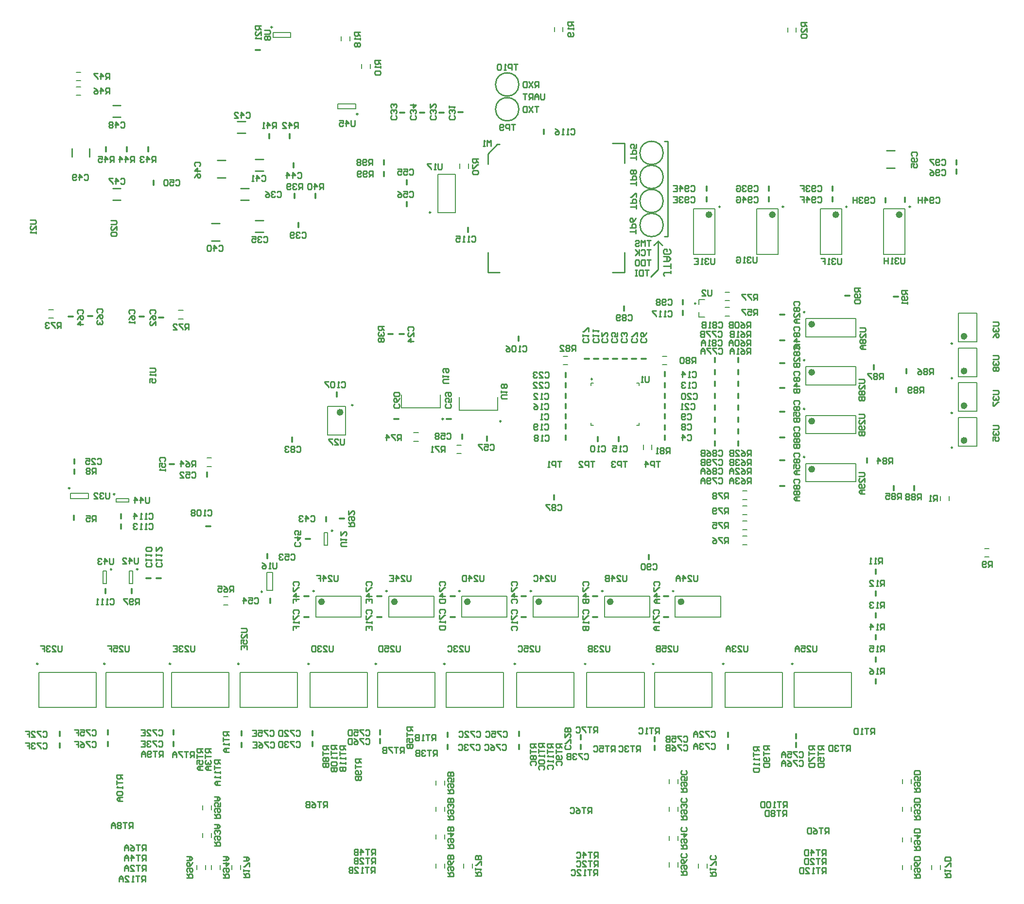
<source format=gbo>
G04*
G04 #@! TF.GenerationSoftware,Altium Limited,Altium Designer,21.1.1 (26)*
G04*
G04 Layer_Color=32896*
%FSLAX25Y25*%
%MOIN*%
G70*
G04*
G04 #@! TF.SameCoordinates,6EF8526F-0482-4719-AD29-3D8887788FD4*
G04*
G04*
G04 #@! TF.FilePolarity,Positive*
G04*
G01*
G75*
%ADD10C,0.02362*%
%ADD11C,0.00984*%
%ADD13C,0.01200*%
%ADD14C,0.01000*%
%ADD17C,0.00787*%
D10*
X642992Y484862D02*
G03*
X642992Y484862I-1181J0D01*
G01*
Y451862D02*
G03*
X642992Y451862I-1181J0D01*
G01*
Y385362D02*
G03*
X642992Y385362I-1181J0D01*
G01*
Y418362D02*
G03*
X642992Y418362I-1181J0D01*
G01*
X572528Y560114D02*
G03*
X572528Y560114I-1181J0D01*
G01*
X703028D02*
G03*
X703028Y560114I-1181J0D01*
G01*
X616028D02*
G03*
X616028Y560114I-1181J0D01*
G01*
X659528D02*
G03*
X659528Y560114I-1181J0D01*
G01*
X747476Y452761D02*
G03*
X747476Y452761I-1181J0D01*
G01*
Y428928D02*
G03*
X747476Y428928I-1181J0D01*
G01*
Y476594D02*
G03*
X747476Y476594I-1181J0D01*
G01*
Y405094D02*
G03*
X747476Y405094I-1181J0D01*
G01*
X319509Y424442D02*
G03*
X319509Y424442I-1181J0D01*
G01*
X306798Y294346D02*
G03*
X306798Y294346I-1181J0D01*
G01*
X356798D02*
G03*
X356798Y294346I-1181J0D01*
G01*
X406798D02*
G03*
X406798Y294346I-1181J0D01*
G01*
X455798D02*
G03*
X455798Y294346I-1181J0D01*
G01*
X504798D02*
G03*
X504798Y294346I-1181J0D01*
G01*
X553364D02*
G03*
X553364Y294346I-1181J0D01*
G01*
D11*
X271905Y688815D02*
G03*
X271905Y688815I-492J0D01*
G01*
X161724Y316512D02*
G03*
X161724Y316512I-492J0D01*
G01*
X380476Y561669D02*
G03*
X380476Y561669I-492J0D01*
G01*
X562433Y499102D02*
G03*
X562433Y499102I-492J0D01*
G01*
X249110Y251693D02*
G03*
X249110Y251693I-492J0D01*
G01*
X179724Y316610D02*
G03*
X179724Y316610I-492J0D01*
G01*
X491398Y447173D02*
G03*
X491398Y447173I-492J0D01*
G01*
X637146Y493228D02*
G03*
X637146Y493228I-492J0D01*
G01*
Y460228D02*
G03*
X637146Y460228I-492J0D01*
G01*
Y393728D02*
G03*
X637146Y393728I-492J0D01*
G01*
Y426728D02*
G03*
X637146Y426728I-492J0D01*
G01*
X163882Y368232D02*
G03*
X163882Y368232I-492J0D01*
G01*
X579122Y565528D02*
G03*
X579122Y565528I-492J0D01*
G01*
X709622D02*
G03*
X709622Y565528I-492J0D01*
G01*
X622622D02*
G03*
X622622Y565528I-492J0D01*
G01*
X666122D02*
G03*
X666122Y565528I-492J0D01*
G01*
X330579Y629185D02*
G03*
X330579Y629185I-492J0D01*
G01*
X428788Y418248D02*
G03*
X428788Y418248I-492J0D01*
G01*
X389288Y419894D02*
G03*
X389288Y419894I-492J0D01*
G01*
X738421Y447820D02*
G03*
X738421Y447820I-492J0D01*
G01*
Y423987D02*
G03*
X738421Y423987I-492J0D01*
G01*
Y471654D02*
G03*
X738421Y471654I-492J0D01*
G01*
Y400153D02*
G03*
X738421Y400153I-492J0D01*
G01*
X133059Y372315D02*
G03*
X133059Y372315I-492J0D01*
G01*
X327186Y429383D02*
G03*
X327186Y429383I-492J0D01*
G01*
X157146Y251693D02*
G03*
X157146Y251693I-492J0D01*
G01*
X343376D02*
G03*
X343376Y251693I-492J0D01*
G01*
X438728D02*
G03*
X438728Y251693I-492J0D01*
G01*
X533550D02*
G03*
X533550Y251693I-492J0D01*
G01*
X628964D02*
G03*
X628964Y251693I-492J0D01*
G01*
X300695Y301630D02*
G03*
X300695Y301630I-492J0D01*
G01*
X350695D02*
G03*
X350695Y301630I-492J0D01*
G01*
X400695D02*
G03*
X400695Y301630I-492J0D01*
G01*
X449695D02*
G03*
X449695Y301630I-492J0D01*
G01*
X498695D02*
G03*
X498695Y301630I-492J0D01*
G01*
X547261D02*
G03*
X547261Y301630I-492J0D01*
G01*
X111146Y251693D02*
G03*
X111146Y251693I-492J0D01*
G01*
X202146D02*
G03*
X202146Y251693I-492J0D01*
G01*
X297191D02*
G03*
X297191Y251693I-492J0D01*
G01*
X390405D02*
G03*
X390405Y251693I-492J0D01*
G01*
X486932D02*
G03*
X486932Y251693I-492J0D01*
G01*
X581646D02*
G03*
X581646Y251693I-492J0D01*
G01*
X265079Y301197D02*
G03*
X265079Y301197I-492J0D01*
G01*
X313308Y343152D02*
G03*
X313308Y343152I-492J0D01*
G01*
D13*
X351500Y478000D02*
X354500D01*
X260500Y673000D02*
X263500D01*
X190500Y580500D02*
Y583500D01*
X192500Y310500D02*
X195500D01*
X185500D02*
X188500D01*
X157500Y300000D02*
Y303000D01*
X175500Y300000D02*
Y303000D01*
X348500Y594500D02*
Y597500D01*
X553500Y491000D02*
Y494000D01*
Y498500D02*
Y501500D01*
X620165Y458296D02*
X623165D01*
X620165Y441088D02*
X623165D01*
X698273Y503784D02*
X701273D01*
X706889Y451261D02*
Y454261D01*
X684500Y453831D02*
Y456832D01*
X699773Y438244D02*
Y441245D01*
X679815Y389720D02*
Y392720D01*
X697997Y370863D02*
Y373863D01*
X712000Y370863D02*
Y373863D01*
X664681Y504571D02*
X667681D01*
X540994Y412596D02*
Y415596D01*
X541000Y420000D02*
Y423000D01*
Y441500D02*
Y444500D01*
Y449000D02*
Y452000D01*
Y427000D02*
Y430000D01*
Y405500D02*
Y408500D01*
Y434000D02*
Y437000D01*
X620165Y373839D02*
X623165D01*
X620165Y391547D02*
X623165D01*
X620165Y407256D02*
X623165D01*
X620165Y424964D02*
X623165D01*
X620165Y473672D02*
X623165D01*
X620165Y491380D02*
X623165D01*
X591533Y401476D02*
Y404476D01*
Y409651D02*
Y412651D01*
Y417826D02*
Y420825D01*
Y426000D02*
Y429000D01*
Y434175D02*
Y437175D01*
Y442350D02*
Y445350D01*
Y450524D02*
Y453524D01*
Y458699D02*
Y461699D01*
X575467Y401476D02*
Y404476D01*
Y409651D02*
Y412651D01*
Y417826D02*
Y420825D01*
Y426000D02*
Y429000D01*
Y434175D02*
Y437175D01*
Y442350D02*
Y445350D01*
Y450524D02*
Y453524D01*
Y458699D02*
Y461699D01*
X495055Y404400D02*
Y407400D01*
X509500Y404500D02*
Y407500D01*
X473008Y405400D02*
Y408400D01*
X473000Y413000D02*
Y416000D01*
Y420000D02*
Y423000D01*
Y427000D02*
Y430000D01*
Y434000D02*
Y437000D01*
X473008Y441381D02*
Y444381D01*
Y448576D02*
Y451577D01*
X486000Y461000D02*
X489000D01*
X492500D02*
X495500D01*
X499000D02*
X502000D01*
X505500D02*
X508500D01*
X512000D02*
X515000D01*
X518500D02*
X521500D01*
X525000D02*
X528000D01*
X168000Y351500D02*
Y354500D01*
Y344500D02*
Y347500D01*
X685807Y283428D02*
Y286428D01*
Y268357D02*
Y271357D01*
X612500Y576500D02*
Y579500D01*
X569815Y569000D02*
Y572000D01*
X612500Y569000D02*
Y572000D01*
X705701Y568705D02*
Y571705D01*
X692379Y568575D02*
Y571575D01*
X656200Y576500D02*
Y579500D01*
X569815Y576500D02*
Y579500D01*
X656200Y569000D02*
Y572000D01*
X226500Y346000D02*
X229500D01*
X318000Y351500D02*
X321000D01*
X348500Y586500D02*
Y589500D01*
X458000Y615500D02*
Y618500D01*
X406000Y548000D02*
Y551000D01*
X741000Y594500D02*
Y597500D01*
Y588000D02*
Y591000D01*
X630983Y194370D02*
Y197370D01*
X301491Y571390D02*
Y574390D01*
X419000Y404890D02*
Y407890D01*
X402000Y406000D02*
Y409000D01*
X391500Y419973D02*
X394500D01*
X355500D02*
X358500D01*
X186787Y603600D02*
Y606600D01*
X172172Y603600D02*
Y606600D01*
X157672Y603600D02*
Y606600D01*
X283820Y612500D02*
Y615500D01*
X269850Y612500D02*
Y615500D01*
X287104Y571390D02*
Y574390D01*
X685807Y238213D02*
Y241213D01*
Y253285D02*
Y256285D01*
Y298500D02*
Y301500D01*
Y313572D02*
Y316572D01*
X136000Y382000D02*
Y385000D01*
X135913Y350500D02*
Y353500D01*
X315966Y435000D02*
Y438000D01*
X440750Y473488D02*
Y476488D01*
X529966Y323500D02*
Y326500D01*
X513000Y494000D02*
Y497000D01*
X464951Y364500D02*
Y367500D01*
X285500Y404000D02*
Y407000D01*
X159000Y195000D02*
Y198000D01*
X250641Y194500D02*
Y197500D01*
X345818Y197286D02*
Y200286D01*
X441000Y193000D02*
Y196000D01*
X534220Y192500D02*
Y195500D01*
X159000Y203000D02*
Y206000D01*
X250641Y202500D02*
Y205500D01*
X345818Y203000D02*
Y206000D01*
X441000Y202000D02*
Y205000D01*
X534220Y198630D02*
Y201630D01*
X631000Y200500D02*
Y203500D01*
X293731Y298284D02*
X296731D01*
X343731D02*
X346731D01*
X393990D02*
X396990D01*
X442731D02*
X445731D01*
X491731D02*
X494731D01*
X540297D02*
X543297D01*
X126000Y194000D02*
Y197000D01*
X204000Y195000D02*
Y198000D01*
X299346Y195000D02*
Y198000D01*
X392259Y193000D02*
Y196000D01*
X483570Y193002D02*
Y196002D01*
X584500Y193000D02*
Y196000D01*
X126000Y202000D02*
Y205000D01*
X204000Y203000D02*
Y206000D01*
X299346Y202500D02*
Y205500D01*
X392259Y201500D02*
Y204500D01*
X483570Y199673D02*
Y202673D01*
X584500Y201500D02*
Y204500D01*
X293731Y283717D02*
X296731D01*
X343731D02*
X346731D01*
X393990D02*
X396990D01*
X442731D02*
X445731D01*
X491731D02*
X494731D01*
X540297D02*
X543297D01*
X132139Y490075D02*
X135139D01*
X145539Y490500D02*
X148539D01*
X194084Y489575D02*
X197084D01*
X180684Y490000D02*
X183684D01*
X364000Y565661D02*
Y568661D01*
Y580661D02*
Y583661D01*
X270468Y293437D02*
Y296437D01*
X268500Y324000D02*
Y327000D01*
X226989Y380000D02*
Y383000D01*
X201530Y388733D02*
X204530D01*
X294752Y337541D02*
X297752D01*
X286316Y592500D02*
Y595500D01*
X308682Y349611D02*
Y352611D01*
X289663Y551500D02*
Y554500D01*
X373000Y630000D02*
X376000D01*
X359500D02*
X362500D01*
X386500D02*
X389500D01*
X399492Y630500D02*
X402492D01*
X136000Y389250D02*
Y392250D01*
X359154Y478000D02*
X362154D01*
D14*
X540000Y602500D02*
G03*
X540000Y602500I-8000J0D01*
G01*
Y553000D02*
G03*
X540000Y553000I-8000J0D01*
G01*
Y569500D02*
G03*
X540000Y569500I-8000J0D01*
G01*
Y586000D02*
G03*
X540000Y586000I-8000J0D01*
G01*
X441000Y649500D02*
G03*
X441000Y649500I-8000J0D01*
G01*
Y632500D02*
G03*
X441000Y632500I-8000J0D01*
G01*
X543000Y545000D02*
Y610500D01*
X540650Y545000D02*
X543000D01*
X540650Y610500D02*
X543000D01*
X531500Y517500D02*
X536475Y522475D01*
X426243Y608508D02*
X427941D01*
X419673Y601938D02*
X426243Y608508D01*
X419673Y594728D02*
Y601938D01*
X513374Y520319D02*
Y534098D01*
X419673Y520319D02*
X427941D01*
X419673D02*
Y534098D01*
X505106Y520319D02*
X513374D01*
X505106Y609295D02*
X513374D01*
Y595516D02*
Y609295D01*
X260200Y556000D02*
X265800D01*
X260200Y548000D02*
X265800D01*
X533500Y539075D02*
X536379Y541954D01*
X536475Y522475D02*
Y542000D01*
X536427Y541930D02*
X539307Y539051D01*
X162339Y578000D02*
X167939D01*
X162339Y570000D02*
X167939D01*
X162339Y635000D02*
X167939D01*
X162339Y627000D02*
X167939D01*
X134339Y599948D02*
Y605548D01*
X146339Y599948D02*
Y605548D01*
X693200Y604000D02*
X698800D01*
X693200Y592000D02*
X698800D01*
X234200Y597500D02*
X239800D01*
X234200Y585500D02*
X239800D01*
X247906Y616000D02*
X253506D01*
X247906Y624000D02*
X253506D01*
X260200Y590000D02*
X265800D01*
X260200Y598000D02*
X265800D01*
X230200Y554000D02*
X235800D01*
X230200Y542000D02*
X235800D01*
X250200Y570000D02*
X255800D01*
X250200Y578000D02*
X255800D01*
X458500Y642999D02*
Y639666D01*
X457834Y639000D01*
X456501D01*
X455834Y639666D01*
Y642999D01*
X454501Y639000D02*
Y641666D01*
X453168Y642999D01*
X451835Y641666D01*
Y639000D01*
Y640999D01*
X454501D01*
X450503Y639000D02*
Y642999D01*
X448503D01*
X447837Y642332D01*
Y640999D01*
X448503Y640333D01*
X450503D01*
X449170D02*
X447837Y639000D01*
X446504Y642999D02*
X443838D01*
X445171D01*
Y639000D01*
X531300Y542499D02*
X528634D01*
X529967D01*
Y538500D01*
X527301D02*
Y542499D01*
X525968Y541166D01*
X524636Y542499D01*
Y538500D01*
X520637Y541832D02*
X521303Y542499D01*
X522636D01*
X523303Y541832D01*
Y541166D01*
X522636Y540499D01*
X521303D01*
X520637Y539833D01*
Y539166D01*
X521303Y538500D01*
X522636D01*
X523303Y539166D01*
X531300Y535999D02*
X528634D01*
X529967D01*
Y532000D01*
X524636Y535332D02*
X525302Y535999D01*
X526635D01*
X527301Y535332D01*
Y532666D01*
X526635Y532000D01*
X525302D01*
X524636Y532666D01*
X523303Y535999D02*
Y532000D01*
Y533333D01*
X520637Y535999D01*
X522636Y533999D01*
X520637Y532000D01*
X530102Y521999D02*
X527437D01*
X528769D01*
Y518000D01*
X526104Y521999D02*
Y518000D01*
X524104D01*
X523438Y518666D01*
Y521332D01*
X524104Y521999D01*
X526104D01*
X522105D02*
X520772D01*
X521439D01*
Y518000D01*
X522105D01*
X520772D01*
X454500Y647500D02*
Y651499D01*
X452501D01*
X451834Y650832D01*
Y649499D01*
X452501Y648833D01*
X454500D01*
X453167D02*
X451834Y647500D01*
X450501Y651499D02*
X447835Y647500D01*
Y651499D02*
X450501Y647500D01*
X446503Y651499D02*
Y647500D01*
X444503D01*
X443837Y648166D01*
Y650832D01*
X444503Y651499D01*
X446503D01*
X454500Y634499D02*
X451834D01*
X453167D01*
Y630500D01*
X450501Y634499D02*
X447835Y630500D01*
Y634499D02*
X450501Y630500D01*
X446503Y634499D02*
Y630500D01*
X444503D01*
X443837Y631166D01*
Y633832D01*
X444503Y634499D01*
X446503D01*
X544998Y521332D02*
Y519666D01*
Y520499D01*
X540833D01*
X540000Y519666D01*
Y518833D01*
X540833Y518000D01*
X544998Y522998D02*
Y526331D01*
Y524664D01*
X540000D01*
Y527997D02*
X543332D01*
X544998Y529663D01*
X543332Y531329D01*
X540000D01*
X542499D01*
Y527997D01*
X544165Y536327D02*
X544998Y535494D01*
Y533828D01*
X544165Y532995D01*
X540833D01*
X540000Y533828D01*
Y535494D01*
X540833Y536327D01*
X542499D01*
Y534661D01*
X531300Y528999D02*
X528634D01*
X529967D01*
Y525000D01*
X527301Y528999D02*
Y525000D01*
X525302D01*
X524636Y525666D01*
Y528332D01*
X525302Y528999D01*
X527301D01*
X521303D02*
X522636D01*
X523303Y528332D01*
Y525666D01*
X522636Y525000D01*
X521303D01*
X520637Y525666D01*
Y528332D01*
X521303Y528999D01*
X348499Y483332D02*
X344501D01*
Y481332D01*
X345167Y480666D01*
X346500D01*
X347166Y481332D01*
Y483332D01*
Y481999D02*
X348499Y480666D01*
X345167Y479333D02*
X344501Y478666D01*
Y477334D01*
X345167Y476667D01*
X345833D01*
X346500Y477334D01*
Y478000D01*
Y477334D01*
X347166Y476667D01*
X347833D01*
X348499Y477334D01*
Y478666D01*
X347833Y479333D01*
X345167Y475334D02*
X344501Y474668D01*
Y473335D01*
X345167Y472668D01*
X345833D01*
X346500Y473335D01*
X347166Y472668D01*
X347833D01*
X348499Y473335D01*
Y474668D01*
X347833Y475334D01*
X347166D01*
X346500Y474668D01*
X345833Y475334D01*
X345167D01*
X346500Y474668D02*
Y473335D01*
X266501Y686832D02*
X269833D01*
X270499Y686166D01*
Y684833D01*
X269833Y684166D01*
X266501D01*
X267167Y682833D02*
X266501Y682167D01*
Y680834D01*
X267167Y680168D01*
X267834D01*
X268500Y680834D01*
X269166Y680168D01*
X269833D01*
X270499Y680834D01*
Y682167D01*
X269833Y682833D01*
X269166D01*
X268500Y682167D01*
X267834Y682833D01*
X267167D01*
X268500Y682167D02*
Y680834D01*
X263999Y689665D02*
X260001D01*
Y687666D01*
X260667Y686999D01*
X262000D01*
X262666Y687666D01*
Y689665D01*
Y688332D02*
X263999Y686999D01*
Y683001D02*
Y685667D01*
X261333Y683001D01*
X260667D01*
X260001Y683667D01*
Y685000D01*
X260667Y685667D01*
X263999Y681668D02*
Y680335D01*
Y681001D01*
X260001D01*
X260667Y681668D01*
X542999Y493333D02*
X543665Y493999D01*
X544998D01*
X545665Y493333D01*
Y490667D01*
X544998Y490001D01*
X543665D01*
X542999Y490667D01*
X541666Y490001D02*
X540333D01*
X540999D01*
Y493999D01*
X541666Y493333D01*
X538334Y490001D02*
X537001D01*
X537667D01*
Y493999D01*
X538334Y493333D01*
X535001Y493999D02*
X532336D01*
Y493333D01*
X535001Y490667D01*
Y490001D01*
X543166Y501333D02*
X543832Y501999D01*
X545165D01*
X545832Y501333D01*
Y498667D01*
X545165Y498001D01*
X543832D01*
X543166Y498667D01*
X541833D02*
X541166Y498001D01*
X539834D01*
X539167Y498667D01*
Y501333D01*
X539834Y501999D01*
X541166D01*
X541833Y501333D01*
Y500666D01*
X541166Y500000D01*
X539167D01*
X537834Y501333D02*
X537168Y501999D01*
X535835D01*
X535168Y501333D01*
Y500666D01*
X535835Y500000D01*
X535168Y499334D01*
Y498667D01*
X535835Y498001D01*
X537168D01*
X537834Y498667D01*
Y499334D01*
X537168Y500000D01*
X537834Y500666D01*
Y501333D01*
X537168Y500000D02*
X535835D01*
X556334Y415832D02*
X557001Y416499D01*
X558334D01*
X559000Y415832D01*
Y413166D01*
X558334Y412500D01*
X557001D01*
X556334Y413166D01*
X555001Y415832D02*
X554335Y416499D01*
X553002D01*
X552336Y415832D01*
Y415166D01*
X553002Y414499D01*
X552336Y413833D01*
Y413166D01*
X553002Y412500D01*
X554335D01*
X555001Y413166D01*
Y413833D01*
X554335Y414499D01*
X555001Y415166D01*
Y415832D01*
X554335Y414499D02*
X553002D01*
X556334Y422832D02*
X557001Y423499D01*
X558334D01*
X559000Y422832D01*
Y420166D01*
X558334Y419500D01*
X557001D01*
X556334Y420166D01*
X555001D02*
X554335Y419500D01*
X553002D01*
X552336Y420166D01*
Y422832D01*
X553002Y423499D01*
X554335D01*
X555001Y422832D01*
Y422166D01*
X554335Y421499D01*
X552336D01*
X559834Y444332D02*
X560501Y444999D01*
X561834D01*
X562500Y444332D01*
Y441666D01*
X561834Y441000D01*
X560501D01*
X559834Y441666D01*
X558501Y441000D02*
X557168D01*
X557835D01*
Y444999D01*
X558501Y444332D01*
X555169D02*
X554503Y444999D01*
X553170D01*
X552503Y444332D01*
Y443666D01*
X553170Y442999D01*
X553836D01*
X553170D01*
X552503Y442333D01*
Y441666D01*
X553170Y441000D01*
X554503D01*
X555169Y441666D01*
X559834Y451832D02*
X560501Y452499D01*
X561834D01*
X562500Y451832D01*
Y449166D01*
X561834Y448500D01*
X560501D01*
X559834Y449166D01*
X558501Y448500D02*
X557168D01*
X557835D01*
Y452499D01*
X558501Y451832D01*
X553170Y448500D02*
Y452499D01*
X555169Y450499D01*
X552503D01*
X558834Y429832D02*
X559501Y430499D01*
X560834D01*
X561500Y429832D01*
Y427166D01*
X560834Y426500D01*
X559501D01*
X558834Y427166D01*
X554836Y426500D02*
X557501D01*
X554836Y429166D01*
Y429832D01*
X555502Y430499D01*
X556835D01*
X557501Y429832D01*
X553503Y426500D02*
X552170D01*
X552836D01*
Y430499D01*
X553503Y429832D01*
X556334Y408332D02*
X557001Y408999D01*
X558334D01*
X559000Y408332D01*
Y405666D01*
X558334Y405000D01*
X557001D01*
X556334Y405666D01*
X553002Y405000D02*
Y408999D01*
X555001Y406999D01*
X552336D01*
X560334Y436832D02*
X561001Y437499D01*
X562334D01*
X563000Y436832D01*
Y434166D01*
X562334Y433500D01*
X561001D01*
X560334Y434166D01*
X556335Y433500D02*
X559001D01*
X556335Y436166D01*
Y436832D01*
X557002Y437499D01*
X558335D01*
X559001Y436832D01*
X555003D02*
X554336Y437499D01*
X553003D01*
X552337Y436832D01*
Y434166D01*
X553003Y433500D01*
X554336D01*
X555003Y434166D01*
Y436832D01*
X562000Y458000D02*
Y461999D01*
X560001D01*
X559334Y461332D01*
Y459999D01*
X560001Y459333D01*
X562000D01*
X560667D02*
X559334Y458000D01*
X558001Y461332D02*
X557335Y461999D01*
X556002D01*
X555336Y461332D01*
Y460666D01*
X556002Y459999D01*
X555336Y459333D01*
Y458666D01*
X556002Y458000D01*
X557335D01*
X558001Y458666D01*
Y459333D01*
X557335Y459999D01*
X558001Y460666D01*
Y461332D01*
X557335Y459999D02*
X556002D01*
X554003Y461332D02*
X553336Y461999D01*
X552003D01*
X551337Y461332D01*
Y458666D01*
X552003Y458000D01*
X553336D01*
X554003Y458666D01*
Y461332D01*
X432787Y433890D02*
X429455D01*
X428788Y434556D01*
Y435889D01*
X429455Y436556D01*
X432787D01*
X428788Y437889D02*
Y439222D01*
Y438555D01*
X432787D01*
X432120Y437889D01*
Y441221D02*
X432787Y441887D01*
Y443220D01*
X432120Y443887D01*
X431454D01*
X430788Y443220D01*
X430121Y443887D01*
X429455D01*
X428788Y443220D01*
Y441887D01*
X429455Y441221D01*
X430121D01*
X430788Y441887D01*
X431454Y441221D01*
X432120D01*
X430788Y441887D02*
Y443220D01*
X392795Y444390D02*
X389462D01*
X388796Y445056D01*
Y446389D01*
X389462Y447056D01*
X392795D01*
X388796Y448389D02*
Y449722D01*
Y449055D01*
X392795D01*
X392128Y448389D01*
X389462Y451721D02*
X388796Y452387D01*
Y453720D01*
X389462Y454387D01*
X392128D01*
X392795Y453720D01*
Y452387D01*
X392128Y451721D01*
X391462D01*
X390795Y452387D01*
Y454387D01*
X421151Y401722D02*
X421818Y402389D01*
X423151D01*
X423817Y401722D01*
Y399056D01*
X423151Y398390D01*
X421818D01*
X421151Y399056D01*
X417153Y402389D02*
X419819D01*
Y400389D01*
X418486Y401056D01*
X417819D01*
X417153Y400389D01*
Y399056D01*
X417819Y398390D01*
X419152D01*
X419819Y399056D01*
X415820Y402389D02*
X413154D01*
Y401722D01*
X415820Y399056D01*
Y398390D01*
X391334Y409332D02*
X392001Y409999D01*
X393334D01*
X394000Y409332D01*
Y406666D01*
X393334Y406000D01*
X392001D01*
X391334Y406666D01*
X387335Y409999D02*
X390001D01*
Y407999D01*
X388668Y408666D01*
X388002D01*
X387335Y407999D01*
Y406666D01*
X388002Y406000D01*
X389335D01*
X390001Y406666D01*
X386003Y409332D02*
X385336Y409999D01*
X384003D01*
X383337Y409332D01*
Y408666D01*
X384003Y407999D01*
X383337Y407333D01*
Y406666D01*
X384003Y406000D01*
X385336D01*
X386003Y406666D01*
Y407333D01*
X385336Y407999D01*
X386003Y408666D01*
Y409332D01*
X385336Y407999D02*
X384003D01*
X393832Y430237D02*
X394499Y429571D01*
Y428238D01*
X393832Y427571D01*
X391166D01*
X390500Y428238D01*
Y429571D01*
X391166Y430237D01*
X394499Y434236D02*
Y431570D01*
X392499D01*
X393166Y432903D01*
Y433569D01*
X392499Y434236D01*
X391166D01*
X390500Y433569D01*
Y432236D01*
X391166Y431570D01*
Y435569D02*
X390500Y436235D01*
Y437568D01*
X391166Y438235D01*
X393832D01*
X394499Y437568D01*
Y436235D01*
X393832Y435569D01*
X393166D01*
X392499Y436235D01*
Y438235D01*
X358332Y430237D02*
X358999Y429571D01*
Y428238D01*
X358332Y427571D01*
X355666D01*
X355000Y428238D01*
Y429571D01*
X355666Y430237D01*
X358999Y434236D02*
X358332Y432903D01*
X356999Y431570D01*
X355666D01*
X355000Y432236D01*
Y433569D01*
X355666Y434236D01*
X356333D01*
X356999Y433569D01*
Y431570D01*
X358332Y435569D02*
X358999Y436235D01*
Y437568D01*
X358332Y438235D01*
X355666D01*
X355000Y437568D01*
Y436235D01*
X355666Y435569D01*
X358332D01*
X390000Y397000D02*
Y400999D01*
X388001D01*
X387334Y400332D01*
Y398999D01*
X388001Y398333D01*
X390000D01*
X388667D02*
X387334Y397000D01*
X386001Y400999D02*
X383335D01*
Y400332D01*
X386001Y397666D01*
Y397000D01*
X382003D02*
X380670D01*
X381336D01*
Y400999D01*
X382003Y400332D01*
X360000Y405000D02*
Y408999D01*
X358001D01*
X357334Y408332D01*
Y406999D01*
X358001Y406333D01*
X360000D01*
X358667D02*
X357334Y405000D01*
X356001Y408999D02*
X353335D01*
Y408332D01*
X356001Y405666D01*
Y405000D01*
X350003D02*
Y408999D01*
X352003Y406999D01*
X349337D01*
X205334Y583332D02*
X206001Y583999D01*
X207334D01*
X208000Y583332D01*
Y580666D01*
X207334Y580000D01*
X206001D01*
X205334Y580666D01*
X201336Y583999D02*
X204001D01*
Y581999D01*
X202668Y582666D01*
X202002D01*
X201336Y581999D01*
Y580666D01*
X202002Y580000D01*
X203335D01*
X204001Y580666D01*
X200003Y583332D02*
X199336Y583999D01*
X198003D01*
X197337Y583332D01*
Y580666D01*
X198003Y580000D01*
X199336D01*
X200003Y580666D01*
Y583332D01*
X167834Y584332D02*
X168501Y584999D01*
X169834D01*
X170500Y584332D01*
Y581666D01*
X169834Y581000D01*
X168501D01*
X167834Y581666D01*
X164502Y581000D02*
Y584999D01*
X166501Y582999D01*
X163836D01*
X162503Y584999D02*
X159837D01*
Y584332D01*
X162503Y581666D01*
Y581000D01*
X167834Y623057D02*
X168501Y623723D01*
X169834D01*
X170500Y623057D01*
Y620391D01*
X169834Y619724D01*
X168501D01*
X167834Y620391D01*
X164502Y619724D02*
Y623723D01*
X166501Y621724D01*
X163836D01*
X162503Y623057D02*
X161836Y623723D01*
X160503D01*
X159837Y623057D01*
Y622390D01*
X160503Y621724D01*
X159837Y621057D01*
Y620391D01*
X160503Y619724D01*
X161836D01*
X162503Y620391D01*
Y621057D01*
X161836Y621724D01*
X162503Y622390D01*
Y623057D01*
X161836Y621724D02*
X160503D01*
X142673Y587080D02*
X143339Y587747D01*
X144672D01*
X145339Y587080D01*
Y584414D01*
X144672Y583748D01*
X143339D01*
X142673Y584414D01*
X139340Y583748D02*
Y587747D01*
X141340Y585747D01*
X138674D01*
X137341Y584414D02*
X136675Y583748D01*
X135342D01*
X134675Y584414D01*
Y587080D01*
X135342Y587747D01*
X136675D01*
X137341Y587080D01*
Y586414D01*
X136675Y585747D01*
X134675D01*
X191787Y596100D02*
Y600098D01*
X189788D01*
X189122Y599432D01*
Y598099D01*
X189788Y597433D01*
X191787D01*
X190454D02*
X189122Y596100D01*
X185789D02*
Y600098D01*
X187789Y598099D01*
X185123D01*
X183790Y599432D02*
X183124Y600098D01*
X181791D01*
X181124Y599432D01*
Y598765D01*
X181791Y598099D01*
X182457D01*
X181791D01*
X181124Y597433D01*
Y596766D01*
X181791Y596100D01*
X183124D01*
X183790Y596766D01*
X177172Y596100D02*
Y600098D01*
X175173D01*
X174507Y599432D01*
Y598099D01*
X175173Y597433D01*
X177172D01*
X175839D02*
X174507Y596100D01*
X171174D02*
Y600098D01*
X173174Y598099D01*
X170508D01*
X167176Y596100D02*
Y600098D01*
X169175Y598099D01*
X166509D01*
X163072Y596100D02*
Y600098D01*
X161073D01*
X160407Y599432D01*
Y598099D01*
X161073Y597433D01*
X163072D01*
X161740D02*
X160407Y596100D01*
X157074D02*
Y600098D01*
X159074Y598099D01*
X156408D01*
X152409Y600098D02*
X155075D01*
Y598099D01*
X153742Y598765D01*
X153076D01*
X152409Y598099D01*
Y596766D01*
X153076Y596100D01*
X154409D01*
X155075Y596766D01*
X160000Y643000D02*
Y646999D01*
X158001D01*
X157334Y646332D01*
Y644999D01*
X158001Y644333D01*
X160000D01*
X158667D02*
X157334Y643000D01*
X154002D02*
Y646999D01*
X156001Y644999D01*
X153335D01*
X149337Y646999D02*
X150670Y646332D01*
X152003Y644999D01*
Y643666D01*
X151336Y643000D01*
X150003D01*
X149337Y643666D01*
Y644333D01*
X150003Y644999D01*
X152003D01*
X160000Y653000D02*
Y656999D01*
X158001D01*
X157334Y656332D01*
Y654999D01*
X158001Y654333D01*
X160000D01*
X158667D02*
X157334Y653000D01*
X154002D02*
Y656999D01*
X156001Y654999D01*
X153335D01*
X152003Y656999D02*
X149337D01*
Y656332D01*
X152003Y653666D01*
Y653000D01*
X674656Y482379D02*
X677989D01*
X678655Y481712D01*
Y480379D01*
X677989Y479713D01*
X674656D01*
X678655Y475714D02*
Y478380D01*
X675989Y475714D01*
X675323D01*
X674656Y476381D01*
Y477713D01*
X675323Y478380D01*
Y474381D02*
X674656Y473715D01*
Y472382D01*
X675323Y471715D01*
X675989D01*
X676656Y472382D01*
X677322Y471715D01*
X677989D01*
X678655Y472382D01*
Y473715D01*
X677989Y474381D01*
X677322D01*
X676656Y473715D01*
X675989Y474381D01*
X675323D01*
X676656Y473715D02*
Y472382D01*
X678655Y470382D02*
X675989D01*
X674656Y469050D01*
X675989Y467717D01*
X678655D01*
X676656D01*
Y470382D01*
X674256Y447284D02*
X677589D01*
X678255Y446618D01*
Y445285D01*
X677589Y444618D01*
X674256D01*
X678255Y440620D02*
Y443286D01*
X675589Y440620D01*
X674923D01*
X674256Y441286D01*
Y442619D01*
X674923Y443286D01*
Y439287D02*
X674256Y438620D01*
Y437287D01*
X674923Y436621D01*
X675589D01*
X676256Y437287D01*
X676922Y436621D01*
X677589D01*
X678255Y437287D01*
Y438620D01*
X677589Y439287D01*
X676922D01*
X676256Y438620D01*
X675589Y439287D01*
X674923D01*
X676256Y438620D02*
Y437287D01*
X674256Y435288D02*
X678255D01*
Y433289D01*
X677589Y432622D01*
X676922D01*
X676256Y433289D01*
Y435288D01*
Y433289D01*
X675589Y432622D01*
X674923D01*
X674256Y433289D01*
Y435288D01*
X674241Y383000D02*
X677573D01*
X678240Y382334D01*
Y381001D01*
X677573Y380334D01*
X674241D01*
X678240Y376336D02*
Y379001D01*
X675574Y376336D01*
X674907D01*
X674241Y377002D01*
Y378335D01*
X674907Y379001D01*
X677573Y375003D02*
X678240Y374336D01*
Y373003D01*
X677573Y372337D01*
X674907D01*
X674241Y373003D01*
Y374336D01*
X674907Y375003D01*
X675574D01*
X676240Y374336D01*
Y372337D01*
X678240Y371004D02*
X675574D01*
X674241Y369671D01*
X675574Y368338D01*
X678240D01*
X676240D01*
Y371004D01*
X674241Y423220D02*
X677573D01*
X678240Y422553D01*
Y421221D01*
X677573Y420554D01*
X674241D01*
X678240Y416556D02*
Y419221D01*
X675574Y416556D01*
X674907D01*
X674241Y417222D01*
Y418555D01*
X674907Y419221D01*
X677573Y415223D02*
X678240Y414556D01*
Y413223D01*
X677573Y412557D01*
X674907D01*
X674241Y413223D01*
Y414556D01*
X674907Y415223D01*
X675574D01*
X676240Y414556D01*
Y412557D01*
X674241Y411224D02*
X678240D01*
Y409225D01*
X677573Y408558D01*
X676907D01*
X676240Y409225D01*
Y411224D01*
Y409225D01*
X675574Y408558D01*
X674907D01*
X674241Y409225D01*
Y411224D01*
X630168Y497834D02*
X629501Y498501D01*
Y499834D01*
X630168Y500500D01*
X632834D01*
X633500Y499834D01*
Y498501D01*
X632834Y497834D01*
X630168Y496501D02*
X629501Y495835D01*
Y494502D01*
X630168Y493835D01*
X630834D01*
X631501Y494502D01*
X632167Y493835D01*
X632834D01*
X633500Y494502D01*
Y495835D01*
X632834Y496501D01*
X632167D01*
X631501Y495835D01*
X630834Y496501D01*
X630168D01*
X631501Y495835D02*
Y494502D01*
X633500Y489837D02*
Y492503D01*
X630834Y489837D01*
X630168D01*
X629501Y490503D01*
Y491836D01*
X630168Y492503D01*
X633500Y488504D02*
X630834D01*
X629501Y487171D01*
X630834Y485838D01*
X633500D01*
X631501D01*
Y488504D01*
X630168Y467334D02*
X629501Y468001D01*
Y469334D01*
X630168Y470000D01*
X632834D01*
X633500Y469334D01*
Y468001D01*
X632834Y467334D01*
X630168Y466001D02*
X629501Y465335D01*
Y464002D01*
X630168Y463336D01*
X630834D01*
X631501Y464002D01*
X632167Y463336D01*
X632834D01*
X633500Y464002D01*
Y465335D01*
X632834Y466001D01*
X632167D01*
X631501Y465335D01*
X630834Y466001D01*
X630168D01*
X631501Y465335D02*
Y464002D01*
X633500Y459337D02*
Y462003D01*
X630834Y459337D01*
X630168D01*
X629501Y460003D01*
Y461336D01*
X630168Y462003D01*
X629501Y458004D02*
X633500D01*
Y456004D01*
X632834Y455338D01*
X632167D01*
X631501Y456004D01*
Y458004D01*
Y456004D01*
X630834Y455338D01*
X630168D01*
X629501Y456004D01*
Y458004D01*
X630168Y480334D02*
X629501Y481001D01*
Y482334D01*
X630168Y483000D01*
X632834D01*
X633500Y482334D01*
Y481001D01*
X632834Y480334D01*
X630168Y479001D02*
X629501Y478335D01*
Y477002D01*
X630168Y476335D01*
X630834D01*
X631501Y477002D01*
X632167Y476335D01*
X632834D01*
X633500Y477002D01*
Y478335D01*
X632834Y479001D01*
X632167D01*
X631501Y478335D01*
X630834Y479001D01*
X630168D01*
X631501Y478335D02*
Y477002D01*
X633500Y473003D02*
X629501D01*
X631501Y475003D01*
Y472337D01*
X633500Y471004D02*
X630834D01*
X629501Y469671D01*
X630834Y468338D01*
X633500D01*
X631501D01*
Y471004D01*
X630168Y449834D02*
X629501Y450501D01*
Y451834D01*
X630168Y452500D01*
X632834D01*
X633500Y451834D01*
Y450501D01*
X632834Y449834D01*
X630168Y448501D02*
X629501Y447835D01*
Y446502D01*
X630168Y445835D01*
X630834D01*
X631501Y446502D01*
X632167Y445835D01*
X632834D01*
X633500Y446502D01*
Y447835D01*
X632834Y448501D01*
X632167D01*
X631501Y447835D01*
X630834Y448501D01*
X630168D01*
X631501Y447835D02*
Y446502D01*
X633500Y442503D02*
X629501D01*
X631501Y444503D01*
Y441837D01*
X629501Y440504D02*
X633500D01*
Y438505D01*
X632834Y437838D01*
X632167D01*
X631501Y438505D01*
Y440504D01*
Y438505D01*
X630834Y437838D01*
X630168D01*
X629501Y438505D01*
Y440504D01*
X630168Y393834D02*
X629501Y394501D01*
Y395834D01*
X630168Y396500D01*
X632834D01*
X633500Y395834D01*
Y394501D01*
X632834Y393834D01*
X630168Y392501D02*
X629501Y391835D01*
Y390502D01*
X630168Y389836D01*
X630834D01*
X631501Y390502D01*
X632167Y389836D01*
X632834D01*
X633500Y390502D01*
Y391835D01*
X632834Y392501D01*
X632167D01*
X631501Y391835D01*
X630834Y392501D01*
X630168D01*
X631501Y391835D02*
Y390502D01*
X629501Y385837D02*
Y388503D01*
X631501D01*
X630834Y387170D01*
Y386503D01*
X631501Y385837D01*
X632834D01*
X633500Y386503D01*
Y387836D01*
X632834Y388503D01*
X633500Y384504D02*
X630834D01*
X629501Y383171D01*
X630834Y381838D01*
X633500D01*
X631501D01*
Y384504D01*
X630168Y429834D02*
X629501Y430501D01*
Y431834D01*
X630168Y432500D01*
X632834D01*
X633500Y431834D01*
Y430501D01*
X632834Y429834D01*
X630168Y428501D02*
X629501Y427835D01*
Y426502D01*
X630168Y425836D01*
X630834D01*
X631501Y426502D01*
X632167Y425836D01*
X632834D01*
X633500Y426502D01*
Y427835D01*
X632834Y428501D01*
X632167D01*
X631501Y427835D01*
X630834Y428501D01*
X630168D01*
X631501Y427835D02*
Y426502D01*
X629501Y421837D02*
Y424503D01*
X631501D01*
X630834Y423170D01*
Y422503D01*
X631501Y421837D01*
X632834D01*
X633500Y422503D01*
Y423836D01*
X632834Y424503D01*
X629501Y420504D02*
X633500D01*
Y418504D01*
X632834Y417838D01*
X632167D01*
X631501Y418504D01*
Y420504D01*
Y418504D01*
X630834Y417838D01*
X630168D01*
X629501Y418504D01*
Y420504D01*
X630168Y375834D02*
X629501Y376501D01*
Y377834D01*
X630168Y378500D01*
X632834D01*
X633500Y377834D01*
Y376501D01*
X632834Y375834D01*
X630168Y374501D02*
X629501Y373835D01*
Y372502D01*
X630168Y371835D01*
X630834D01*
X631501Y372502D01*
X632167Y371835D01*
X632834D01*
X633500Y372502D01*
Y373835D01*
X632834Y374501D01*
X632167D01*
X631501Y373835D01*
X630834Y374501D01*
X630168D01*
X631501Y373835D02*
Y372502D01*
X630168Y370503D02*
X629501Y369836D01*
Y368503D01*
X630168Y367837D01*
X630834D01*
X631501Y368503D01*
X632167Y367837D01*
X632834D01*
X633500Y368503D01*
Y369836D01*
X632834Y370503D01*
X632167D01*
X631501Y369836D01*
X630834Y370503D01*
X630168D01*
X631501Y369836D02*
Y368503D01*
X633500Y366504D02*
X630834D01*
X629501Y365171D01*
X630834Y363838D01*
X633500D01*
X631501D01*
Y366504D01*
X630168Y411834D02*
X629501Y412501D01*
Y413834D01*
X630168Y414500D01*
X632834D01*
X633500Y413834D01*
Y412501D01*
X632834Y411834D01*
X630168Y410501D02*
X629501Y409835D01*
Y408502D01*
X630168Y407835D01*
X630834D01*
X631501Y408502D01*
X632167Y407835D01*
X632834D01*
X633500Y408502D01*
Y409835D01*
X632834Y410501D01*
X632167D01*
X631501Y409835D01*
X630834Y410501D01*
X630168D01*
X631501Y409835D02*
Y408502D01*
X630168Y406503D02*
X629501Y405836D01*
Y404503D01*
X630168Y403837D01*
X630834D01*
X631501Y404503D01*
X632167Y403837D01*
X632834D01*
X633500Y404503D01*
Y405836D01*
X632834Y406503D01*
X632167D01*
X631501Y405836D01*
X630834Y406503D01*
X630168D01*
X631501Y405836D02*
Y404503D01*
X629501Y402504D02*
X633500D01*
Y400504D01*
X632834Y399838D01*
X632167D01*
X631501Y400504D01*
Y402504D01*
Y400504D01*
X630834Y399838D01*
X630168D01*
X629501Y400504D01*
Y402504D01*
X573000Y508499D02*
Y505166D01*
X572334Y504500D01*
X571001D01*
X570334Y505166D01*
Y508499D01*
X566335Y504500D02*
X569001D01*
X566335Y507166D01*
Y507832D01*
X567002Y508499D01*
X568335D01*
X569001Y507832D01*
X604500Y501500D02*
Y505499D01*
X602501D01*
X601834Y504832D01*
Y503499D01*
X602501Y502833D01*
X604500D01*
X603167D02*
X601834Y501500D01*
X600501Y505499D02*
X597835D01*
Y504832D01*
X600501Y502166D01*
Y501500D01*
X596503Y505499D02*
X593837D01*
Y504832D01*
X596503Y502166D01*
Y501500D01*
X604500Y491000D02*
Y494999D01*
X602501D01*
X601834Y494332D01*
Y492999D01*
X602501Y492333D01*
X604500D01*
X603167D02*
X601834Y491000D01*
X597835Y494999D02*
X600501D01*
Y492999D01*
X599168Y493666D01*
X598502D01*
X597835Y492999D01*
Y491666D01*
X598502Y491000D01*
X599835D01*
X600501Y491666D01*
X596503Y494999D02*
X593837D01*
Y494332D01*
X596503Y491666D01*
Y491000D01*
X577537Y473431D02*
X578203Y474097D01*
X579536D01*
X580203Y473431D01*
Y470765D01*
X579536Y470098D01*
X578203D01*
X577537Y470765D01*
X576204Y473431D02*
X575538Y474097D01*
X574205D01*
X573538Y473431D01*
Y472764D01*
X574205Y472098D01*
X573538Y471431D01*
Y470765D01*
X574205Y470098D01*
X575538D01*
X576204Y470765D01*
Y471431D01*
X575538Y472098D01*
X576204Y472764D01*
Y473431D01*
X575538Y472098D02*
X574205D01*
X572205Y470098D02*
X570873D01*
X571539D01*
Y474097D01*
X572205Y473431D01*
X568873Y470098D02*
Y472764D01*
X567540Y474097D01*
X566207Y472764D01*
Y470098D01*
Y472098D01*
X568873D01*
X577673Y485832D02*
X578339Y486499D01*
X579672D01*
X580339Y485832D01*
Y483166D01*
X579672Y482500D01*
X578339D01*
X577673Y483166D01*
X576340Y485832D02*
X575673Y486499D01*
X574340D01*
X573674Y485832D01*
Y485166D01*
X574340Y484499D01*
X573674Y483833D01*
Y483166D01*
X574340Y482500D01*
X575673D01*
X576340Y483166D01*
Y483833D01*
X575673Y484499D01*
X576340Y485166D01*
Y485832D01*
X575673Y484499D02*
X574340D01*
X572341Y482500D02*
X571008D01*
X571675D01*
Y486499D01*
X572341Y485832D01*
X569009Y486499D02*
Y482500D01*
X567010D01*
X566343Y483166D01*
Y483833D01*
X567010Y484499D01*
X569009D01*
X567010D01*
X566343Y485166D01*
Y485832D01*
X567010Y486499D01*
X569009D01*
X577834Y385332D02*
X578501Y385999D01*
X579834D01*
X580500Y385332D01*
Y382666D01*
X579834Y382000D01*
X578501D01*
X577834Y382666D01*
X576501Y385332D02*
X575835Y385999D01*
X574502D01*
X573836Y385332D01*
Y384666D01*
X574502Y383999D01*
X573836Y383333D01*
Y382666D01*
X574502Y382000D01*
X575835D01*
X576501Y382666D01*
Y383333D01*
X575835Y383999D01*
X576501Y384666D01*
Y385332D01*
X575835Y383999D02*
X574502D01*
X569837Y385999D02*
X571170Y385332D01*
X572503Y383999D01*
Y382666D01*
X571836Y382000D01*
X570503D01*
X569837Y382666D01*
Y383333D01*
X570503Y383999D01*
X572503D01*
X568504Y382000D02*
Y384666D01*
X567171Y385999D01*
X565838Y384666D01*
Y382000D01*
Y383999D01*
X568504D01*
X577834Y397832D02*
X578501Y398499D01*
X579834D01*
X580500Y397832D01*
Y395166D01*
X579834Y394500D01*
X578501D01*
X577834Y395166D01*
X576501Y397832D02*
X575835Y398499D01*
X574502D01*
X573836Y397832D01*
Y397166D01*
X574502Y396499D01*
X573836Y395833D01*
Y395166D01*
X574502Y394500D01*
X575835D01*
X576501Y395166D01*
Y395833D01*
X575835Y396499D01*
X576501Y397166D01*
Y397832D01*
X575835Y396499D02*
X574502D01*
X569837Y398499D02*
X571170Y397832D01*
X572503Y396499D01*
Y395166D01*
X571836Y394500D01*
X570503D01*
X569837Y395166D01*
Y395833D01*
X570503Y396499D01*
X572503D01*
X568504Y398499D02*
Y394500D01*
X566504D01*
X565838Y395166D01*
Y395833D01*
X566504Y396499D01*
X568504D01*
X566504D01*
X565838Y397166D01*
Y397832D01*
X566504Y398499D01*
X568504D01*
X599793Y470098D02*
Y474097D01*
X597794D01*
X597128Y473431D01*
Y472098D01*
X597794Y471431D01*
X599793D01*
X598460D02*
X597128Y470098D01*
X593129Y474097D02*
X594462Y473431D01*
X595795Y472098D01*
Y470765D01*
X595128Y470098D01*
X593795D01*
X593129Y470765D01*
Y471431D01*
X593795Y472098D01*
X595795D01*
X591796Y473431D02*
X591130Y474097D01*
X589797D01*
X589130Y473431D01*
Y470765D01*
X589797Y470098D01*
X591130D01*
X591796Y470765D01*
Y473431D01*
X587797Y470098D02*
Y472764D01*
X586464Y474097D01*
X585132Y472764D01*
Y470098D01*
Y472098D01*
X587797D01*
X599793Y482585D02*
Y486584D01*
X597794D01*
X597128Y485917D01*
Y484585D01*
X597794Y483918D01*
X599793D01*
X598460D02*
X597128Y482585D01*
X593129Y486584D02*
X594462Y485917D01*
X595795Y484585D01*
Y483252D01*
X595128Y482585D01*
X593795D01*
X593129Y483252D01*
Y483918D01*
X593795Y484585D01*
X595795D01*
X591796Y485917D02*
X591130Y486584D01*
X589797D01*
X589130Y485917D01*
Y483252D01*
X589797Y482585D01*
X591130D01*
X591796Y483252D01*
Y485917D01*
X587797Y486584D02*
Y482585D01*
X585798D01*
X585132Y483252D01*
Y483918D01*
X585798Y484585D01*
X587797D01*
X585798D01*
X585132Y485251D01*
Y485917D01*
X585798Y486584D01*
X587797D01*
X599793Y464347D02*
Y468345D01*
X597794D01*
X597128Y467679D01*
Y466346D01*
X597794Y465679D01*
X599793D01*
X598460D02*
X597128Y464347D01*
X593129Y468345D02*
X594462Y467679D01*
X595795Y466346D01*
Y465013D01*
X595128Y464347D01*
X593795D01*
X593129Y465013D01*
Y465679D01*
X593795Y466346D01*
X595795D01*
X591796Y464347D02*
X590463D01*
X591130D01*
Y468345D01*
X591796Y467679D01*
X588464Y464347D02*
Y467012D01*
X587131Y468345D01*
X585798Y467012D01*
Y464347D01*
Y466346D01*
X588464D01*
X599793Y476201D02*
Y480199D01*
X597794D01*
X597128Y479533D01*
Y478200D01*
X597794Y477534D01*
X599793D01*
X598460D02*
X597128Y476201D01*
X593129Y480199D02*
X594462Y479533D01*
X595795Y478200D01*
Y476867D01*
X595128Y476201D01*
X593795D01*
X593129Y476867D01*
Y477534D01*
X593795Y478200D01*
X595795D01*
X591796Y476201D02*
X590463D01*
X591130D01*
Y480199D01*
X591796Y479533D01*
X588464Y480199D02*
Y476201D01*
X586464D01*
X585798Y476867D01*
Y477534D01*
X586464Y478200D01*
X588464D01*
X586464D01*
X585798Y478867D01*
Y479533D01*
X586464Y480199D01*
X588464D01*
X600000Y382000D02*
Y385999D01*
X598001D01*
X597334Y385332D01*
Y383999D01*
X598001Y383333D01*
X600000D01*
X598667D02*
X597334Y382000D01*
X593335Y385999D02*
X594668Y385332D01*
X596001Y383999D01*
Y382666D01*
X595335Y382000D01*
X594002D01*
X593335Y382666D01*
Y383333D01*
X594002Y383999D01*
X596001D01*
X589337Y382000D02*
X592003D01*
X589337Y384666D01*
Y385332D01*
X590003Y385999D01*
X591336D01*
X592003Y385332D01*
X588004Y382000D02*
Y384666D01*
X586671Y385999D01*
X585338Y384666D01*
Y382000D01*
Y383999D01*
X588004D01*
X600000Y394500D02*
Y398499D01*
X598001D01*
X597334Y397832D01*
Y396499D01*
X598001Y395833D01*
X600000D01*
X598667D02*
X597334Y394500D01*
X593335Y398499D02*
X594668Y397832D01*
X596001Y396499D01*
Y395166D01*
X595335Y394500D01*
X594002D01*
X593335Y395166D01*
Y395833D01*
X594002Y396499D01*
X596001D01*
X589337Y394500D02*
X592003D01*
X589337Y397166D01*
Y397832D01*
X590003Y398499D01*
X591336D01*
X592003Y397832D01*
X588004Y398499D02*
Y394500D01*
X586004D01*
X585338Y395166D01*
Y395833D01*
X586004Y396499D01*
X588004D01*
X586004D01*
X585338Y397166D01*
Y397832D01*
X586004Y398499D01*
X588004D01*
X600000Y375500D02*
Y379499D01*
X598001D01*
X597334Y378832D01*
Y377499D01*
X598001Y376833D01*
X600000D01*
X598667D02*
X597334Y375500D01*
X593335Y379499D02*
X594668Y378832D01*
X596001Y377499D01*
Y376166D01*
X595335Y375500D01*
X594002D01*
X593335Y376166D01*
Y376833D01*
X594002Y377499D01*
X596001D01*
X592003Y378832D02*
X591336Y379499D01*
X590003D01*
X589337Y378832D01*
Y378166D01*
X590003Y377499D01*
X590670D01*
X590003D01*
X589337Y376833D01*
Y376166D01*
X590003Y375500D01*
X591336D01*
X592003Y376166D01*
X588004Y375500D02*
Y378166D01*
X586671Y379499D01*
X585338Y378166D01*
Y375500D01*
Y377499D01*
X588004D01*
X600000Y388000D02*
Y391999D01*
X598001D01*
X597334Y391332D01*
Y389999D01*
X598001Y389333D01*
X600000D01*
X598667D02*
X597334Y388000D01*
X593335Y391999D02*
X594668Y391332D01*
X596001Y389999D01*
Y388666D01*
X595335Y388000D01*
X594002D01*
X593335Y388666D01*
Y389333D01*
X594002Y389999D01*
X596001D01*
X592003Y391332D02*
X591336Y391999D01*
X590003D01*
X589337Y391332D01*
Y390666D01*
X590003Y389999D01*
X590670D01*
X590003D01*
X589337Y389333D01*
Y388666D01*
X590003Y388000D01*
X591336D01*
X592003Y388666D01*
X588004Y391999D02*
Y388000D01*
X586004D01*
X585338Y388666D01*
Y389333D01*
X586004Y389999D01*
X588004D01*
X586004D01*
X585338Y390666D01*
Y391332D01*
X586004Y391999D01*
X588004D01*
X577673Y467736D02*
X578339Y468402D01*
X579672D01*
X580339Y467736D01*
Y465070D01*
X579672Y464404D01*
X578339D01*
X577673Y465070D01*
X576340Y468402D02*
X573674D01*
Y467736D01*
X576340Y465070D01*
Y464404D01*
X572341Y468402D02*
X569675D01*
Y467736D01*
X572341Y465070D01*
Y464404D01*
X568342D02*
Y467069D01*
X567010Y468402D01*
X565677Y467069D01*
Y464404D01*
Y466403D01*
X568342D01*
X577537Y479533D02*
X578203Y480199D01*
X579536D01*
X580203Y479533D01*
Y476867D01*
X579536Y476201D01*
X578203D01*
X577537Y476867D01*
X576204Y480199D02*
X573538D01*
Y479533D01*
X576204Y476867D01*
Y476201D01*
X572205Y480199D02*
X569540D01*
Y479533D01*
X572205Y476867D01*
Y476201D01*
X568207Y480199D02*
Y476201D01*
X566207D01*
X565541Y476867D01*
Y477534D01*
X566207Y478200D01*
X568207D01*
X566207D01*
X565541Y478867D01*
Y479533D01*
X566207Y480199D01*
X568207D01*
X577834Y378832D02*
X578501Y379499D01*
X579834D01*
X580500Y378832D01*
Y376166D01*
X579834Y375500D01*
X578501D01*
X577834Y376166D01*
X576501Y379499D02*
X573836D01*
Y378832D01*
X576501Y376166D01*
Y375500D01*
X572503Y376166D02*
X571836Y375500D01*
X570503D01*
X569837Y376166D01*
Y378832D01*
X570503Y379499D01*
X571836D01*
X572503Y378832D01*
Y378166D01*
X571836Y377499D01*
X569837D01*
X568504Y375500D02*
Y378166D01*
X567171Y379499D01*
X565838Y378166D01*
Y375500D01*
Y377499D01*
X568504D01*
X577834Y391332D02*
X578501Y391999D01*
X579834D01*
X580500Y391332D01*
Y388666D01*
X579834Y388000D01*
X578501D01*
X577834Y388666D01*
X576501Y391999D02*
X573836D01*
Y391332D01*
X576501Y388666D01*
Y388000D01*
X572503Y388666D02*
X571836Y388000D01*
X570503D01*
X569837Y388666D01*
Y391332D01*
X570503Y391999D01*
X571836D01*
X572503Y391332D01*
Y390666D01*
X571836Y389999D01*
X569837D01*
X568504Y391999D02*
Y388000D01*
X566504D01*
X565838Y388666D01*
Y389333D01*
X566504Y389999D01*
X568504D01*
X566504D01*
X565838Y390666D01*
Y391332D01*
X566504Y391999D01*
X568504D01*
X521332Y475104D02*
X521999Y474438D01*
Y473105D01*
X521332Y472438D01*
X518666D01*
X518000Y473105D01*
Y474438D01*
X518666Y475104D01*
X521999Y476437D02*
Y479103D01*
X521332D01*
X518666Y476437D01*
X518000D01*
X497334Y400832D02*
X498001Y401499D01*
X499334D01*
X500000Y400832D01*
Y398166D01*
X499334Y397500D01*
X498001D01*
X497334Y398166D01*
X496001Y397500D02*
X494668D01*
X495335D01*
Y401499D01*
X496001Y400832D01*
X492669D02*
X492003Y401499D01*
X490670D01*
X490003Y400832D01*
Y398166D01*
X490670Y397500D01*
X492003D01*
X492669Y398166D01*
Y400832D01*
X527832Y475104D02*
X528499Y474438D01*
Y473105D01*
X527832Y472438D01*
X525166D01*
X524500Y473105D01*
Y474438D01*
X525166Y475104D01*
X528499Y479103D02*
X527832Y477770D01*
X526499Y476437D01*
X525166D01*
X524500Y477104D01*
Y478437D01*
X525166Y479103D01*
X525833D01*
X526499Y478437D01*
Y476437D01*
X458606Y436839D02*
X459273Y437505D01*
X460605D01*
X461272Y436839D01*
Y434173D01*
X460605Y433507D01*
X459273D01*
X458606Y434173D01*
X457273Y433507D02*
X455940D01*
X456607D01*
Y437505D01*
X457273Y436839D01*
X451275Y433507D02*
X453941D01*
X451275Y436172D01*
Y436839D01*
X451942Y437505D01*
X453274D01*
X453941Y436839D01*
X512334Y400832D02*
X513001Y401499D01*
X514334D01*
X515000Y400832D01*
Y398166D01*
X514334Y397500D01*
X513001D01*
X512334Y398166D01*
X511001Y397500D02*
X509668D01*
X510335D01*
Y401499D01*
X511001Y400832D01*
X505003Y401499D02*
X507669D01*
Y399499D01*
X506336Y400166D01*
X505670D01*
X505003Y399499D01*
Y398166D01*
X505670Y397500D01*
X507003D01*
X507669Y398166D01*
X495021Y475104D02*
X495687Y474438D01*
Y473105D01*
X495021Y472438D01*
X492355D01*
X491689Y473105D01*
Y474438D01*
X492355Y475104D01*
X491689Y476437D02*
Y477770D01*
Y477104D01*
X495687D01*
X495021Y476437D01*
X491689Y479769D02*
Y481102D01*
Y480436D01*
X495687D01*
X495021Y479769D01*
X488119Y475104D02*
X488786Y474438D01*
Y473105D01*
X488119Y472438D01*
X485453D01*
X484787Y473105D01*
Y474438D01*
X485453Y475104D01*
X484787Y476437D02*
Y477770D01*
Y477104D01*
X488786D01*
X488119Y476437D01*
X488786Y479769D02*
Y482435D01*
X488119D01*
X485453Y479769D01*
X484787D01*
X458622Y408139D02*
X459288Y408805D01*
X460621D01*
X461287Y408139D01*
Y405473D01*
X460621Y404807D01*
X459288D01*
X458622Y405473D01*
X457289Y404807D02*
X455956D01*
X456622D01*
Y408805D01*
X457289Y408139D01*
X453956D02*
X453290Y408805D01*
X451957D01*
X451291Y408139D01*
Y407472D01*
X451957Y406806D01*
X451291Y406140D01*
Y405473D01*
X451957Y404807D01*
X453290D01*
X453956Y405473D01*
Y406140D01*
X453290Y406806D01*
X453956Y407472D01*
Y408139D01*
X453290Y406806D02*
X451957D01*
X458606Y415839D02*
X459273Y416505D01*
X460605D01*
X461272Y415839D01*
Y413173D01*
X460605Y412507D01*
X459273D01*
X458606Y413173D01*
X457273Y412507D02*
X455940D01*
X456607D01*
Y416505D01*
X457273Y415839D01*
X453941Y413173D02*
X453274Y412507D01*
X451942D01*
X451275Y413173D01*
Y415839D01*
X451942Y416505D01*
X453274D01*
X453941Y415839D01*
Y415172D01*
X453274Y414506D01*
X451275D01*
X458622Y444600D02*
X459288Y445266D01*
X460621D01*
X461287Y444600D01*
Y441934D01*
X460621Y441267D01*
X459288D01*
X458622Y441934D01*
X454623Y441267D02*
X457289D01*
X454623Y443933D01*
Y444600D01*
X455289Y445266D01*
X456622D01*
X457289Y444600D01*
X450624Y441267D02*
X453290D01*
X450624Y443933D01*
Y444600D01*
X451291Y445266D01*
X452624D01*
X453290Y444600D01*
X458622Y451492D02*
X459288Y452158D01*
X460621D01*
X461287Y451492D01*
Y448826D01*
X460621Y448160D01*
X459288D01*
X458622Y448826D01*
X454623Y448160D02*
X457289D01*
X454623Y450826D01*
Y451492D01*
X455289Y452158D01*
X456622D01*
X457289Y451492D01*
X453290D02*
X452624Y452158D01*
X451291D01*
X450624Y451492D01*
Y450826D01*
X451291Y450159D01*
X451957D01*
X451291D01*
X450624Y449493D01*
Y448826D01*
X451291Y448160D01*
X452624D01*
X453290Y448826D01*
X458606Y422839D02*
X459273Y423505D01*
X460605D01*
X461272Y422839D01*
Y420173D01*
X460605Y419507D01*
X459273D01*
X458606Y420173D01*
X457273Y419507D02*
X455940D01*
X456607D01*
Y423505D01*
X457273Y422839D01*
X501147Y475104D02*
X501814Y474438D01*
Y473105D01*
X501147Y472438D01*
X498481D01*
X497815Y473105D01*
Y474438D01*
X498481Y475104D01*
X497815Y479103D02*
Y476437D01*
X500481Y479103D01*
X501147D01*
X501814Y478437D01*
Y477104D01*
X501147Y476437D01*
X514422Y475104D02*
X515089Y474438D01*
Y473105D01*
X514422Y472438D01*
X511757D01*
X511090Y473105D01*
Y474438D01*
X511757Y475104D01*
X514422Y476437D02*
X515089Y477104D01*
Y478437D01*
X514422Y479103D01*
X513756D01*
X513089Y478437D01*
Y477770D01*
Y478437D01*
X512423Y479103D01*
X511757D01*
X511090Y478437D01*
Y477104D01*
X511757Y476437D01*
X507647Y475104D02*
X508314Y474438D01*
Y473105D01*
X507647Y472438D01*
X504981D01*
X504315Y473105D01*
Y474438D01*
X504981Y475104D01*
X508314Y479103D02*
Y476437D01*
X506314D01*
X506981Y477770D01*
Y478437D01*
X506314Y479103D01*
X504981D01*
X504315Y478437D01*
Y477104D01*
X504981Y476437D01*
X470187Y390910D02*
X467522D01*
X468855D01*
Y386911D01*
X466189D02*
Y390910D01*
X464189D01*
X463523Y390244D01*
Y388911D01*
X464189Y388244D01*
X466189D01*
X462190Y386911D02*
X460857D01*
X461523D01*
Y390910D01*
X462190Y390244D01*
X492687Y390910D02*
X490022D01*
X491355D01*
Y386911D01*
X488689D02*
Y390910D01*
X486689D01*
X486023Y390244D01*
Y388911D01*
X486689Y388244D01*
X488689D01*
X482024Y386911D02*
X484690D01*
X482024Y389577D01*
Y390244D01*
X482691Y390910D01*
X484024D01*
X484690Y390244D01*
X515187Y390910D02*
X512522D01*
X513855D01*
Y386911D01*
X511189D02*
Y390910D01*
X509189D01*
X508523Y390244D01*
Y388911D01*
X509189Y388244D01*
X511189D01*
X507190Y390244D02*
X506524Y390910D01*
X505191D01*
X504524Y390244D01*
Y389577D01*
X505191Y388911D01*
X505857D01*
X505191D01*
X504524Y388244D01*
Y387578D01*
X505191Y386911D01*
X506524D01*
X507190Y387578D01*
X537687Y390910D02*
X535022D01*
X536354D01*
Y386911D01*
X533689D02*
Y390910D01*
X531689D01*
X531023Y390244D01*
Y388911D01*
X531689Y388244D01*
X533689D01*
X527691Y386911D02*
Y390910D01*
X529690Y388911D01*
X527024D01*
X530000Y449260D02*
Y445928D01*
X529334Y445261D01*
X528001D01*
X527334Y445928D01*
Y449260D01*
X526001Y445261D02*
X524668D01*
X525335D01*
Y449260D01*
X526001Y448594D01*
X458606Y429839D02*
X459273Y430505D01*
X460605D01*
X461272Y429839D01*
Y427173D01*
X460605Y426507D01*
X459273D01*
X458606Y427173D01*
X457273Y426507D02*
X455940D01*
X456607D01*
Y430505D01*
X457273Y429839D01*
X451275Y430505D02*
X452608Y429839D01*
X453941Y428506D01*
Y427173D01*
X453274Y426507D01*
X451942D01*
X451275Y427173D01*
Y427840D01*
X451942Y428506D01*
X453941D01*
X544347Y396237D02*
Y400235D01*
X542347D01*
X541681Y399569D01*
Y398236D01*
X542347Y397570D01*
X544347D01*
X543014D02*
X541681Y396237D01*
X540348Y399569D02*
X539681Y400235D01*
X538348D01*
X537682Y399569D01*
Y398903D01*
X538348Y398236D01*
X537682Y397570D01*
Y396903D01*
X538348Y396237D01*
X539681D01*
X540348Y396903D01*
Y397570D01*
X539681Y398236D01*
X540348Y398903D01*
Y399569D01*
X539681Y398236D02*
X538348D01*
X536349Y396237D02*
X535016D01*
X535683D01*
Y400235D01*
X536349Y399569D01*
X479815Y466500D02*
Y470499D01*
X477816D01*
X477149Y469832D01*
Y468499D01*
X477816Y467833D01*
X479815D01*
X478482D02*
X477149Y466500D01*
X475816Y469832D02*
X475150Y470499D01*
X473817D01*
X473150Y469832D01*
Y469166D01*
X473817Y468499D01*
X473150Y467833D01*
Y467166D01*
X473817Y466500D01*
X475150D01*
X475816Y467166D01*
Y467833D01*
X475150Y468499D01*
X475816Y469166D01*
Y469832D01*
X475150Y468499D02*
X473817D01*
X469152Y466500D02*
X471817D01*
X469152Y469166D01*
Y469832D01*
X469818Y470499D01*
X471151D01*
X471817Y469832D01*
X661998Y530161D02*
Y526828D01*
X661331Y526162D01*
X659998D01*
X659332Y526828D01*
Y530161D01*
X657999Y529494D02*
X657333Y530161D01*
X656000D01*
X655333Y529494D01*
Y528828D01*
X656000Y528161D01*
X656666D01*
X656000D01*
X655333Y527495D01*
Y526828D01*
X656000Y526162D01*
X657333D01*
X657999Y526828D01*
X654000Y526162D02*
X652667D01*
X653334D01*
Y530161D01*
X654000Y529494D01*
X648002Y530161D02*
X650668D01*
Y528161D01*
X649335D01*
X650668D01*
Y526162D01*
X574998Y529999D02*
Y526667D01*
X574331Y526001D01*
X572998D01*
X572332Y526667D01*
Y529999D01*
X570999Y529333D02*
X570333Y529999D01*
X569000D01*
X568333Y529333D01*
Y528666D01*
X569000Y528000D01*
X569666D01*
X569000D01*
X568333Y527334D01*
Y526667D01*
X569000Y526001D01*
X570333D01*
X570999Y526667D01*
X567000Y526001D02*
X565667D01*
X566334D01*
Y529999D01*
X567000Y529333D01*
X561002Y529999D02*
X563668D01*
Y526001D01*
X561002D01*
X563668Y528000D02*
X562335D01*
X638299Y692237D02*
X634301D01*
Y690238D01*
X634967Y689571D01*
X636300D01*
X636966Y690238D01*
Y692237D01*
Y690904D02*
X638299Y689571D01*
Y685573D02*
Y688238D01*
X635634Y685573D01*
X634967D01*
X634301Y686239D01*
Y687572D01*
X634967Y688238D01*
Y684240D02*
X634301Y683573D01*
Y682240D01*
X634967Y681574D01*
X637633D01*
X638299Y682240D01*
Y683573D01*
X637633Y684240D01*
X634967D01*
X331999Y685498D02*
X328001D01*
Y683499D01*
X328667Y682833D01*
X330000D01*
X330666Y683499D01*
Y685498D01*
Y684165D02*
X331999Y682833D01*
Y681500D02*
Y680167D01*
Y680833D01*
X328001D01*
X328667Y681500D01*
Y678167D02*
X328001Y677501D01*
Y676168D01*
X328667Y675502D01*
X329334D01*
X330000Y676168D01*
X330666Y675502D01*
X331333D01*
X331999Y676168D01*
Y677501D01*
X331333Y678167D01*
X330666D01*
X330000Y677501D01*
X329334Y678167D01*
X328667D01*
X330000Y677501D02*
Y676168D01*
X727666Y363327D02*
Y367326D01*
X725666D01*
X725000Y366659D01*
Y365327D01*
X725666Y364660D01*
X727666D01*
X726333D02*
X725000Y363327D01*
X723667D02*
X722334D01*
X723001D01*
Y367326D01*
X723667Y366659D01*
X730666Y590333D02*
X731332Y590999D01*
X732665D01*
X733332Y590333D01*
Y587667D01*
X732665Y587001D01*
X731332D01*
X730666Y587667D01*
X729333D02*
X728666Y587001D01*
X727334D01*
X726667Y587667D01*
Y590333D01*
X727334Y590999D01*
X728666D01*
X729333Y590333D01*
Y589666D01*
X728666Y589000D01*
X726667D01*
X722668Y590999D02*
X724001Y590333D01*
X725334Y589000D01*
Y587667D01*
X724668Y587001D01*
X723335D01*
X722668Y587667D01*
Y588334D01*
X723335Y589000D01*
X725334D01*
X645665Y571833D02*
X646332Y572499D01*
X647664D01*
X648331Y571833D01*
Y569167D01*
X647664Y568501D01*
X646332D01*
X645665Y569167D01*
X644332D02*
X643666Y568501D01*
X642333D01*
X641666Y569167D01*
Y571833D01*
X642333Y572499D01*
X643666D01*
X644332Y571833D01*
Y571166D01*
X643666Y570500D01*
X641666D01*
X638334Y568501D02*
Y572499D01*
X640334Y570500D01*
X637668D01*
X633669Y572499D02*
X636335D01*
Y570500D01*
X635002D01*
X636335D01*
Y568501D01*
X558773Y579333D02*
X559439Y579999D01*
X560772D01*
X561438Y579333D01*
Y576667D01*
X560772Y576001D01*
X559439D01*
X558773Y576667D01*
X557440D02*
X556773Y576001D01*
X555440D01*
X554774Y576667D01*
Y579333D01*
X555440Y579999D01*
X556773D01*
X557440Y579333D01*
Y578666D01*
X556773Y578000D01*
X554774D01*
X551441Y576001D02*
Y579999D01*
X553441Y578000D01*
X550775D01*
X546776Y579999D02*
X549442D01*
Y576001D01*
X546776D01*
X549442Y578000D02*
X548109D01*
X645665Y579333D02*
X646332Y579999D01*
X647664D01*
X648331Y579333D01*
Y576667D01*
X647664Y576001D01*
X646332D01*
X645665Y576667D01*
X644332D02*
X643666Y576001D01*
X642333D01*
X641666Y576667D01*
Y579333D01*
X642333Y579999D01*
X643666D01*
X644332Y579333D01*
Y578666D01*
X643666Y578000D01*
X641666D01*
X640334Y579333D02*
X639667Y579999D01*
X638334D01*
X637668Y579333D01*
Y578666D01*
X638334Y578000D01*
X639001D01*
X638334D01*
X637668Y577334D01*
Y576667D01*
X638334Y576001D01*
X639667D01*
X640334Y576667D01*
X633669Y579999D02*
X636335D01*
Y578000D01*
X635002D01*
X636335D01*
Y576001D01*
X558773Y571833D02*
X559439Y572499D01*
X560772D01*
X561438Y571833D01*
Y569167D01*
X560772Y568501D01*
X559439D01*
X558773Y569167D01*
X557440D02*
X556773Y568501D01*
X555440D01*
X554774Y569167D01*
Y571833D01*
X555440Y572499D01*
X556773D01*
X557440Y571833D01*
Y571166D01*
X556773Y570500D01*
X554774D01*
X553441Y571833D02*
X552774Y572499D01*
X551441D01*
X550775Y571833D01*
Y571166D01*
X551441Y570500D01*
X552108D01*
X551441D01*
X550775Y569834D01*
Y569167D01*
X551441Y568501D01*
X552774D01*
X553441Y569167D01*
X546776Y572499D02*
X549442D01*
Y568501D01*
X546776D01*
X549442Y570500D02*
X548109D01*
X328332Y624814D02*
Y621482D01*
X327665Y620816D01*
X326332D01*
X325666Y621482D01*
Y624814D01*
X322334Y620816D02*
Y624814D01*
X324333Y622815D01*
X321667D01*
X317668Y624814D02*
X320334D01*
Y622815D01*
X319001Y623481D01*
X318335D01*
X317668Y622815D01*
Y621482D01*
X318335Y620816D01*
X319668D01*
X320334Y621482D01*
X187332Y365999D02*
Y362667D01*
X186665Y362001D01*
X185332D01*
X184666Y362667D01*
Y365999D01*
X181333Y362001D02*
Y365999D01*
X183333Y364000D01*
X180667D01*
X177335Y362001D02*
Y365999D01*
X179334Y364000D01*
X176668D01*
X162832Y323999D02*
Y320667D01*
X162165Y320001D01*
X160832D01*
X160166Y320667D01*
Y323999D01*
X156834Y320001D02*
Y323999D01*
X158833Y322000D01*
X156167D01*
X154834Y323333D02*
X154168Y323999D01*
X152835D01*
X152168Y323333D01*
Y322666D01*
X152835Y322000D01*
X153501D01*
X152835D01*
X152168Y321334D01*
Y320667D01*
X152835Y320001D01*
X154168D01*
X154834Y320667D01*
X179832Y324499D02*
Y321167D01*
X179165Y320501D01*
X177832D01*
X177166Y321167D01*
Y324499D01*
X173834Y320501D02*
Y324499D01*
X175833Y322500D01*
X173167D01*
X169168Y320501D02*
X171834D01*
X169168Y323166D01*
Y323833D01*
X169835Y324499D01*
X171168D01*
X171834Y323833D01*
X705498Y530499D02*
Y527167D01*
X704831Y526501D01*
X703498D01*
X702832Y527167D01*
Y530499D01*
X701499Y529833D02*
X700833Y530499D01*
X699500D01*
X698833Y529833D01*
Y529166D01*
X699500Y528500D01*
X700166D01*
X699500D01*
X698833Y527834D01*
Y527167D01*
X699500Y526501D01*
X700833D01*
X701499Y527167D01*
X697500Y526501D02*
X696167D01*
X696834D01*
Y530499D01*
X697500Y529833D01*
X694168Y530499D02*
Y526501D01*
Y528500D01*
X691502D01*
Y530499D01*
Y526501D01*
X604074Y531249D02*
Y527917D01*
X603408Y527251D01*
X602075D01*
X601409Y527917D01*
Y531249D01*
X600076Y530583D02*
X599409Y531249D01*
X598076D01*
X597410Y530583D01*
Y529916D01*
X598076Y529250D01*
X598743D01*
X598076D01*
X597410Y528584D01*
Y527917D01*
X598076Y527251D01*
X599409D01*
X600076Y527917D01*
X596077Y527251D02*
X594744D01*
X595410D01*
Y531249D01*
X596077Y530583D01*
X590079D02*
X590745Y531249D01*
X592078D01*
X592745Y530583D01*
Y527917D01*
X592078Y527251D01*
X590745D01*
X590079Y527917D01*
Y529250D01*
X591412D01*
X439998Y663499D02*
X437332D01*
X438665D01*
Y659501D01*
X435999D02*
Y663499D01*
X434000D01*
X433333Y662833D01*
Y661500D01*
X434000Y660834D01*
X435999D01*
X432000Y659501D02*
X430667D01*
X431334D01*
Y663499D01*
X432000Y662833D01*
X428668D02*
X428002Y663499D01*
X426669D01*
X426002Y662833D01*
Y660167D01*
X426669Y659501D01*
X428002D01*
X428668Y660167D01*
Y662833D01*
X438332Y621999D02*
X435666D01*
X436999D01*
Y618001D01*
X434333D02*
Y621999D01*
X432334D01*
X431667Y621333D01*
Y620000D01*
X432334Y619334D01*
X434333D01*
X430334Y618667D02*
X429668Y618001D01*
X428335D01*
X427668Y618667D01*
Y621333D01*
X428335Y621999D01*
X429668D01*
X430334Y621333D01*
Y620666D01*
X429668Y620000D01*
X427668D01*
X521499Y580168D02*
Y582834D01*
Y581501D01*
X517501D01*
Y584167D02*
X521499D01*
Y586166D01*
X520833Y586833D01*
X519500D01*
X518833Y586166D01*
Y584167D01*
X520833Y588166D02*
X521499Y588832D01*
Y590165D01*
X520833Y590832D01*
X520166D01*
X519500Y590165D01*
X518833Y590832D01*
X518167D01*
X517501Y590165D01*
Y588832D01*
X518167Y588166D01*
X518833D01*
X519500Y588832D01*
X520166Y588166D01*
X520833D01*
X519500Y588832D02*
Y590165D01*
X521499Y564168D02*
Y566834D01*
Y565501D01*
X517501D01*
Y568167D02*
X521499D01*
Y570166D01*
X520833Y570833D01*
X519500D01*
X518833Y570166D01*
Y568167D01*
X521499Y572166D02*
Y574832D01*
X520833D01*
X518167Y572166D01*
X517501D01*
X520999Y547168D02*
Y549834D01*
Y548501D01*
X517001D01*
Y551167D02*
X520999D01*
Y553166D01*
X520333Y553833D01*
X519000D01*
X518333Y553166D01*
Y551167D01*
X520999Y557832D02*
X520333Y556499D01*
X519000Y555166D01*
X517667D01*
X517001Y555832D01*
Y557165D01*
X517667Y557832D01*
X518333D01*
X519000Y557165D01*
Y555166D01*
X521499Y597668D02*
Y600334D01*
Y599001D01*
X517501D01*
Y601667D02*
X521499D01*
Y603666D01*
X520833Y604333D01*
X519500D01*
X518833Y603666D01*
Y601667D01*
X521499Y608332D02*
Y605666D01*
X519500D01*
X520166Y606999D01*
Y607665D01*
X519500Y608332D01*
X518167D01*
X517501Y607665D01*
Y606332D01*
X518167Y605666D01*
X651497Y107910D02*
Y111909D01*
X649498D01*
X648831Y111242D01*
Y109909D01*
X649498Y109243D01*
X651497D01*
X650164D02*
X648831Y107910D01*
X647498Y111909D02*
X644833D01*
X646166D01*
Y107910D01*
X643500D02*
X642167D01*
X642833D01*
Y111909D01*
X643500Y111242D01*
X637502Y107910D02*
X640167D01*
X637502Y110576D01*
Y111242D01*
X638168Y111909D01*
X639501D01*
X640167Y111242D01*
X636169Y111909D02*
Y107910D01*
X634169D01*
X633503Y108577D01*
Y111242D01*
X634169Y111909D01*
X636169D01*
X494779Y106501D02*
Y110499D01*
X492780D01*
X492113Y109833D01*
Y108500D01*
X492780Y107834D01*
X494779D01*
X493446D02*
X492113Y106501D01*
X490780Y110499D02*
X488115D01*
X489447D01*
Y106501D01*
X486782D02*
X485449D01*
X486115D01*
Y110499D01*
X486782Y109833D01*
X480784Y106501D02*
X483449D01*
X480784Y109167D01*
Y109833D01*
X481450Y110499D01*
X482783D01*
X483449Y109833D01*
X476785D02*
X477451Y110499D01*
X478784D01*
X479451Y109833D01*
Y107167D01*
X478784Y106501D01*
X477451D01*
X476785Y107167D01*
X342277Y108095D02*
Y112094D01*
X340278D01*
X339611Y111427D01*
Y110094D01*
X340278Y109428D01*
X342277D01*
X340944D02*
X339611Y108095D01*
X338278Y112094D02*
X335612D01*
X336945D01*
Y108095D01*
X334279D02*
X332947D01*
X333613D01*
Y112094D01*
X334279Y111427D01*
X328281Y108095D02*
X330947D01*
X328281Y110761D01*
Y111427D01*
X328948Y112094D01*
X330281D01*
X330947Y111427D01*
X326948Y112094D02*
Y108095D01*
X324949D01*
X324283Y108762D01*
Y109428D01*
X324949Y110094D01*
X326948D01*
X324949D01*
X324283Y110761D01*
Y111427D01*
X324949Y112094D01*
X326948D01*
X184797Y102095D02*
Y106094D01*
X182798D01*
X182131Y105427D01*
Y104095D01*
X182798Y103428D01*
X184797D01*
X183464D02*
X182131Y102095D01*
X180798Y106094D02*
X178133D01*
X179465D01*
Y102095D01*
X176800D02*
X175467D01*
X176133D01*
Y106094D01*
X176800Y105427D01*
X170802Y102095D02*
X173467D01*
X170802Y104761D01*
Y105427D01*
X171468Y106094D01*
X172801D01*
X173467Y105427D01*
X169469Y102095D02*
Y104761D01*
X168136Y106094D01*
X166803Y104761D01*
Y102095D01*
Y104095D01*
X169469D01*
X605664Y194864D02*
X601665D01*
Y192865D01*
X602332Y192198D01*
X603665D01*
X604331Y192865D01*
Y194864D01*
Y193531D02*
X605664Y192198D01*
X601665Y190865D02*
Y188199D01*
Y189532D01*
X605664D01*
Y186866D02*
Y185534D01*
Y186200D01*
X601665D01*
X602332Y186866D01*
X605664Y183534D02*
Y182201D01*
Y182868D01*
X601665D01*
X602332Y183534D01*
X601665Y180202D02*
X605664D01*
Y178203D01*
X604998Y177536D01*
X602332D01*
X601665Y178203D01*
Y180202D01*
X464392Y196677D02*
X460393D01*
Y194677D01*
X461059Y194011D01*
X462392D01*
X463059Y194677D01*
Y196677D01*
Y195344D02*
X464392Y194011D01*
X460393Y192678D02*
Y190012D01*
Y191345D01*
X464392D01*
Y188679D02*
Y187346D01*
Y188013D01*
X460393D01*
X461059Y188679D01*
X464392Y185347D02*
Y184014D01*
Y184680D01*
X460393D01*
X461059Y185347D01*
Y179349D02*
X460393Y180015D01*
Y181348D01*
X461059Y182015D01*
X463725D01*
X464392Y181348D01*
Y180015D01*
X463725Y179349D01*
X322045Y195464D02*
X318046D01*
Y193465D01*
X318713Y192798D01*
X320046D01*
X320712Y193465D01*
Y195464D01*
Y194131D02*
X322045Y192798D01*
X318046Y191465D02*
Y188799D01*
Y190132D01*
X322045D01*
Y187467D02*
Y186134D01*
Y186800D01*
X318046D01*
X318713Y187467D01*
X322045Y184134D02*
Y182801D01*
Y183468D01*
X318046D01*
X318713Y184134D01*
X318046Y180802D02*
X322045D01*
Y178803D01*
X321379Y178136D01*
X320712D01*
X320046Y178803D01*
Y180802D01*
Y178803D01*
X319379Y178136D01*
X318713D01*
X318046Y178803D01*
Y180802D01*
X235999Y185664D02*
X232001D01*
Y183665D01*
X232667Y182998D01*
X234000D01*
X234666Y183665D01*
Y185664D01*
Y184331D02*
X235999Y182998D01*
X232001Y181665D02*
Y178999D01*
Y180332D01*
X235999D01*
Y177666D02*
Y176334D01*
Y177000D01*
X232001D01*
X232667Y177666D01*
X235999Y174334D02*
Y173001D01*
Y173668D01*
X232001D01*
X232667Y174334D01*
X235999Y171002D02*
X233333D01*
X232001Y169669D01*
X233333Y168336D01*
X235999D01*
X234000D01*
Y171002D01*
X624678Y153001D02*
Y156999D01*
X622679D01*
X622012Y156333D01*
Y155000D01*
X622679Y154333D01*
X624678D01*
X623345D02*
X622012Y153001D01*
X620680Y156999D02*
X618014D01*
X619347D01*
Y153001D01*
X616681D02*
X615348D01*
X616014D01*
Y156999D01*
X616681Y156333D01*
X613348D02*
X612682Y156999D01*
X611349D01*
X610683Y156333D01*
Y153667D01*
X611349Y153001D01*
X612682D01*
X613348Y153667D01*
Y156333D01*
X609350Y156999D02*
Y153001D01*
X607350D01*
X606684Y153667D01*
Y156333D01*
X607350Y156999D01*
X609350D01*
X458486Y197010D02*
X454487D01*
Y195010D01*
X455154Y194344D01*
X456487D01*
X457153Y195010D01*
Y197010D01*
Y195677D02*
X458486Y194344D01*
X454487Y193011D02*
Y190345D01*
Y191678D01*
X458486D01*
Y189012D02*
Y187679D01*
Y188346D01*
X454487D01*
X455154Y189012D01*
Y185680D02*
X454487Y185014D01*
Y183681D01*
X455154Y183014D01*
X457820D01*
X458486Y183681D01*
Y185014D01*
X457820Y185680D01*
X455154D01*
Y179016D02*
X454487Y179682D01*
Y181015D01*
X455154Y181681D01*
X457820D01*
X458486Y181015D01*
Y179682D01*
X457820Y179016D01*
X316210Y195797D02*
X312211D01*
Y193798D01*
X312878Y193131D01*
X314211D01*
X314877Y193798D01*
Y195797D01*
Y194464D02*
X316210Y193131D01*
X312211Y191798D02*
Y189133D01*
Y190465D01*
X316210D01*
Y187800D02*
Y186467D01*
Y187133D01*
X312211D01*
X312878Y187800D01*
Y184467D02*
X312211Y183801D01*
Y182468D01*
X312878Y181802D01*
X315543D01*
X316210Y182468D01*
Y183801D01*
X315543Y184467D01*
X312878D01*
X312211Y180469D02*
X316210D01*
Y178469D01*
X315543Y177803D01*
X314877D01*
X314211Y178469D01*
Y180469D01*
Y178469D01*
X313544Y177803D01*
X312878D01*
X312211Y178469D01*
Y180469D01*
X168999Y175497D02*
X165001D01*
Y173498D01*
X165667Y172831D01*
X167000D01*
X167666Y173498D01*
Y175497D01*
Y174164D02*
X168999Y172831D01*
X165001Y171498D02*
Y168833D01*
Y170166D01*
X168999D01*
Y167500D02*
Y166167D01*
Y166833D01*
X165001D01*
X165667Y167500D01*
Y164167D02*
X165001Y163501D01*
Y162168D01*
X165667Y161502D01*
X168333D01*
X168999Y162168D01*
Y163501D01*
X168333Y164167D01*
X165667D01*
X168999Y160169D02*
X166333D01*
X165001Y158836D01*
X166333Y157503D01*
X168999D01*
X167000D01*
Y160169D01*
X612680Y195489D02*
X608682D01*
Y193490D01*
X609348Y192823D01*
X610681D01*
X611347Y193490D01*
Y195489D01*
Y194156D02*
X612680Y192823D01*
X608682Y191490D02*
Y188825D01*
Y190157D01*
X612680D01*
X612014Y187492D02*
X612680Y186825D01*
Y185492D01*
X612014Y184826D01*
X609348D01*
X608682Y185492D01*
Y186825D01*
X609348Y187492D01*
X610015D01*
X610681Y186825D01*
Y184826D01*
X608682Y183493D02*
X612680D01*
Y181494D01*
X612014Y180827D01*
X609348D01*
X608682Y181494D01*
Y183493D01*
X470297Y196662D02*
X466298D01*
Y194663D01*
X466965Y193997D01*
X468298D01*
X468964Y194663D01*
Y196662D01*
Y195329D02*
X470297Y193997D01*
X466298Y192664D02*
Y189998D01*
Y191331D01*
X470297D01*
X469631Y188665D02*
X470297Y187999D01*
Y186666D01*
X469631Y185999D01*
X466965D01*
X466298Y186666D01*
Y187999D01*
X466965Y188665D01*
X467631D01*
X468298Y187999D01*
Y185999D01*
X466965Y182001D02*
X466298Y182667D01*
Y184000D01*
X466965Y184666D01*
X469631D01*
X470297Y184000D01*
Y182667D01*
X469631Y182001D01*
X332748Y186331D02*
X328749D01*
Y184332D01*
X329416Y183665D01*
X330749D01*
X331415Y184332D01*
Y186331D01*
Y184998D02*
X332748Y183665D01*
X328749Y182332D02*
Y179666D01*
Y180999D01*
X332748D01*
X332082Y178333D02*
X332748Y177667D01*
Y176334D01*
X332082Y175668D01*
X329416D01*
X328749Y176334D01*
Y177667D01*
X329416Y178333D01*
X330082D01*
X330749Y177667D01*
Y175668D01*
X328749Y174335D02*
X332748D01*
Y172336D01*
X332082Y171669D01*
X331415D01*
X330749Y172336D01*
Y174335D01*
Y172336D01*
X330082Y171669D01*
X329416D01*
X328749Y172336D01*
Y174335D01*
X196868Y187854D02*
Y191853D01*
X194869D01*
X194202Y191186D01*
Y189854D01*
X194869Y189187D01*
X196868D01*
X195535D02*
X194202Y187854D01*
X192869Y191853D02*
X190204D01*
X191537D01*
Y187854D01*
X188871Y188521D02*
X188204Y187854D01*
X186872D01*
X186205Y188521D01*
Y191186D01*
X186872Y191853D01*
X188204D01*
X188871Y191186D01*
Y190520D01*
X188204Y189854D01*
X186205D01*
X184872Y187854D02*
Y190520D01*
X183539Y191853D01*
X182206Y190520D01*
Y187854D01*
Y189854D01*
X184872D01*
X624431Y147201D02*
Y151199D01*
X622432D01*
X621765Y150533D01*
Y149200D01*
X622432Y148533D01*
X624431D01*
X623098D02*
X621765Y147201D01*
X620432Y151199D02*
X617766D01*
X619099D01*
Y147201D01*
X616433Y150533D02*
X615767Y151199D01*
X614434D01*
X613768Y150533D01*
Y149866D01*
X614434Y149200D01*
X613768Y148533D01*
Y147867D01*
X614434Y147201D01*
X615767D01*
X616433Y147867D01*
Y148533D01*
X615767Y149200D01*
X616433Y149866D01*
Y150533D01*
X615767Y149200D02*
X614434D01*
X612435Y151199D02*
Y147201D01*
X610435D01*
X609769Y147867D01*
Y150533D01*
X610435Y151199D01*
X612435D01*
X452790Y196662D02*
X448791D01*
Y194663D01*
X449457Y193997D01*
X450790D01*
X451457Y194663D01*
Y196662D01*
Y195329D02*
X452790Y193997D01*
X448791Y192664D02*
Y189998D01*
Y191331D01*
X452790D01*
X449457Y188665D02*
X448791Y187999D01*
Y186666D01*
X449457Y185999D01*
X450124D01*
X450790Y186666D01*
X451457Y185999D01*
X452123D01*
X452790Y186666D01*
Y187999D01*
X452123Y188665D01*
X451457D01*
X450790Y187999D01*
X450124Y188665D01*
X449457D01*
X450790Y187999D02*
Y186666D01*
X449457Y182001D02*
X448791Y182667D01*
Y184000D01*
X449457Y184666D01*
X452123D01*
X452790Y184000D01*
Y182667D01*
X452123Y182001D01*
X310383Y195445D02*
X306385D01*
Y193446D01*
X307051Y192779D01*
X308384D01*
X309050Y193446D01*
Y195445D01*
Y194112D02*
X310383Y192779D01*
X306385Y191446D02*
Y188781D01*
Y190113D01*
X310383D01*
X307051Y187448D02*
X306385Y186781D01*
Y185448D01*
X307051Y184782D01*
X307718D01*
X308384Y185448D01*
X309050Y184782D01*
X309717D01*
X310383Y185448D01*
Y186781D01*
X309717Y187448D01*
X309050D01*
X308384Y186781D01*
X307718Y187448D01*
X307051D01*
X308384Y186781D02*
Y185448D01*
X306385Y183449D02*
X310383D01*
Y181450D01*
X309717Y180783D01*
X309050D01*
X308384Y181450D01*
Y183449D01*
Y181450D01*
X307718Y180783D01*
X307051D01*
X306385Y181450D01*
Y183449D01*
X176150Y138801D02*
Y142799D01*
X174151D01*
X173484Y142133D01*
Y140800D01*
X174151Y140134D01*
X176150D01*
X174817D02*
X173484Y138801D01*
X172151Y142799D02*
X169485D01*
X170818D01*
Y138801D01*
X168152Y142133D02*
X167486Y142799D01*
X166153D01*
X165487Y142133D01*
Y141466D01*
X166153Y140800D01*
X165487Y140134D01*
Y139467D01*
X166153Y138801D01*
X167486D01*
X168152Y139467D01*
Y140134D01*
X167486Y140800D01*
X168152Y141466D01*
Y142133D01*
X167486Y140800D02*
X166153D01*
X164154Y138801D02*
Y141466D01*
X162821Y142799D01*
X161488Y141466D01*
Y138801D01*
Y140800D01*
X164154D01*
X643818Y195489D02*
X639819D01*
Y193490D01*
X640485Y192823D01*
X641818D01*
X642485Y193490D01*
Y195489D01*
Y194156D02*
X643818Y192823D01*
X639819Y191490D02*
Y188825D01*
Y190157D01*
X643818D01*
X639819Y187492D02*
Y184826D01*
X640485D01*
X643151Y187492D01*
X643818D01*
X639819Y183493D02*
X643818D01*
Y181494D01*
X643151Y180827D01*
X640485D01*
X639819Y181494D01*
Y183493D01*
X494933Y204596D02*
Y208595D01*
X492933D01*
X492267Y207928D01*
Y206595D01*
X492933Y205929D01*
X494933D01*
X493600D02*
X492267Y204596D01*
X490934Y208595D02*
X488268D01*
X489601D01*
Y204596D01*
X486935Y208595D02*
X484269D01*
Y207928D01*
X486935Y205262D01*
Y204596D01*
X480271Y207928D02*
X480937Y208595D01*
X482270D01*
X482936Y207928D01*
Y205262D01*
X482270Y204596D01*
X480937D01*
X480271Y205262D01*
X362259Y190468D02*
Y194467D01*
X360259D01*
X359593Y193801D01*
Y192468D01*
X360259Y191801D01*
X362259D01*
X360926D02*
X359593Y190468D01*
X358260Y194467D02*
X355594D01*
X356927D01*
Y190468D01*
X354261Y194467D02*
X351595D01*
Y193801D01*
X354261Y191135D01*
Y190468D01*
X350262Y194467D02*
Y190468D01*
X348263D01*
X347597Y191135D01*
Y191801D01*
X348263Y192468D01*
X350262D01*
X348263D01*
X347597Y193134D01*
Y193801D01*
X348263Y194467D01*
X350262D01*
X218166Y187501D02*
Y191499D01*
X216167D01*
X215500Y190833D01*
Y189500D01*
X216167Y188833D01*
X218166D01*
X216833D02*
X215500Y187501D01*
X214167Y191499D02*
X211502D01*
X212835D01*
Y187501D01*
X210169Y191499D02*
X207503D01*
Y190833D01*
X210169Y188167D01*
Y187501D01*
X206170D02*
Y190166D01*
X204837Y191499D01*
X203504Y190166D01*
Y187501D01*
Y189500D01*
X206170D01*
X653314Y135201D02*
Y139199D01*
X651315D01*
X650648Y138533D01*
Y137200D01*
X651315Y136533D01*
X653314D01*
X651981D02*
X650648Y135201D01*
X649315Y139199D02*
X646649D01*
X647982D01*
Y135201D01*
X642651Y139199D02*
X643984Y138533D01*
X645317Y137200D01*
Y135867D01*
X644650Y135201D01*
X643317D01*
X642651Y135867D01*
Y136533D01*
X643317Y137200D01*
X645317D01*
X641318Y139199D02*
Y135201D01*
X639318D01*
X638652Y135867D01*
Y138533D01*
X639318Y139199D01*
X641318D01*
X490888Y149084D02*
Y153082D01*
X488889D01*
X488223Y152416D01*
Y151083D01*
X488889Y150417D01*
X490888D01*
X489556D02*
X488223Y149084D01*
X486890Y153082D02*
X484224D01*
X485557D01*
Y149084D01*
X480225Y153082D02*
X481558Y152416D01*
X482891Y151083D01*
Y149750D01*
X482225Y149084D01*
X480892D01*
X480225Y149750D01*
Y150417D01*
X480892Y151083D01*
X482891D01*
X476227Y152416D02*
X476893Y153082D01*
X478226D01*
X478892Y152416D01*
Y149750D01*
X478226Y149084D01*
X476893D01*
X476227Y149750D01*
X309396Y153001D02*
Y156999D01*
X307396D01*
X306730Y156333D01*
Y155000D01*
X307396Y154333D01*
X309396D01*
X308063D02*
X306730Y153001D01*
X305397Y156999D02*
X302731D01*
X304064D01*
Y153001D01*
X298732Y156999D02*
X300065Y156333D01*
X301398Y155000D01*
Y153667D01*
X300732Y153001D01*
X299399D01*
X298732Y153667D01*
Y154333D01*
X299399Y155000D01*
X301398D01*
X297399Y156999D02*
Y153001D01*
X295400D01*
X294734Y153667D01*
Y154333D01*
X295400Y155000D01*
X297399D01*
X295400D01*
X294734Y155666D01*
Y156333D01*
X295400Y156999D01*
X297399D01*
X185007Y123595D02*
Y127594D01*
X183008D01*
X182341Y126927D01*
Y125594D01*
X183008Y124928D01*
X185007D01*
X183674D02*
X182341Y123595D01*
X181008Y127594D02*
X178342D01*
X179675D01*
Y123595D01*
X174344Y127594D02*
X175677Y126927D01*
X177009Y125594D01*
Y124262D01*
X176343Y123595D01*
X175010D01*
X174344Y124262D01*
Y124928D01*
X175010Y125594D01*
X177009D01*
X173011Y123595D02*
Y126261D01*
X171678Y127594D01*
X170345Y126261D01*
Y123595D01*
Y125594D01*
X173011D01*
X649999Y195489D02*
X646000D01*
Y193490D01*
X646666Y192823D01*
X647999D01*
X648666Y193490D01*
Y195489D01*
Y194156D02*
X649999Y192823D01*
X646000Y191490D02*
Y188825D01*
Y190157D01*
X649999D01*
X646000Y184826D02*
Y187492D01*
X647999D01*
X647333Y186159D01*
Y185492D01*
X647999Y184826D01*
X649332D01*
X649999Y185492D01*
Y186825D01*
X649332Y187492D01*
X646000Y183493D02*
X649999D01*
Y181494D01*
X649332Y180827D01*
X646666D01*
X646000Y181494D01*
Y183493D01*
X506931Y191419D02*
Y195417D01*
X504932D01*
X504265Y194751D01*
Y193418D01*
X504932Y192752D01*
X506931D01*
X505598D02*
X504265Y191419D01*
X502932Y195417D02*
X500266D01*
X501599D01*
Y191419D01*
X496268Y195417D02*
X498934D01*
Y193418D01*
X497601Y194085D01*
X496934D01*
X496268Y193418D01*
Y192085D01*
X496934Y191419D01*
X498267D01*
X498934Y192085D01*
X492269Y194751D02*
X492936Y195417D01*
X494268D01*
X494935Y194751D01*
Y192085D01*
X494268Y191419D01*
X492936D01*
X492269Y192085D01*
X367951Y208461D02*
X363952D01*
Y206462D01*
X364618Y205795D01*
X365951D01*
X366618Y206462D01*
Y208461D01*
Y207128D02*
X367951Y205795D01*
X363952Y204462D02*
Y201796D01*
Y203129D01*
X367951D01*
X363952Y197798D02*
Y200464D01*
X365951D01*
X365285Y199131D01*
Y198464D01*
X365951Y197798D01*
X367284D01*
X367951Y198464D01*
Y199797D01*
X367284Y200464D01*
X363952Y196465D02*
X367951D01*
Y194465D01*
X367284Y193799D01*
X366618D01*
X365951Y194465D01*
Y196465D01*
Y194465D01*
X365285Y193799D01*
X364618D01*
X363952Y194465D01*
Y196465D01*
X224268Y193538D02*
X220269D01*
Y191538D01*
X220936Y190872D01*
X222268D01*
X222935Y191538D01*
Y193538D01*
Y192205D02*
X224268Y190872D01*
X220269Y189539D02*
Y186873D01*
Y188206D01*
X224268D01*
X220269Y182875D02*
Y185540D01*
X222268D01*
X221602Y184207D01*
Y183541D01*
X222268Y182875D01*
X223601D01*
X224268Y183541D01*
Y184874D01*
X223601Y185540D01*
X224268Y181542D02*
X221602D01*
X220269Y180209D01*
X221602Y178876D01*
X224268D01*
X222268D01*
Y181542D01*
X651484Y120001D02*
Y123999D01*
X649485D01*
X648819Y123333D01*
Y122000D01*
X649485Y121334D01*
X651484D01*
X650152D02*
X648819Y120001D01*
X647486Y123999D02*
X644820D01*
X646153D01*
Y120001D01*
X641488D02*
Y123999D01*
X643487Y122000D01*
X640821D01*
X639488Y123999D02*
Y120001D01*
X637489D01*
X636823Y120667D01*
Y123333D01*
X637489Y123999D01*
X639488D01*
X495131Y118501D02*
Y122499D01*
X493132D01*
X492465Y121833D01*
Y120500D01*
X493132Y119834D01*
X495131D01*
X493798D02*
X492465Y118501D01*
X491132Y122499D02*
X488466D01*
X489799D01*
Y118501D01*
X485134D02*
Y122499D01*
X487134Y120500D01*
X484468D01*
X480469Y121833D02*
X481136Y122499D01*
X482468D01*
X483135Y121833D01*
Y119167D01*
X482468Y118501D01*
X481136D01*
X480469Y119167D01*
X342611Y120595D02*
Y124594D01*
X340611D01*
X339945Y123927D01*
Y122594D01*
X340611Y121928D01*
X342611D01*
X341278D02*
X339945Y120595D01*
X338612Y124594D02*
X335946D01*
X337279D01*
Y120595D01*
X332614D02*
Y124594D01*
X334613Y122594D01*
X331948D01*
X330615Y124594D02*
Y120595D01*
X328615D01*
X327949Y121262D01*
Y121928D01*
X328615Y122594D01*
X330615D01*
X328615D01*
X327949Y123261D01*
Y123927D01*
X328615Y124594D01*
X330615D01*
X185007Y116595D02*
Y120594D01*
X183008D01*
X182341Y119927D01*
Y118595D01*
X183008Y117928D01*
X185007D01*
X183674D02*
X182341Y116595D01*
X181008Y120594D02*
X178342D01*
X179675D01*
Y116595D01*
X175010D02*
Y120594D01*
X177009Y118595D01*
X174344D01*
X173011Y116595D02*
Y119261D01*
X171678Y120594D01*
X170345Y119261D01*
Y116595D01*
Y118595D01*
X173011D01*
X667949Y191656D02*
Y195654D01*
X665950D01*
X665283Y194988D01*
Y193655D01*
X665950Y192989D01*
X667949D01*
X666616D02*
X665283Y191656D01*
X663950Y195654D02*
X661285D01*
X662617D01*
Y191656D01*
X659952Y194988D02*
X659285Y195654D01*
X657952D01*
X657286Y194988D01*
Y194322D01*
X657952Y193655D01*
X658619D01*
X657952D01*
X657286Y192989D01*
Y192322D01*
X657952Y191656D01*
X659285D01*
X659952Y192322D01*
X655953Y195654D02*
Y191656D01*
X653954D01*
X653287Y192322D01*
Y194988D01*
X653954Y195654D01*
X655953D01*
X524100Y191419D02*
Y195417D01*
X522100D01*
X521434Y194751D01*
Y193418D01*
X522100Y192752D01*
X524100D01*
X522767D02*
X521434Y191419D01*
X520101Y195417D02*
X517435D01*
X518768D01*
Y191419D01*
X516102Y194751D02*
X515436Y195417D01*
X514103D01*
X513436Y194751D01*
Y194085D01*
X514103Y193418D01*
X514769D01*
X514103D01*
X513436Y192752D01*
Y192085D01*
X514103Y191419D01*
X515436D01*
X516102Y192085D01*
X509438Y194751D02*
X510104Y195417D01*
X511437D01*
X512103Y194751D01*
Y192085D01*
X511437Y191419D01*
X510104D01*
X509438Y192085D01*
X384656Y188354D02*
Y192353D01*
X382657D01*
X381990Y191686D01*
Y190354D01*
X382657Y189687D01*
X384656D01*
X383323D02*
X381990Y188354D01*
X380658Y192353D02*
X377992D01*
X379325D01*
Y188354D01*
X376659Y191686D02*
X375992Y192353D01*
X374659D01*
X373993Y191686D01*
Y191020D01*
X374659Y190354D01*
X375326D01*
X374659D01*
X373993Y189687D01*
Y189021D01*
X374659Y188354D01*
X375992D01*
X376659Y189021D01*
X372660Y192353D02*
Y188354D01*
X370661D01*
X369994Y189021D01*
Y189687D01*
X370661Y190354D01*
X372660D01*
X370661D01*
X369994Y191020D01*
Y191686D01*
X370661Y192353D01*
X372660D01*
X229932Y193419D02*
X225933D01*
Y191419D01*
X226599Y190753D01*
X227932D01*
X228599Y191419D01*
Y193419D01*
Y192086D02*
X229932Y190753D01*
X225933Y189420D02*
Y186754D01*
Y188087D01*
X229932D01*
X226599Y185421D02*
X225933Y184755D01*
Y183422D01*
X226599Y182756D01*
X227266D01*
X227932Y183422D01*
Y184089D01*
Y183422D01*
X228599Y182756D01*
X229265D01*
X229932Y183422D01*
Y184755D01*
X229265Y185421D01*
X229932Y181423D02*
X227266D01*
X225933Y180090D01*
X227266Y178757D01*
X229932D01*
X227932D01*
Y181423D01*
X651504Y114001D02*
Y117999D01*
X649505D01*
X648838Y117333D01*
Y116000D01*
X649505Y115333D01*
X651504D01*
X650171D02*
X648838Y114001D01*
X647506Y117999D02*
X644840D01*
X646173D01*
Y114001D01*
X640841D02*
X643507D01*
X640841Y116666D01*
Y117333D01*
X641507Y117999D01*
X642840D01*
X643507Y117333D01*
X639508Y117999D02*
Y114001D01*
X637509D01*
X636842Y114667D01*
Y117333D01*
X637509Y117999D01*
X639508D01*
X495131Y112501D02*
Y116499D01*
X493132D01*
X492465Y115833D01*
Y114500D01*
X493132Y113833D01*
X495131D01*
X493798D02*
X492465Y112501D01*
X491132Y116499D02*
X488466D01*
X489799D01*
Y112501D01*
X484468D02*
X487134D01*
X484468Y115166D01*
Y115833D01*
X485134Y116499D01*
X486467D01*
X487134Y115833D01*
X480469D02*
X481136Y116499D01*
X482468D01*
X483135Y115833D01*
Y113167D01*
X482468Y112501D01*
X481136D01*
X480469Y113167D01*
X342611Y114595D02*
Y118594D01*
X340611D01*
X339945Y117927D01*
Y116595D01*
X340611Y115928D01*
X342611D01*
X341278D02*
X339945Y114595D01*
X338612Y118594D02*
X335946D01*
X337279D01*
Y114595D01*
X331948D02*
X334613D01*
X331948Y117261D01*
Y117927D01*
X332614Y118594D01*
X333947D01*
X334613Y117927D01*
X330615Y118594D02*
Y114595D01*
X328615D01*
X327949Y115262D01*
Y115928D01*
X328615Y116595D01*
X330615D01*
X328615D01*
X327949Y117261D01*
Y117927D01*
X328615Y118594D01*
X330615D01*
X185007Y109595D02*
Y113594D01*
X183008D01*
X182341Y112927D01*
Y111594D01*
X183008Y110928D01*
X185007D01*
X183674D02*
X182341Y109595D01*
X181008Y113594D02*
X178342D01*
X179675D01*
Y109595D01*
X174344D02*
X177009D01*
X174344Y112261D01*
Y112927D01*
X175010Y113594D01*
X176343D01*
X177009Y112927D01*
X173011Y109595D02*
Y112261D01*
X171678Y113594D01*
X170345Y112261D01*
Y109595D01*
Y111594D01*
X173011D01*
X684748Y203438D02*
Y207436D01*
X682748D01*
X682082Y206770D01*
Y205437D01*
X682748Y204771D01*
X684748D01*
X683415D02*
X682082Y203438D01*
X680749Y207436D02*
X678083D01*
X679416D01*
Y203438D01*
X676750D02*
X675417D01*
X676084D01*
Y207436D01*
X676750Y206770D01*
X673418Y207436D02*
Y203438D01*
X671419D01*
X670752Y204104D01*
Y206770D01*
X671419Y207436D01*
X673418D01*
X537091Y203938D02*
Y207936D01*
X535091D01*
X534425Y207270D01*
Y205937D01*
X535091Y205271D01*
X537091D01*
X535758D02*
X534425Y203938D01*
X533092Y207936D02*
X530426D01*
X531759D01*
Y203938D01*
X529093D02*
X527760D01*
X528427D01*
Y207936D01*
X529093Y207270D01*
X523095D02*
X523762Y207936D01*
X525095D01*
X525761Y207270D01*
Y204604D01*
X525095Y203938D01*
X523762D01*
X523095Y204604D01*
X383703Y199008D02*
Y203007D01*
X381704D01*
X381037Y202341D01*
Y201008D01*
X381704Y200341D01*
X383703D01*
X382370D02*
X381037Y199008D01*
X379705Y203007D02*
X377039D01*
X378372D01*
Y199008D01*
X375706D02*
X374373D01*
X375039D01*
Y203007D01*
X375706Y202341D01*
X372374Y203007D02*
Y199008D01*
X370374D01*
X369708Y199675D01*
Y200341D01*
X370374Y201008D01*
X372374D01*
X370374D01*
X369708Y201674D01*
Y202341D01*
X370374Y203007D01*
X372374D01*
X241999Y204998D02*
X238001D01*
Y202998D01*
X238667Y202332D01*
X240000D01*
X240666Y202998D01*
Y204998D01*
Y203665D02*
X241999Y202332D01*
X238001Y200999D02*
Y198333D01*
Y199666D01*
X241999D01*
Y197000D02*
Y195667D01*
Y196334D01*
X238001D01*
X238667Y197000D01*
X241999Y193668D02*
X239334D01*
X238001Y192335D01*
X239334Y191002D01*
X241999D01*
X240000D01*
Y193668D01*
X340832Y586001D02*
Y589999D01*
X338832D01*
X338166Y589333D01*
Y588000D01*
X338832Y587334D01*
X340832D01*
X339499D02*
X338166Y586001D01*
X336833Y586667D02*
X336166Y586001D01*
X334834D01*
X334167Y586667D01*
Y589333D01*
X334834Y589999D01*
X336166D01*
X336833Y589333D01*
Y588666D01*
X336166Y588000D01*
X334167D01*
X332834Y586667D02*
X332168Y586001D01*
X330835D01*
X330168Y586667D01*
Y589333D01*
X330835Y589999D01*
X332168D01*
X332834Y589333D01*
Y588666D01*
X332168Y588000D01*
X330168D01*
X340332Y594001D02*
Y597999D01*
X338332D01*
X337666Y597333D01*
Y596000D01*
X338332Y595334D01*
X340332D01*
X338999D02*
X337666Y594001D01*
X336333Y594667D02*
X335666Y594001D01*
X334334D01*
X333667Y594667D01*
Y597333D01*
X334334Y597999D01*
X335666D01*
X336333Y597333D01*
Y596666D01*
X335666Y596000D01*
X333667D01*
X332334Y597333D02*
X331668Y597999D01*
X330335D01*
X329668Y597333D01*
Y596666D01*
X330335Y596000D01*
X329668Y595334D01*
Y594667D01*
X330335Y594001D01*
X331668D01*
X332334Y594667D01*
Y595334D01*
X331668Y596000D01*
X332334Y596666D01*
Y597333D01*
X331668Y596000D02*
X330335D01*
X180332Y292501D02*
Y296499D01*
X178332D01*
X177666Y295833D01*
Y294500D01*
X178332Y293834D01*
X180332D01*
X178999D02*
X177666Y292501D01*
X176333Y293167D02*
X175666Y292501D01*
X174334D01*
X173667Y293167D01*
Y295833D01*
X174334Y296499D01*
X175666D01*
X176333Y295833D01*
Y295166D01*
X175666Y294500D01*
X173667D01*
X172334Y296499D02*
X169668D01*
Y295833D01*
X172334Y293167D01*
Y292501D01*
X712001Y104669D02*
X715999D01*
Y106668D01*
X715333Y107335D01*
X714000D01*
X713334Y106668D01*
Y104669D01*
Y106002D02*
X712001Y107335D01*
X712667Y108668D02*
X712001Y109334D01*
Y110667D01*
X712667Y111334D01*
X715333D01*
X715999Y110667D01*
Y109334D01*
X715333Y108668D01*
X714666D01*
X714000Y109334D01*
Y111334D01*
X715999Y115332D02*
X715333Y113999D01*
X714000Y112666D01*
X712667D01*
X712001Y113333D01*
Y114666D01*
X712667Y115332D01*
X713334D01*
X714000Y114666D01*
Y112666D01*
X715999Y116665D02*
X712001D01*
Y118665D01*
X712667Y119331D01*
X715333D01*
X715999Y118665D01*
Y116665D01*
X552001Y106669D02*
X555999D01*
Y108668D01*
X555333Y109335D01*
X554000D01*
X553334Y108668D01*
Y106669D01*
Y108002D02*
X552001Y109335D01*
X552667Y110668D02*
X552001Y111334D01*
Y112667D01*
X552667Y113333D01*
X555333D01*
X555999Y112667D01*
Y111334D01*
X555333Y110668D01*
X554666D01*
X554000Y111334D01*
Y113333D01*
X555999Y117332D02*
X555333Y115999D01*
X554000Y114666D01*
X552667D01*
X552001Y115333D01*
Y116666D01*
X552667Y117332D01*
X553334D01*
X554000Y116666D01*
Y114666D01*
X555333Y121331D02*
X555999Y120665D01*
Y119332D01*
X555333Y118665D01*
X552667D01*
X552001Y119332D01*
Y120665D01*
X552667Y121331D01*
X392001Y105909D02*
X395999D01*
Y107908D01*
X395333Y108575D01*
X394000D01*
X393334Y107908D01*
Y105909D01*
Y107242D02*
X392001Y108575D01*
X392667Y109908D02*
X392001Y110574D01*
Y111907D01*
X392667Y112574D01*
X395333D01*
X395999Y111907D01*
Y110574D01*
X395333Y109908D01*
X394666D01*
X394000Y110574D01*
Y112574D01*
X395999Y116572D02*
X395333Y115240D01*
X394000Y113907D01*
X392667D01*
X392001Y114573D01*
Y115906D01*
X392667Y116572D01*
X393334D01*
X394000Y115906D01*
Y113907D01*
X395999Y117905D02*
X392001D01*
Y119905D01*
X392667Y120571D01*
X393334D01*
X394000Y119905D01*
Y117905D01*
Y119905D01*
X394666Y120571D01*
X395333D01*
X395999Y119905D01*
Y117905D01*
X213001Y104669D02*
X216999D01*
Y106668D01*
X216333Y107335D01*
X215000D01*
X214334Y106668D01*
Y104669D01*
Y106002D02*
X213001Y107335D01*
X213667Y108668D02*
X213001Y109334D01*
Y110667D01*
X213667Y111334D01*
X216333D01*
X216999Y110667D01*
Y109334D01*
X216333Y108668D01*
X215666D01*
X215000Y109334D01*
Y111334D01*
X216999Y115332D02*
X216333Y113999D01*
X215000Y112666D01*
X213667D01*
X213001Y113333D01*
Y114666D01*
X213667Y115332D01*
X214334D01*
X215000Y114666D01*
Y112666D01*
X213001Y116665D02*
X215666D01*
X216999Y117998D01*
X215666Y119331D01*
X213001D01*
X215000D01*
Y116665D01*
X712001Y163669D02*
X715999D01*
Y165668D01*
X715333Y166335D01*
X714000D01*
X713334Y165668D01*
Y163669D01*
Y165002D02*
X712001Y166335D01*
X712667Y167668D02*
X712001Y168334D01*
Y169667D01*
X712667Y170334D01*
X715333D01*
X715999Y169667D01*
Y168334D01*
X715333Y167668D01*
X714666D01*
X714000Y168334D01*
Y170334D01*
X715999Y174332D02*
Y171667D01*
X714000D01*
X714666Y172999D01*
Y173666D01*
X714000Y174332D01*
X712667D01*
X712001Y173666D01*
Y172333D01*
X712667Y171667D01*
X715999Y175665D02*
X712001D01*
Y177664D01*
X712667Y178331D01*
X715333D01*
X715999Y177664D01*
Y175665D01*
X552001Y163669D02*
X555999D01*
Y165668D01*
X555333Y166335D01*
X554000D01*
X553334Y165668D01*
Y163669D01*
Y165002D02*
X552001Y166335D01*
X552667Y167668D02*
X552001Y168334D01*
Y169667D01*
X552667Y170334D01*
X555333D01*
X555999Y169667D01*
Y168334D01*
X555333Y167668D01*
X554666D01*
X554000Y168334D01*
Y170334D01*
X555999Y174332D02*
Y171667D01*
X554000D01*
X554666Y172999D01*
Y173666D01*
X554000Y174332D01*
X552667D01*
X552001Y173666D01*
Y172333D01*
X552667Y171667D01*
X555333Y178331D02*
X555999Y177664D01*
Y176332D01*
X555333Y175665D01*
X552667D01*
X552001Y176332D01*
Y177664D01*
X552667Y178331D01*
X392001Y162669D02*
X395999D01*
Y164668D01*
X395333Y165335D01*
X394000D01*
X393334Y164668D01*
Y162669D01*
Y164002D02*
X392001Y165335D01*
X392667Y166668D02*
X392001Y167334D01*
Y168667D01*
X392667Y169334D01*
X395333D01*
X395999Y168667D01*
Y167334D01*
X395333Y166668D01*
X394666D01*
X394000Y167334D01*
Y169334D01*
X395999Y173332D02*
Y170667D01*
X394000D01*
X394666Y171999D01*
Y172666D01*
X394000Y173332D01*
X392667D01*
X392001Y172666D01*
Y171333D01*
X392667Y170667D01*
X395999Y174665D02*
X392001D01*
Y176664D01*
X392667Y177331D01*
X393334D01*
X394000Y176664D01*
Y174665D01*
Y176664D01*
X394666Y177331D01*
X395333D01*
X395999Y176664D01*
Y174665D01*
X232001Y145669D02*
X235999D01*
Y147668D01*
X235333Y148335D01*
X234000D01*
X233334Y147668D01*
Y145669D01*
Y147002D02*
X232001Y148335D01*
X232667Y149668D02*
X232001Y150334D01*
Y151667D01*
X232667Y152333D01*
X235333D01*
X235999Y151667D01*
Y150334D01*
X235333Y149668D01*
X234666D01*
X234000Y150334D01*
Y152333D01*
X235999Y156332D02*
Y153666D01*
X234000D01*
X234666Y154999D01*
Y155666D01*
X234000Y156332D01*
X232667D01*
X232001Y155666D01*
Y154333D01*
X232667Y153666D01*
X232001Y157665D02*
X234666D01*
X235999Y158998D01*
X234666Y160331D01*
X232001D01*
X234000D01*
Y157665D01*
X712001Y123669D02*
X715999D01*
Y125668D01*
X715333Y126335D01*
X714000D01*
X713334Y125668D01*
Y123669D01*
Y125002D02*
X712001Y126335D01*
X712667Y127668D02*
X712001Y128334D01*
Y129667D01*
X712667Y130333D01*
X715333D01*
X715999Y129667D01*
Y128334D01*
X715333Y127668D01*
X714666D01*
X714000Y128334D01*
Y130333D01*
X712001Y133666D02*
X715999D01*
X714000Y131667D01*
Y134332D01*
X715999Y135665D02*
X712001D01*
Y137664D01*
X712667Y138331D01*
X715333D01*
X715999Y137664D01*
Y135665D01*
X552001Y124669D02*
X555999D01*
Y126668D01*
X555333Y127335D01*
X554000D01*
X553334Y126668D01*
Y124669D01*
Y126002D02*
X552001Y127335D01*
X552667Y128668D02*
X552001Y129334D01*
Y130667D01*
X552667Y131333D01*
X555333D01*
X555999Y130667D01*
Y129334D01*
X555333Y128668D01*
X554666D01*
X554000Y129334D01*
Y131333D01*
X552001Y134666D02*
X555999D01*
X554000Y132667D01*
Y135332D01*
X555333Y139331D02*
X555999Y138664D01*
Y137332D01*
X555333Y136665D01*
X552667D01*
X552001Y137332D01*
Y138664D01*
X552667Y139331D01*
X392001Y125256D02*
X395999D01*
Y127255D01*
X395333Y127921D01*
X394000D01*
X393334Y127255D01*
Y125256D01*
Y126589D02*
X392001Y127921D01*
X392667Y129254D02*
X392001Y129921D01*
Y131254D01*
X392667Y131920D01*
X395333D01*
X395999Y131254D01*
Y129921D01*
X395333Y129254D01*
X394666D01*
X394000Y129921D01*
Y131920D01*
X392001Y135252D02*
X395999D01*
X394000Y133253D01*
Y135919D01*
X395999Y137252D02*
X392001D01*
Y139251D01*
X392667Y139918D01*
X393334D01*
X394000Y139251D01*
Y137252D01*
Y139251D01*
X394666Y139918D01*
X395333D01*
X395999Y139251D01*
Y137252D01*
X238001Y104669D02*
X241999D01*
Y106668D01*
X241333Y107335D01*
X240000D01*
X239334Y106668D01*
Y104669D01*
Y106002D02*
X238001Y107335D01*
X238667Y108668D02*
X238001Y109334D01*
Y110667D01*
X238667Y111334D01*
X241333D01*
X241999Y110667D01*
Y109334D01*
X241333Y108668D01*
X240666D01*
X240000Y109334D01*
Y111334D01*
X238001Y114666D02*
X241999D01*
X240000Y112666D01*
Y115332D01*
X238001Y116665D02*
X240666D01*
X241999Y117998D01*
X240666Y119331D01*
X238001D01*
X240000D01*
Y116665D01*
X712001Y144669D02*
X715999D01*
Y146668D01*
X715333Y147335D01*
X714000D01*
X713334Y146668D01*
Y144669D01*
Y146002D02*
X712001Y147335D01*
X712667Y148668D02*
X712001Y149334D01*
Y150667D01*
X712667Y151333D01*
X715333D01*
X715999Y150667D01*
Y149334D01*
X715333Y148668D01*
X714666D01*
X714000Y149334D01*
Y151333D01*
X715333Y152666D02*
X715999Y153333D01*
Y154666D01*
X715333Y155332D01*
X714666D01*
X714000Y154666D01*
Y153999D01*
Y154666D01*
X713334Y155332D01*
X712667D01*
X712001Y154666D01*
Y153333D01*
X712667Y152666D01*
X715999Y156665D02*
X712001D01*
Y158665D01*
X712667Y159331D01*
X715333D01*
X715999Y158665D01*
Y156665D01*
X552001Y144669D02*
X555999D01*
Y146668D01*
X555333Y147335D01*
X554000D01*
X553334Y146668D01*
Y144669D01*
Y146002D02*
X552001Y147335D01*
X552667Y148668D02*
X552001Y149334D01*
Y150667D01*
X552667Y151333D01*
X555333D01*
X555999Y150667D01*
Y149334D01*
X555333Y148668D01*
X554666D01*
X554000Y149334D01*
Y151333D01*
X555333Y152666D02*
X555999Y153333D01*
Y154666D01*
X555333Y155332D01*
X554666D01*
X554000Y154666D01*
Y153999D01*
Y154666D01*
X553334Y155332D01*
X552667D01*
X552001Y154666D01*
Y153333D01*
X552667Y152666D01*
X555333Y159331D02*
X555999Y158665D01*
Y157332D01*
X555333Y156665D01*
X552667D01*
X552001Y157332D01*
Y158665D01*
X552667Y159331D01*
X392001Y144669D02*
X395999D01*
Y146668D01*
X395333Y147335D01*
X394000D01*
X393334Y146668D01*
Y144669D01*
Y146002D02*
X392001Y147335D01*
X392667Y148668D02*
X392001Y149334D01*
Y150667D01*
X392667Y151333D01*
X395333D01*
X395999Y150667D01*
Y149334D01*
X395333Y148668D01*
X394666D01*
X394000Y149334D01*
Y151333D01*
X395333Y152666D02*
X395999Y153333D01*
Y154666D01*
X395333Y155332D01*
X394666D01*
X394000Y154666D01*
Y153999D01*
Y154666D01*
X393334Y155332D01*
X392667D01*
X392001Y154666D01*
Y153333D01*
X392667Y152666D01*
X395999Y156665D02*
X392001D01*
Y158665D01*
X392667Y159331D01*
X393334D01*
X394000Y158665D01*
Y156665D01*
Y158665D01*
X394666Y159331D01*
X395333D01*
X395999Y158665D01*
Y156665D01*
X232001Y126669D02*
X235999D01*
Y128668D01*
X235333Y129335D01*
X234000D01*
X233334Y128668D01*
Y126669D01*
Y128002D02*
X232001Y129335D01*
X232667Y130668D02*
X232001Y131334D01*
Y132667D01*
X232667Y133334D01*
X235333D01*
X235999Y132667D01*
Y131334D01*
X235333Y130668D01*
X234666D01*
X234000Y131334D01*
Y133334D01*
X235333Y134667D02*
X235999Y135333D01*
Y136666D01*
X235333Y137332D01*
X234666D01*
X234000Y136666D01*
Y135999D01*
Y136666D01*
X233334Y137332D01*
X232667D01*
X232001Y136666D01*
Y135333D01*
X232667Y134667D01*
X232001Y138665D02*
X234666D01*
X235999Y139998D01*
X234666Y141331D01*
X232001D01*
X234000D01*
Y138665D01*
X324001Y346168D02*
X327999D01*
Y348168D01*
X327333Y348834D01*
X326000D01*
X325334Y348168D01*
Y346168D01*
Y347501D02*
X324001Y348834D01*
X324667Y350167D02*
X324001Y350834D01*
Y352166D01*
X324667Y352833D01*
X327333D01*
X327999Y352166D01*
Y350834D01*
X327333Y350167D01*
X326666D01*
X326000Y350834D01*
Y352833D01*
X324001Y356832D02*
Y354166D01*
X326666Y356832D01*
X327333D01*
X327999Y356165D01*
Y354832D01*
X327333Y354166D01*
X478299Y692343D02*
X474301D01*
Y690344D01*
X474967Y689677D01*
X476300D01*
X476966Y690344D01*
Y692343D01*
Y691010D02*
X478299Y689677D01*
Y688344D02*
Y687012D01*
Y687678D01*
X474301D01*
X474967Y688344D01*
X477633Y685012D02*
X478299Y684346D01*
Y683013D01*
X477633Y682346D01*
X474967D01*
X474301Y683013D01*
Y684346D01*
X474967Y685012D01*
X475634D01*
X476300Y684346D01*
Y682346D01*
X733001Y105002D02*
X736999D01*
Y107002D01*
X736333Y107668D01*
X735000D01*
X734334Y107002D01*
Y105002D01*
Y106335D02*
X733001Y107668D01*
Y109001D02*
Y110334D01*
Y109667D01*
X736999D01*
X736333Y109001D01*
X736999Y112333D02*
Y114999D01*
X736333D01*
X733667Y112333D01*
X733001D01*
X736999Y116332D02*
X733001D01*
Y118331D01*
X733667Y118998D01*
X736333D01*
X736999Y118331D01*
Y116332D01*
X572001Y106002D02*
X575999D01*
Y108002D01*
X575333Y108668D01*
X574000D01*
X573334Y108002D01*
Y106002D01*
Y107335D02*
X572001Y108668D01*
Y110001D02*
Y111334D01*
Y110667D01*
X575999D01*
X575333Y110001D01*
X575999Y113333D02*
Y115999D01*
X575333D01*
X572667Y113333D01*
X572001D01*
X575333Y119998D02*
X575999Y119331D01*
Y117998D01*
X575333Y117332D01*
X572667D01*
X572001Y117998D01*
Y119331D01*
X572667Y119998D01*
X411001Y106002D02*
X414999D01*
Y108002D01*
X414333Y108668D01*
X413000D01*
X412334Y108002D01*
Y106002D01*
Y107335D02*
X411001Y108668D01*
Y110001D02*
Y111334D01*
Y110667D01*
X414999D01*
X414333Y110001D01*
X414999Y113333D02*
Y115999D01*
X414333D01*
X411667Y113333D01*
X411001D01*
X414999Y117332D02*
X411001D01*
Y119331D01*
X411667Y119998D01*
X412334D01*
X413000Y119331D01*
Y117332D01*
Y119331D01*
X413666Y119998D01*
X414333D01*
X414999Y119331D01*
Y117332D01*
X252001Y105002D02*
X255999D01*
Y107002D01*
X255333Y107668D01*
X254000D01*
X253334Y107002D01*
Y105002D01*
Y106335D02*
X252001Y107668D01*
Y109001D02*
Y110334D01*
Y109667D01*
X255999D01*
X255333Y109001D01*
X255999Y112333D02*
Y114999D01*
X255333D01*
X252667Y112333D01*
X252001D01*
Y116332D02*
X254666D01*
X255999Y117665D01*
X254666Y118998D01*
X252001D01*
X254000D01*
Y116332D01*
X345999Y665998D02*
X342001D01*
Y663999D01*
X342667Y663333D01*
X344000D01*
X344666Y663999D01*
Y665998D01*
Y664666D02*
X345999Y663333D01*
Y662000D02*
Y660667D01*
Y661333D01*
X342001D01*
X342667Y662000D01*
Y658667D02*
X342001Y658001D01*
Y656668D01*
X342667Y656002D01*
X345333D01*
X345999Y656668D01*
Y658001D01*
X345333Y658667D01*
X342667D01*
X765332Y318001D02*
Y321999D01*
X763333D01*
X762666Y321333D01*
Y320000D01*
X763333Y319334D01*
X765332D01*
X763999D02*
X762666Y318001D01*
X761334Y318667D02*
X760667Y318001D01*
X759334D01*
X758668Y318667D01*
Y321333D01*
X759334Y321999D01*
X760667D01*
X761334Y321333D01*
Y320666D01*
X760667Y320000D01*
X758668D01*
X421666Y607001D02*
Y610999D01*
X420333Y609666D01*
X419000Y610999D01*
Y607001D01*
X417667D02*
X416334D01*
X417001D01*
Y610999D01*
X417667Y610333D01*
X476499Y618333D02*
X477165Y618999D01*
X478498D01*
X479165Y618333D01*
Y615667D01*
X478498Y615001D01*
X477165D01*
X476499Y615667D01*
X475166Y615001D02*
X473833D01*
X474499D01*
Y618999D01*
X475166Y618333D01*
X471834Y615001D02*
X470501D01*
X471167D01*
Y618999D01*
X471834Y618333D01*
X465836Y618999D02*
X467168Y618333D01*
X468501Y617000D01*
Y615667D01*
X467835Y615001D01*
X466502D01*
X465836Y615667D01*
Y616334D01*
X466502Y617000D01*
X468501D01*
X408499Y544833D02*
X409165Y545499D01*
X410498D01*
X411165Y544833D01*
Y542167D01*
X410498Y541501D01*
X409165D01*
X408499Y542167D01*
X407166Y541501D02*
X405833D01*
X406499D01*
Y545499D01*
X407166Y544833D01*
X403833Y541501D02*
X402501D01*
X403167D01*
Y545499D01*
X403833Y544833D01*
X397835Y545499D02*
X400501D01*
Y543500D01*
X399168Y544166D01*
X398502D01*
X397835Y543500D01*
Y542167D01*
X398502Y541501D01*
X399835D01*
X400501Y542167D01*
X186999Y354333D02*
X187665Y354999D01*
X188998D01*
X189664Y354333D01*
Y351667D01*
X188998Y351001D01*
X187665D01*
X186999Y351667D01*
X185666Y351001D02*
X184333D01*
X184999D01*
Y354999D01*
X185666Y354333D01*
X182334Y351001D02*
X181001D01*
X181667D01*
Y354999D01*
X182334Y354333D01*
X177002Y351001D02*
Y354999D01*
X179001Y353000D01*
X176336D01*
X186999Y347333D02*
X187665Y347999D01*
X188998D01*
X189664Y347333D01*
Y344667D01*
X188998Y344001D01*
X187665D01*
X186999Y344667D01*
X185666Y344001D02*
X184333D01*
X184999D01*
Y347999D01*
X185666Y347333D01*
X182334Y344001D02*
X181001D01*
X181667D01*
Y347999D01*
X182334Y347333D01*
X179001D02*
X178335Y347999D01*
X177002D01*
X176336Y347333D01*
Y346666D01*
X177002Y346000D01*
X177668D01*
X177002D01*
X176336Y345334D01*
Y344667D01*
X177002Y344001D01*
X178335D01*
X179001Y344667D01*
X195333Y321001D02*
X195999Y320335D01*
Y319002D01*
X195333Y318336D01*
X192667D01*
X192001Y319002D01*
Y320335D01*
X192667Y321001D01*
X192001Y322334D02*
Y323667D01*
Y323001D01*
X195999D01*
X195333Y322334D01*
X192001Y325666D02*
Y326999D01*
Y326333D01*
X195999D01*
X195333Y325666D01*
X192001Y331664D02*
Y328999D01*
X194667Y331664D01*
X195333D01*
X195999Y330998D01*
Y329665D01*
X195333Y328999D01*
X160332Y295833D02*
X160999Y296499D01*
X162332D01*
X162998Y295833D01*
Y293167D01*
X162332Y292501D01*
X160999D01*
X160332Y293167D01*
X158999Y292501D02*
X157667D01*
X158333D01*
Y296499D01*
X158999Y295833D01*
X155667Y292501D02*
X154334D01*
X155001D01*
Y296499D01*
X155667Y295833D01*
X152335Y292501D02*
X151002D01*
X151668D01*
Y296499D01*
X152335Y295833D01*
X188333Y321001D02*
X188999Y320335D01*
Y319002D01*
X188333Y318336D01*
X185667D01*
X185001Y319002D01*
Y320335D01*
X185667Y321001D01*
X185001Y322334D02*
Y323667D01*
Y323001D01*
X188999D01*
X188333Y322334D01*
X185001Y325666D02*
Y326999D01*
Y326333D01*
X188999D01*
X188333Y325666D01*
Y328999D02*
X188999Y329665D01*
Y330998D01*
X188333Y331664D01*
X185667D01*
X185001Y330998D01*
Y329665D01*
X185667Y328999D01*
X188333D01*
X227332Y356833D02*
X227998Y357499D01*
X229331D01*
X229998Y356833D01*
Y354167D01*
X229331Y353501D01*
X227998D01*
X227332Y354167D01*
X225999Y353501D02*
X224666D01*
X225333D01*
Y357499D01*
X225999Y356833D01*
X222667D02*
X222000Y357499D01*
X220667D01*
X220001Y356833D01*
Y354167D01*
X220667Y353501D01*
X222000D01*
X222667Y354167D01*
Y356833D01*
X218668D02*
X218002Y357499D01*
X216669D01*
X216002Y356833D01*
Y356166D01*
X216669Y355500D01*
X216002Y354834D01*
Y354167D01*
X216669Y353501D01*
X218002D01*
X218668Y354167D01*
Y354834D01*
X218002Y355500D01*
X218668Y356166D01*
Y356833D01*
X218002Y355500D02*
X216669D01*
X730666Y597333D02*
X731332Y597999D01*
X732665D01*
X733332Y597333D01*
Y594667D01*
X732665Y594001D01*
X731332D01*
X730666Y594667D01*
X729333D02*
X728666Y594001D01*
X727334D01*
X726667Y594667D01*
Y597333D01*
X727334Y597999D01*
X728666D01*
X729333Y597333D01*
Y596666D01*
X728666Y596000D01*
X726667D01*
X725334Y597999D02*
X722668D01*
Y597333D01*
X725334Y594667D01*
Y594001D01*
X726665Y571408D02*
X727332Y572075D01*
X728664D01*
X729331Y571408D01*
Y568743D01*
X728664Y568076D01*
X727332D01*
X726665Y568743D01*
X725332D02*
X724666Y568076D01*
X723333D01*
X722666Y568743D01*
Y571408D01*
X723333Y572075D01*
X724666D01*
X725332Y571408D01*
Y570742D01*
X724666Y570076D01*
X722666D01*
X719334Y568076D02*
Y572075D01*
X721334Y570076D01*
X718668D01*
X717335Y572075D02*
Y568076D01*
Y570076D01*
X714669D01*
Y572075D01*
Y568076D01*
X602165Y571833D02*
X602832Y572499D01*
X604165D01*
X604831Y571833D01*
Y569167D01*
X604165Y568501D01*
X602832D01*
X602165Y569167D01*
X600832D02*
X600166Y568501D01*
X598833D01*
X598166Y569167D01*
Y571833D01*
X598833Y572499D01*
X600166D01*
X600832Y571833D01*
Y571166D01*
X600166Y570500D01*
X598166D01*
X594834Y568501D02*
Y572499D01*
X596834Y570500D01*
X594168D01*
X590169Y571833D02*
X590836Y572499D01*
X592168D01*
X592835Y571833D01*
Y569167D01*
X592168Y568501D01*
X590836D01*
X590169Y569167D01*
Y570500D01*
X591502D01*
X682044Y571408D02*
X682710Y572075D01*
X684043D01*
X684710Y571408D01*
Y568743D01*
X684043Y568076D01*
X682710D01*
X682044Y568743D01*
X680711D02*
X680045Y568076D01*
X678712D01*
X678045Y568743D01*
Y571408D01*
X678712Y572075D01*
X680045D01*
X680711Y571408D01*
Y570742D01*
X680045Y570076D01*
X678045D01*
X676712Y571408D02*
X676046Y572075D01*
X674713D01*
X674046Y571408D01*
Y570742D01*
X674713Y570076D01*
X675379D01*
X674713D01*
X674046Y569409D01*
Y568743D01*
X674713Y568076D01*
X676046D01*
X676712Y568743D01*
X672714Y572075D02*
Y568076D01*
Y570076D01*
X670048D01*
Y572075D01*
Y568076D01*
X602165Y579333D02*
X602832Y579999D01*
X604165D01*
X604831Y579333D01*
Y576667D01*
X604165Y576001D01*
X602832D01*
X602165Y576667D01*
X600832D02*
X600166Y576001D01*
X598833D01*
X598166Y576667D01*
Y579333D01*
X598833Y579999D01*
X600166D01*
X600832Y579333D01*
Y578666D01*
X600166Y578000D01*
X598166D01*
X596834Y579333D02*
X596167Y579999D01*
X594834D01*
X594168Y579333D01*
Y578666D01*
X594834Y578000D01*
X595501D01*
X594834D01*
X594168Y577334D01*
Y576667D01*
X594834Y576001D01*
X596167D01*
X596834Y576667D01*
X590169Y579333D02*
X590836Y579999D01*
X592168D01*
X592835Y579333D01*
Y576667D01*
X592168Y576001D01*
X590836D01*
X590169Y576667D01*
Y578000D01*
X591502D01*
X321182Y405999D02*
Y402666D01*
X320516Y402000D01*
X319183D01*
X318517Y402666D01*
Y405999D01*
X314518Y402000D02*
X317184D01*
X314518Y404666D01*
Y405332D01*
X315184Y405999D01*
X316517D01*
X317184Y405332D01*
X313185Y405999D02*
X310519D01*
Y405332D01*
X313185Y402666D01*
Y402000D01*
X318960Y444832D02*
X319627Y445499D01*
X320960D01*
X321626Y444832D01*
Y442166D01*
X320960Y441500D01*
X319627D01*
X318960Y442166D01*
X317627Y441500D02*
X316295D01*
X316961D01*
Y445499D01*
X317627Y444832D01*
X314295D02*
X313629Y445499D01*
X312296D01*
X311629Y444832D01*
Y442166D01*
X312296Y441500D01*
X313629D01*
X314295Y442166D01*
Y444832D01*
X310296Y445499D02*
X307631D01*
Y444832D01*
X310296Y442166D01*
Y441500D01*
X443301Y469594D02*
X443967Y470260D01*
X445300D01*
X445966Y469594D01*
Y466928D01*
X445300Y466261D01*
X443967D01*
X443301Y466928D01*
X441968Y466261D02*
X440635D01*
X441301D01*
Y470260D01*
X441968Y469594D01*
X438636D02*
X437969Y470260D01*
X436636D01*
X435970Y469594D01*
Y466928D01*
X436636Y466261D01*
X437969D01*
X438636Y466928D01*
Y469594D01*
X431971Y470260D02*
X433304Y469594D01*
X434637Y468261D01*
Y466928D01*
X433970Y466261D01*
X432638D01*
X431971Y466928D01*
Y467594D01*
X432638Y468261D01*
X434637D01*
X532766Y319787D02*
X533432Y320453D01*
X534765D01*
X535431Y319787D01*
Y317121D01*
X534765Y316454D01*
X533432D01*
X532766Y317121D01*
X531433D02*
X530766Y316454D01*
X529433D01*
X528767Y317121D01*
Y319787D01*
X529433Y320453D01*
X530766D01*
X531433Y319787D01*
Y319120D01*
X530766Y318454D01*
X528767D01*
X527434Y319787D02*
X526768Y320453D01*
X525435D01*
X524768Y319787D01*
Y317121D01*
X525435Y316454D01*
X526768D01*
X527434Y317121D01*
Y319787D01*
X515623Y490788D02*
X516290Y491454D01*
X517623D01*
X518289Y490788D01*
Y488122D01*
X517623Y487456D01*
X516290D01*
X515623Y488122D01*
X514290Y490788D02*
X513624Y491454D01*
X512291D01*
X511624Y490788D01*
Y490122D01*
X512291Y489455D01*
X511624Y488789D01*
Y488122D01*
X512291Y487456D01*
X513624D01*
X514290Y488122D01*
Y488789D01*
X513624Y489455D01*
X514290Y490122D01*
Y490788D01*
X513624Y489455D02*
X512291D01*
X510292Y488122D02*
X509625Y487456D01*
X508292D01*
X507626Y488122D01*
Y490788D01*
X508292Y491454D01*
X509625D01*
X510292Y490788D01*
Y490122D01*
X509625Y489455D01*
X507626D01*
X467404Y360332D02*
X468070Y360999D01*
X469403D01*
X470069Y360332D01*
Y357666D01*
X469403Y357000D01*
X468070D01*
X467404Y357666D01*
X466071Y360332D02*
X465404Y360999D01*
X464071D01*
X463405Y360332D01*
Y359666D01*
X464071Y358999D01*
X463405Y358333D01*
Y357666D01*
X464071Y357000D01*
X465404D01*
X466071Y357666D01*
Y358333D01*
X465404Y358999D01*
X466071Y359666D01*
Y360332D01*
X465404Y358999D02*
X464071D01*
X462072Y360999D02*
X459406D01*
Y360332D01*
X462072Y357666D01*
Y357000D01*
X288334Y400332D02*
X289001Y400999D01*
X290334D01*
X291000Y400332D01*
Y397666D01*
X290334Y397000D01*
X289001D01*
X288334Y397666D01*
X287001Y400332D02*
X286335Y400999D01*
X285002D01*
X284335Y400332D01*
Y399666D01*
X285002Y398999D01*
X284335Y398333D01*
Y397666D01*
X285002Y397000D01*
X286335D01*
X287001Y397666D01*
Y398333D01*
X286335Y398999D01*
X287001Y399666D01*
Y400332D01*
X286335Y398999D02*
X285002D01*
X283003Y400332D02*
X282336Y400999D01*
X281003D01*
X280337Y400332D01*
Y399666D01*
X281003Y398999D01*
X281670D01*
X281003D01*
X280337Y398333D01*
Y397666D01*
X281003Y397000D01*
X282336D01*
X283003Y397666D01*
X707433Y508081D02*
X703434D01*
Y506082D01*
X704101Y505416D01*
X705433D01*
X706100Y506082D01*
Y508081D01*
Y506748D02*
X707433Y505416D01*
X706766Y504083D02*
X707433Y503416D01*
Y502083D01*
X706766Y501417D01*
X704101D01*
X703434Y502083D01*
Y503416D01*
X704101Y504083D01*
X704767D01*
X705433Y503416D01*
Y501417D01*
X707433Y500084D02*
Y498751D01*
Y499417D01*
X703434D01*
X704101Y500084D01*
X674952Y509787D02*
X670953D01*
Y507788D01*
X671619Y507122D01*
X672952D01*
X673619Y507788D01*
Y509787D01*
Y508455D02*
X674952Y507122D01*
X674285Y505789D02*
X674952Y505122D01*
Y503789D01*
X674285Y503123D01*
X671619D01*
X670953Y503789D01*
Y505122D01*
X671619Y505789D01*
X672286D01*
X672952Y505122D01*
Y503123D01*
X671619Y501790D02*
X670953Y501124D01*
Y499791D01*
X671619Y499124D01*
X674285D01*
X674952Y499791D01*
Y501124D01*
X674285Y501790D01*
X671619D01*
X718469Y437875D02*
Y441873D01*
X716469D01*
X715803Y441207D01*
Y439874D01*
X716469Y439207D01*
X718469D01*
X717136D02*
X715803Y437875D01*
X714470Y441207D02*
X713803Y441873D01*
X712470D01*
X711804Y441207D01*
Y440540D01*
X712470Y439874D01*
X711804Y439207D01*
Y438541D01*
X712470Y437875D01*
X713803D01*
X714470Y438541D01*
Y439207D01*
X713803Y439874D01*
X714470Y440540D01*
Y441207D01*
X713803Y439874D02*
X712470D01*
X710471Y438541D02*
X709805Y437875D01*
X708472D01*
X707805Y438541D01*
Y441207D01*
X708472Y441873D01*
X709805D01*
X710471Y441207D01*
Y440540D01*
X709805Y439874D01*
X707805D01*
X716905Y364476D02*
Y368475D01*
X714906D01*
X714239Y367809D01*
Y366476D01*
X714906Y365809D01*
X716905D01*
X715572D02*
X714239Y364476D01*
X712906Y367809D02*
X712240Y368475D01*
X710907D01*
X710241Y367809D01*
Y367142D01*
X710907Y366476D01*
X710241Y365809D01*
Y365143D01*
X710907Y364476D01*
X712240D01*
X712906Y365143D01*
Y365809D01*
X712240Y366476D01*
X712906Y367142D01*
Y367809D01*
X712240Y366476D02*
X710907D01*
X708908Y367809D02*
X708241Y368475D01*
X706908D01*
X706242Y367809D01*
Y367142D01*
X706908Y366476D01*
X706242Y365809D01*
Y365143D01*
X706908Y364476D01*
X708241D01*
X708908Y365143D01*
Y365809D01*
X708241Y366476D01*
X708908Y367142D01*
Y367809D01*
X708241Y366476D02*
X706908D01*
X690662Y447284D02*
Y451283D01*
X688662D01*
X687996Y450616D01*
Y449284D01*
X688662Y448617D01*
X690662D01*
X689329D02*
X687996Y447284D01*
X686663Y450616D02*
X685997Y451283D01*
X684664D01*
X683997Y450616D01*
Y449950D01*
X684664Y449284D01*
X683997Y448617D01*
Y447951D01*
X684664Y447284D01*
X685997D01*
X686663Y447951D01*
Y448617D01*
X685997Y449284D01*
X686663Y449950D01*
Y450616D01*
X685997Y449284D02*
X684664D01*
X682664Y451283D02*
X679999D01*
Y450616D01*
X682664Y447951D01*
Y447284D01*
X725000Y450546D02*
Y454545D01*
X723001D01*
X722334Y453878D01*
Y452545D01*
X723001Y451879D01*
X725000D01*
X723667D02*
X722334Y450546D01*
X721001Y453878D02*
X720335Y454545D01*
X719002D01*
X718335Y453878D01*
Y453212D01*
X719002Y452545D01*
X718335Y451879D01*
Y451212D01*
X719002Y450546D01*
X720335D01*
X721001Y451212D01*
Y451879D01*
X720335Y452545D01*
X721001Y453212D01*
Y453878D01*
X720335Y452545D02*
X719002D01*
X714337Y454545D02*
X715670Y453878D01*
X717003Y452545D01*
Y451212D01*
X716336Y450546D01*
X715003D01*
X714337Y451212D01*
Y451879D01*
X715003Y452545D01*
X717003D01*
X703214Y364906D02*
Y368904D01*
X701214D01*
X700548Y368238D01*
Y366905D01*
X701214Y366238D01*
X703214D01*
X701881D02*
X700548Y364906D01*
X699215Y368238D02*
X698548Y368904D01*
X697216D01*
X696549Y368238D01*
Y367571D01*
X697216Y366905D01*
X696549Y366238D01*
Y365572D01*
X697216Y364906D01*
X698548D01*
X699215Y365572D01*
Y366238D01*
X698548Y366905D01*
X699215Y367571D01*
Y368238D01*
X698548Y366905D02*
X697216D01*
X692550Y368904D02*
X695216D01*
Y366905D01*
X693883Y367571D01*
X693217D01*
X692550Y366905D01*
Y365572D01*
X693217Y364906D01*
X694550D01*
X695216Y365572D01*
X697180Y389064D02*
Y393062D01*
X695181D01*
X694514Y392396D01*
Y391063D01*
X695181Y390397D01*
X697180D01*
X695847D02*
X694514Y389064D01*
X693181Y392396D02*
X692515Y393062D01*
X691182D01*
X690515Y392396D01*
Y391730D01*
X691182Y391063D01*
X690515Y390397D01*
Y389730D01*
X691182Y389064D01*
X692515D01*
X693181Y389730D01*
Y390397D01*
X692515Y391063D01*
X693181Y391730D01*
Y392396D01*
X692515Y391063D02*
X691182D01*
X687183Y389064D02*
Y393062D01*
X689183Y391063D01*
X686517D01*
X138668Y492248D02*
X138001Y492914D01*
Y494247D01*
X138668Y494913D01*
X141333D01*
X142000Y494247D01*
Y492914D01*
X141333Y492248D01*
X138001Y488249D02*
X138668Y489582D01*
X140001Y490915D01*
X141333D01*
X142000Y490248D01*
Y488915D01*
X141333Y488249D01*
X140667D01*
X140001Y488915D01*
Y490915D01*
X142000Y484917D02*
X138001D01*
X140001Y486916D01*
Y484250D01*
X127400Y264199D02*
Y260866D01*
X126734Y260200D01*
X125401D01*
X124734Y260866D01*
Y264199D01*
X120736Y260200D02*
X123401D01*
X120736Y262866D01*
Y263532D01*
X121402Y264199D01*
X122735D01*
X123401Y263532D01*
X119403D02*
X118736Y264199D01*
X117403D01*
X116737Y263532D01*
Y262866D01*
X117403Y262199D01*
X118070D01*
X117403D01*
X116737Y261533D01*
Y260866D01*
X117403Y260200D01*
X118736D01*
X119403Y260866D01*
X112738Y264199D02*
X115404D01*
Y262199D01*
X114071D01*
X115404D01*
Y260200D01*
X584410Y354824D02*
Y358823D01*
X582411D01*
X581744Y358156D01*
Y356823D01*
X582411Y356157D01*
X584410D01*
X583077D02*
X581744Y354824D01*
X580411Y358823D02*
X577746D01*
Y358156D01*
X580411Y355491D01*
Y354824D01*
X576413Y355491D02*
X575746Y354824D01*
X574413D01*
X573747Y355491D01*
Y358156D01*
X574413Y358823D01*
X575746D01*
X576413Y358156D01*
Y357490D01*
X575746Y356823D01*
X573747D01*
X584410Y365161D02*
Y369160D01*
X582411D01*
X581744Y368494D01*
Y367161D01*
X582411Y366494D01*
X584410D01*
X583077D02*
X581744Y365161D01*
X580411Y369160D02*
X577746D01*
Y368494D01*
X580411Y365828D01*
Y365161D01*
X576413Y368494D02*
X575746Y369160D01*
X574413D01*
X573747Y368494D01*
Y367827D01*
X574413Y367161D01*
X573747Y366494D01*
Y365828D01*
X574413Y365161D01*
X575746D01*
X576413Y365828D01*
Y366494D01*
X575746Y367161D01*
X576413Y367827D01*
Y368494D01*
X575746Y367161D02*
X574413D01*
X584410Y334500D02*
Y338499D01*
X582411D01*
X581744Y337832D01*
Y336499D01*
X582411Y335833D01*
X584410D01*
X583077D02*
X581744Y334500D01*
X580411Y338499D02*
X577746D01*
Y337832D01*
X580411Y335167D01*
Y334500D01*
X573747Y338499D02*
X575080Y337832D01*
X576413Y336499D01*
Y335167D01*
X575746Y334500D01*
X574413D01*
X573747Y335167D01*
Y335833D01*
X574413Y336499D01*
X576413D01*
X584410Y344833D02*
Y348832D01*
X582411D01*
X581744Y348166D01*
Y346833D01*
X582411Y346166D01*
X584410D01*
X583077D02*
X581744Y344833D01*
X580411Y348832D02*
X577746D01*
Y348166D01*
X580411Y345500D01*
Y344833D01*
X573747Y348832D02*
X576413D01*
Y346833D01*
X575080Y347499D01*
X574413D01*
X573747Y346833D01*
Y345500D01*
X574413Y344833D01*
X575746D01*
X576413Y345500D01*
X126939Y482000D02*
Y485999D01*
X124939D01*
X124273Y485332D01*
Y483999D01*
X124939Y483333D01*
X126939D01*
X125606D02*
X124273Y482000D01*
X122940Y485999D02*
X120274D01*
Y485332D01*
X122940Y482666D01*
Y482000D01*
X118941Y485332D02*
X118275Y485999D01*
X116942D01*
X116275Y485332D01*
Y484666D01*
X116942Y483999D01*
X117608D01*
X116942D01*
X116275Y483333D01*
Y482666D01*
X116942Y482000D01*
X118275D01*
X118941Y482666D01*
X214500Y481000D02*
Y484999D01*
X212501D01*
X211834Y484332D01*
Y482999D01*
X212501Y482333D01*
X214500D01*
X213167D02*
X211834Y481000D01*
X210501Y484999D02*
X207836D01*
Y484332D01*
X210501Y481666D01*
Y481000D01*
X203837D02*
X206503D01*
X203837Y483666D01*
Y484332D01*
X204503Y484999D01*
X205836D01*
X206503Y484332D01*
X413000Y598500D02*
X409001D01*
Y596501D01*
X409668Y595834D01*
X411001D01*
X411667Y596501D01*
Y598500D01*
Y597167D02*
X413000Y595834D01*
X409001Y594501D02*
Y591835D01*
X409668D01*
X412334Y594501D01*
X413000D01*
X409668Y590503D02*
X409001Y589836D01*
Y588503D01*
X409668Y587837D01*
X412334D01*
X413000Y588503D01*
Y589836D01*
X412334Y590503D01*
X409668D01*
X245117Y301091D02*
Y305089D01*
X243118D01*
X242451Y304423D01*
Y303090D01*
X243118Y302423D01*
X245117D01*
X243784D02*
X242451Y301091D01*
X238453Y305089D02*
X239785Y304423D01*
X241118Y303090D01*
Y301757D01*
X240452Y301091D01*
X239119D01*
X238453Y301757D01*
Y302423D01*
X239119Y303090D01*
X241118D01*
X234454Y305089D02*
X237120D01*
Y303090D01*
X235787Y303756D01*
X235120D01*
X234454Y303090D01*
Y301757D01*
X235120Y301091D01*
X236453D01*
X237120Y301757D01*
X219100Y387281D02*
Y391279D01*
X217101D01*
X216434Y390613D01*
Y389280D01*
X217101Y388614D01*
X219100D01*
X217767D02*
X216434Y387281D01*
X212436Y391279D02*
X213768Y390613D01*
X215101Y389280D01*
Y387947D01*
X214435Y387281D01*
X213102D01*
X212436Y387947D01*
Y388614D01*
X213102Y389280D01*
X215101D01*
X209103Y387281D02*
Y391279D01*
X211103Y389280D01*
X208437D01*
X148055Y205832D02*
X148722Y206499D01*
X150055D01*
X150721Y205832D01*
Y203167D01*
X150055Y202500D01*
X148722D01*
X148055Y203167D01*
X146722Y206499D02*
X144057D01*
Y205832D01*
X146722Y203167D01*
Y202500D01*
X140058Y206499D02*
X142724D01*
Y204499D01*
X141391Y205166D01*
X140725D01*
X140058Y204499D01*
Y203167D01*
X140725Y202500D01*
X142057D01*
X142724Y203167D01*
X136059Y206499D02*
X138725D01*
Y204499D01*
X137392D01*
X138725D01*
Y202500D01*
X710668Y600334D02*
X710001Y601001D01*
Y602334D01*
X710668Y603000D01*
X713334D01*
X714000Y602334D01*
Y601001D01*
X713334Y600334D01*
Y599001D02*
X714000Y598335D01*
Y597002D01*
X713334Y596336D01*
X710668D01*
X710001Y597002D01*
Y598335D01*
X710668Y599001D01*
X711334D01*
X712001Y598335D01*
Y596336D01*
X710001Y592337D02*
Y595003D01*
X712001D01*
X711334Y593670D01*
Y593003D01*
X712001Y592337D01*
X713334D01*
X714000Y593003D01*
Y594336D01*
X713334Y595003D01*
X766159Y463500D02*
X769491D01*
X770157Y462834D01*
Y461501D01*
X769491Y460834D01*
X766159D01*
X766825Y459501D02*
X766159Y458835D01*
Y457502D01*
X766825Y456836D01*
X767492D01*
X768158Y457502D01*
Y458168D01*
Y457502D01*
X768825Y456836D01*
X769491D01*
X770157Y457502D01*
Y458835D01*
X769491Y459501D01*
X766825Y455503D02*
X766159Y454836D01*
Y453503D01*
X766825Y452837D01*
X767492D01*
X768158Y453503D01*
X768825Y452837D01*
X769491D01*
X770157Y453503D01*
Y454836D01*
X769491Y455503D01*
X768825D01*
X768158Y454836D01*
X767492Y455503D01*
X766825D01*
X768158Y454836D02*
Y453503D01*
X766159Y439500D02*
X769491D01*
X770157Y438834D01*
Y437501D01*
X769491Y436834D01*
X766159D01*
X766825Y435501D02*
X766159Y434835D01*
Y433502D01*
X766825Y432835D01*
X767492D01*
X768158Y433502D01*
Y434168D01*
Y433502D01*
X768825Y432835D01*
X769491D01*
X770157Y433502D01*
Y434835D01*
X769491Y435501D01*
X766159Y431503D02*
Y428837D01*
X766825D01*
X769491Y431503D01*
X770157D01*
X766159Y486500D02*
X769491D01*
X770157Y485834D01*
Y484501D01*
X769491Y483834D01*
X766159D01*
X766825Y482501D02*
X766159Y481835D01*
Y480502D01*
X766825Y479836D01*
X767492D01*
X768158Y480502D01*
Y481168D01*
Y480502D01*
X768825Y479836D01*
X769491D01*
X770157Y480502D01*
Y481835D01*
X769491Y482501D01*
X766159Y475837D02*
X766825Y477170D01*
X768158Y478503D01*
X769491D01*
X770157Y477836D01*
Y476503D01*
X769491Y475837D01*
X768825D01*
X768158Y476503D01*
Y478503D01*
X766159Y415500D02*
X769491D01*
X770157Y414834D01*
Y413501D01*
X769491Y412834D01*
X766159D01*
X766825Y411501D02*
X766159Y410835D01*
Y409502D01*
X766825Y408836D01*
X767492D01*
X768158Y409502D01*
Y410168D01*
Y409502D01*
X768825Y408836D01*
X769491D01*
X770157Y409502D01*
Y410835D01*
X769491Y411501D01*
X766159Y404837D02*
Y407503D01*
X768158D01*
X767492Y406170D01*
Y405503D01*
X768158Y404837D01*
X769491D01*
X770157Y405503D01*
Y406836D01*
X769491Y407503D01*
X160000Y369227D02*
Y365895D01*
X159334Y365228D01*
X158001D01*
X157334Y365895D01*
Y369227D01*
X156001Y368561D02*
X155335Y369227D01*
X154002D01*
X153335Y368561D01*
Y367894D01*
X154002Y367228D01*
X154668D01*
X154002D01*
X153335Y366561D01*
Y365895D01*
X154002Y365228D01*
X155335D01*
X156001Y365895D01*
X149337Y365228D02*
X152003D01*
X149337Y367894D01*
Y368561D01*
X150003Y369227D01*
X151336D01*
X152003Y368561D01*
X691307Y275120D02*
Y279119D01*
X689308D01*
X688641Y278453D01*
Y277120D01*
X689308Y276453D01*
X691307D01*
X689974D02*
X688641Y275120D01*
X687308D02*
X685976D01*
X686642D01*
Y279119D01*
X687308Y278453D01*
X681977Y275120D02*
Y279119D01*
X683976Y277120D01*
X681310D01*
X691307Y244920D02*
Y248919D01*
X689308D01*
X688641Y248253D01*
Y246920D01*
X689308Y246253D01*
X691307D01*
X689974D02*
X688641Y244920D01*
X687308D02*
X685976D01*
X686642D01*
Y248919D01*
X687308Y248253D01*
X681310Y248919D02*
X682643Y248253D01*
X683976Y246920D01*
Y245587D01*
X683310Y244920D01*
X681977D01*
X681310Y245587D01*
Y246253D01*
X681977Y246920D01*
X683976D01*
X691307Y260020D02*
Y264019D01*
X689308D01*
X688641Y263353D01*
Y262020D01*
X689308Y261353D01*
X691307D01*
X689974D02*
X688641Y260020D01*
X687308D02*
X685976D01*
X686642D01*
Y264019D01*
X687308Y263353D01*
X681310Y264019D02*
X683976D01*
Y262020D01*
X682643Y262686D01*
X681977D01*
X681310Y262020D01*
Y260687D01*
X681977Y260020D01*
X683310D01*
X683976Y260687D01*
X173407Y264192D02*
Y260859D01*
X172741Y260193D01*
X171408D01*
X170741Y260859D01*
Y264192D01*
X166743Y260193D02*
X169408D01*
X166743Y262859D01*
Y263525D01*
X167409Y264192D01*
X168742D01*
X169408Y263525D01*
X162744Y264192D02*
X165410D01*
Y262192D01*
X164077Y262859D01*
X163410D01*
X162744Y262192D01*
Y260859D01*
X163410Y260193D01*
X164743D01*
X165410Y260859D01*
X158745Y264192D02*
X161411D01*
Y262192D01*
X160078D01*
X161411D01*
Y260193D01*
X250501Y276000D02*
X253834D01*
X254500Y275334D01*
Y274001D01*
X253834Y273334D01*
X250501D01*
X254500Y269336D02*
Y272001D01*
X251834Y269336D01*
X251168D01*
X250501Y270002D01*
Y271335D01*
X251168Y272001D01*
X250501Y265337D02*
Y268003D01*
X252501D01*
X251834Y266670D01*
Y266003D01*
X252501Y265337D01*
X253834D01*
X254500Y266003D01*
Y267336D01*
X253834Y268003D01*
X250501Y261338D02*
Y264004D01*
X254500D01*
Y261338D01*
X252501Y264004D02*
Y262671D01*
X316869Y312499D02*
Y309166D01*
X316203Y308500D01*
X314870D01*
X314204Y309166D01*
Y312499D01*
X310205Y308500D02*
X312871D01*
X310205Y311166D01*
Y311832D01*
X310871Y312499D01*
X312204D01*
X312871Y311832D01*
X306873Y308500D02*
Y312499D01*
X308872Y310499D01*
X306206D01*
X302207Y312499D02*
X304873D01*
Y310499D01*
X303540D01*
X304873D01*
Y308500D01*
X366869Y312499D02*
Y309166D01*
X366203Y308500D01*
X364870D01*
X364204Y309166D01*
Y312499D01*
X360205Y308500D02*
X362871D01*
X360205Y311166D01*
Y311832D01*
X360871Y312499D01*
X362204D01*
X362871Y311832D01*
X356873Y308500D02*
Y312499D01*
X358872Y310499D01*
X356206D01*
X352207Y312499D02*
X354873D01*
Y308500D01*
X352207D01*
X354873Y310499D02*
X353540D01*
X416869Y312499D02*
Y309166D01*
X416203Y308500D01*
X414870D01*
X414204Y309166D01*
Y312499D01*
X410205Y308500D02*
X412871D01*
X410205Y311166D01*
Y311832D01*
X410871Y312499D01*
X412204D01*
X412871Y311832D01*
X406873Y308500D02*
Y312499D01*
X408872Y310499D01*
X406206D01*
X404873Y312499D02*
Y308500D01*
X402874D01*
X402207Y309166D01*
Y311832D01*
X402874Y312499D01*
X404873D01*
X465869D02*
Y309166D01*
X465203Y308500D01*
X463870D01*
X463203Y309166D01*
Y312499D01*
X459205Y308500D02*
X461871D01*
X459205Y311166D01*
Y311832D01*
X459871Y312499D01*
X461204D01*
X461871Y311832D01*
X455872Y308500D02*
Y312499D01*
X457872Y310499D01*
X455206D01*
X451207Y311832D02*
X451874Y312499D01*
X453207D01*
X453873Y311832D01*
Y309166D01*
X453207Y308500D01*
X451874D01*
X451207Y309166D01*
X514869Y312499D02*
Y309166D01*
X514203Y308500D01*
X512870D01*
X512204Y309166D01*
Y312499D01*
X508205Y308500D02*
X510871D01*
X508205Y311166D01*
Y311832D01*
X508871Y312499D01*
X510204D01*
X510871Y311832D01*
X504873Y308500D02*
Y312499D01*
X506872Y310499D01*
X504206D01*
X502873Y312499D02*
Y308500D01*
X500874D01*
X500207Y309166D01*
Y309833D01*
X500874Y310499D01*
X502873D01*
X500874D01*
X500207Y311166D01*
Y311832D01*
X500874Y312499D01*
X502873D01*
X563436D02*
Y309166D01*
X562769Y308500D01*
X561436D01*
X560770Y309166D01*
Y312499D01*
X556771Y308500D02*
X559437D01*
X556771Y311166D01*
Y311832D01*
X557437Y312499D01*
X558770D01*
X559437Y311832D01*
X553439Y308500D02*
Y312499D01*
X555438Y310499D01*
X552772D01*
X551439Y308500D02*
Y311166D01*
X550106Y312499D01*
X548773Y311166D01*
Y308500D01*
Y310499D01*
X551439D01*
X218400Y264192D02*
Y260859D01*
X217734Y260193D01*
X216401D01*
X215734Y260859D01*
Y264192D01*
X211736Y260193D02*
X214401D01*
X211736Y262859D01*
Y263525D01*
X212402Y264192D01*
X213735D01*
X214401Y263525D01*
X210403D02*
X209736Y264192D01*
X208403D01*
X207737Y263525D01*
Y262859D01*
X208403Y262192D01*
X209070D01*
X208403D01*
X207737Y261526D01*
Y260859D01*
X208403Y260193D01*
X209736D01*
X210403Y260859D01*
X203738Y264192D02*
X206404D01*
Y260193D01*
X203738D01*
X206404Y262192D02*
X205071D01*
X105640Y556500D02*
X108972D01*
X109639Y555834D01*
Y554501D01*
X108972Y553834D01*
X105640D01*
X109639Y549835D02*
Y552501D01*
X106973Y549835D01*
X106306D01*
X105640Y550502D01*
Y551835D01*
X106306Y552501D01*
X109639Y548503D02*
Y547170D01*
Y547836D01*
X105640D01*
X106306Y548503D01*
X161140Y556000D02*
X164472D01*
X165139Y555334D01*
Y554001D01*
X164472Y553334D01*
X161140D01*
X165139Y549335D02*
Y552001D01*
X162473Y549335D01*
X161806D01*
X161140Y550002D01*
Y551335D01*
X161806Y552001D01*
Y548003D02*
X161140Y547336D01*
Y546003D01*
X161806Y545337D01*
X164472D01*
X165139Y546003D01*
Y547336D01*
X164472Y548003D01*
X161806D01*
X388000Y594999D02*
Y591666D01*
X387334Y591000D01*
X386001D01*
X385334Y591666D01*
Y594999D01*
X384001Y591000D02*
X382668D01*
X383335D01*
Y594999D01*
X384001Y594332D01*
X380669Y594999D02*
X378003D01*
Y594332D01*
X380669Y591666D01*
Y591000D01*
X274724Y320999D02*
Y317666D01*
X274058Y317000D01*
X272725D01*
X272059Y317666D01*
Y320999D01*
X270726Y317000D02*
X269393D01*
X270059D01*
Y320999D01*
X270726Y320332D01*
X264728Y320999D02*
X266061Y320332D01*
X267393Y318999D01*
Y317666D01*
X266727Y317000D01*
X265394D01*
X264728Y317666D01*
Y318333D01*
X265394Y318999D01*
X267393D01*
X187686Y454733D02*
X191019D01*
X191685Y454067D01*
Y452734D01*
X191019Y452068D01*
X187686D01*
X191685Y450735D02*
Y449402D01*
Y450068D01*
X187686D01*
X188353Y450735D01*
X187686Y444737D02*
Y447402D01*
X189686D01*
X189019Y446069D01*
Y445403D01*
X189686Y444737D01*
X191019D01*
X191685Y445403D01*
Y446736D01*
X191019Y447402D01*
X289339Y619480D02*
Y623479D01*
X287340D01*
X286674Y622813D01*
Y621480D01*
X287340Y620813D01*
X289339D01*
X288006D02*
X286674Y619480D01*
X283341D02*
Y623479D01*
X285341Y621480D01*
X282675D01*
X278676Y619480D02*
X281342D01*
X278676Y622146D01*
Y622813D01*
X279343Y623479D01*
X280676D01*
X281342Y622813D01*
X274370Y619480D02*
Y623479D01*
X272370D01*
X271704Y622813D01*
Y621480D01*
X272370Y620813D01*
X274370D01*
X273037D02*
X271704Y619480D01*
X268372D02*
Y623479D01*
X270371Y621480D01*
X267705D01*
X266372Y619480D02*
X265039D01*
X265706D01*
Y623479D01*
X266372Y622813D01*
X306707Y577335D02*
Y581333D01*
X304708D01*
X304041Y580667D01*
Y579334D01*
X304708Y578667D01*
X306707D01*
X305374D02*
X304041Y577335D01*
X300709D02*
Y581333D01*
X302708Y579334D01*
X300043D01*
X298710Y580667D02*
X298043Y581333D01*
X296710D01*
X296044Y580667D01*
Y578001D01*
X296710Y577335D01*
X298043D01*
X298710Y578001D01*
Y580667D01*
X292320Y577335D02*
Y581333D01*
X290321D01*
X289654Y580667D01*
Y579334D01*
X290321Y578667D01*
X292320D01*
X290987D02*
X289654Y577335D01*
X288321Y580667D02*
X287655Y581333D01*
X286322D01*
X285656Y580667D01*
Y580000D01*
X286322Y579334D01*
X286988D01*
X286322D01*
X285656Y578667D01*
Y578001D01*
X286322Y577335D01*
X287655D01*
X288321Y578001D01*
X284323D02*
X283656Y577335D01*
X282323D01*
X281657Y578001D01*
Y580667D01*
X282323Y581333D01*
X283656D01*
X284323Y580667D01*
Y580000D01*
X283656Y579334D01*
X281657D01*
X148055Y197832D02*
X148722Y198499D01*
X150055D01*
X150721Y197832D01*
Y195167D01*
X150055Y194500D01*
X148722D01*
X148055Y195167D01*
X146722Y198499D02*
X144057D01*
Y197832D01*
X146722Y195167D01*
Y194500D01*
X140058Y198499D02*
X141391Y197832D01*
X142724Y196499D01*
Y195167D01*
X142057Y194500D01*
X140725D01*
X140058Y195167D01*
Y195833D01*
X140725Y196499D01*
X142724D01*
X136059Y198499D02*
X138725D01*
Y196499D01*
X137392D01*
X138725D01*
Y194500D01*
X270429Y197479D02*
X271095Y198145D01*
X272428D01*
X273095Y197479D01*
Y194813D01*
X272428Y194147D01*
X271095D01*
X270429Y194813D01*
X269096Y198145D02*
X266430D01*
Y197479D01*
X269096Y194813D01*
Y194147D01*
X262431Y198145D02*
X263764Y197479D01*
X265097Y196146D01*
Y194813D01*
X264431Y194147D01*
X263098D01*
X262431Y194813D01*
Y195480D01*
X263098Y196146D01*
X265097D01*
X258433Y198145D02*
X261098D01*
Y194147D01*
X258433D01*
X261098Y196146D02*
X259766D01*
X335634Y199832D02*
X336301Y200499D01*
X337634D01*
X338300Y199832D01*
Y197167D01*
X337634Y196500D01*
X336301D01*
X335634Y197167D01*
X334301Y200499D02*
X331635D01*
Y199832D01*
X334301Y197167D01*
Y196500D01*
X327637Y200499D02*
X328970Y199832D01*
X330303Y198499D01*
Y197167D01*
X329636Y196500D01*
X328303D01*
X327637Y197167D01*
Y197833D01*
X328303Y198499D01*
X330303D01*
X326304Y200499D02*
Y196500D01*
X324305D01*
X323638Y197167D01*
Y199832D01*
X324305Y200499D01*
X326304D01*
X429607Y195832D02*
X430273Y196499D01*
X431606D01*
X432272Y195832D01*
Y193166D01*
X431606Y192500D01*
X430273D01*
X429607Y193166D01*
X428274Y196499D02*
X425608D01*
Y195832D01*
X428274Y193166D01*
Y192500D01*
X421609Y196499D02*
X422942Y195832D01*
X424275Y194499D01*
Y193166D01*
X423609Y192500D01*
X422276D01*
X421609Y193166D01*
Y193833D01*
X422276Y194499D01*
X424275D01*
X417611Y195832D02*
X418277Y196499D01*
X419610D01*
X420276Y195832D01*
Y193166D01*
X419610Y192500D01*
X418277D01*
X417611Y193166D01*
X270133Y205446D02*
X270800Y206113D01*
X272132D01*
X272799Y205446D01*
Y202781D01*
X272132Y202114D01*
X270800D01*
X270133Y202781D01*
X268800Y206113D02*
X266134D01*
Y205446D01*
X268800Y202781D01*
Y202114D01*
X262136Y206113D02*
X264802D01*
Y204114D01*
X263469Y204780D01*
X262802D01*
X262136Y204114D01*
Y202781D01*
X262802Y202114D01*
X264135D01*
X264802Y202781D01*
X258137Y206113D02*
X260803D01*
Y202114D01*
X258137D01*
X260803Y204114D02*
X259470D01*
X335634Y205832D02*
X336301Y206499D01*
X337634D01*
X338300Y205832D01*
Y203167D01*
X337634Y202500D01*
X336301D01*
X335634Y203167D01*
X334301Y206499D02*
X331635D01*
Y205832D01*
X334301Y203167D01*
Y202500D01*
X327637Y206499D02*
X330303D01*
Y204499D01*
X328970Y205166D01*
X328303D01*
X327637Y204499D01*
Y203167D01*
X328303Y202500D01*
X329636D01*
X330303Y203167D01*
X326304Y206499D02*
Y202500D01*
X324305D01*
X323638Y203167D01*
Y205832D01*
X324305Y206499D01*
X326304D01*
X429989Y204962D02*
X430656Y205629D01*
X431989D01*
X432655Y204962D01*
Y202296D01*
X431989Y201630D01*
X430656D01*
X429989Y202296D01*
X428656Y205629D02*
X425991D01*
Y204962D01*
X428656Y202296D01*
Y201630D01*
X421992Y205629D02*
X424658D01*
Y203629D01*
X423325Y204296D01*
X422658D01*
X421992Y203629D01*
Y202296D01*
X422658Y201630D01*
X423991D01*
X424658Y202296D01*
X417993Y204962D02*
X418660Y205629D01*
X419993D01*
X420659Y204962D01*
Y202296D01*
X419993Y201630D01*
X418660D01*
X417993Y202296D01*
X553739Y201592D02*
X554405Y202258D01*
X555738D01*
X556405Y201592D01*
Y198926D01*
X555738Y198260D01*
X554405D01*
X553739Y198926D01*
X552406Y202258D02*
X549740D01*
Y201592D01*
X552406Y198926D01*
Y198260D01*
X545742Y202258D02*
X548407D01*
Y200259D01*
X547074Y200926D01*
X546408D01*
X545742Y200259D01*
Y198926D01*
X546408Y198260D01*
X547741D01*
X548407Y198926D01*
X544409Y202258D02*
Y198260D01*
X542409D01*
X541743Y198926D01*
Y199593D01*
X542409Y200259D01*
X544409D01*
X542409D01*
X541743Y200926D01*
Y201592D01*
X542409Y202258D01*
X544409D01*
X632954Y190873D02*
X633621Y191540D01*
X634953D01*
X635620Y190873D01*
Y188207D01*
X634953Y187541D01*
X633621D01*
X632954Y188207D01*
X631621Y191540D02*
X628956D01*
Y190873D01*
X631621Y188207D01*
Y187541D01*
X624957Y191540D02*
X627623D01*
Y189540D01*
X626290Y190207D01*
X625623D01*
X624957Y189540D01*
Y188207D01*
X625623Y187541D01*
X626956D01*
X627623Y188207D01*
X623624Y187541D02*
Y190207D01*
X622291Y191540D01*
X620958Y190207D01*
Y187541D01*
Y189540D01*
X623624D01*
X286759Y305618D02*
X286093Y306284D01*
Y307617D01*
X286759Y308283D01*
X289425D01*
X290091Y307617D01*
Y306284D01*
X289425Y305618D01*
X286093Y304285D02*
Y301619D01*
X286759D01*
X289425Y304285D01*
X290091D01*
Y298287D02*
X286093D01*
X288092Y300286D01*
Y297620D01*
X286093Y293621D02*
Y296287D01*
X288092D01*
Y294954D01*
Y296287D01*
X290091D01*
X336780Y305618D02*
X336114Y306284D01*
Y307617D01*
X336780Y308283D01*
X339446D01*
X340113Y307617D01*
Y306284D01*
X339446Y305618D01*
X336114Y304285D02*
Y301619D01*
X336780D01*
X339446Y304285D01*
X340113D01*
Y298287D02*
X336114D01*
X338113Y300286D01*
Y297620D01*
X336114Y293621D02*
Y296287D01*
X340113D01*
Y293621D01*
X338113Y296287D02*
Y294954D01*
X387158Y305618D02*
X386491Y306284D01*
Y307617D01*
X387158Y308283D01*
X389823D01*
X390490Y307617D01*
Y306284D01*
X389823Y305618D01*
X386491Y304285D02*
Y301619D01*
X387158D01*
X389823Y304285D01*
X390490D01*
Y298287D02*
X386491D01*
X388490Y300286D01*
Y297620D01*
X386491Y296287D02*
X390490D01*
Y294288D01*
X389823Y293621D01*
X387158D01*
X386491Y294288D01*
Y296287D01*
X436502Y305618D02*
X435835Y306284D01*
Y307617D01*
X436502Y308283D01*
X439167D01*
X439834Y307617D01*
Y306284D01*
X439167Y305618D01*
X435835Y304285D02*
Y301619D01*
X436502D01*
X439167Y304285D01*
X439834D01*
Y298287D02*
X435835D01*
X437835Y300286D01*
Y297620D01*
X436502Y293621D02*
X435835Y294288D01*
Y295621D01*
X436502Y296287D01*
X439167D01*
X439834Y295621D01*
Y294288D01*
X439167Y293621D01*
X114334Y196832D02*
X115001Y197499D01*
X116333D01*
X117000Y196832D01*
Y194167D01*
X116333Y193500D01*
X115001D01*
X114334Y194167D01*
X113001Y197499D02*
X110336D01*
Y196832D01*
X113001Y194167D01*
Y193500D01*
X109003Y196832D02*
X108336Y197499D01*
X107003D01*
X106337Y196832D01*
Y196166D01*
X107003Y195499D01*
X107670D01*
X107003D01*
X106337Y194833D01*
Y194167D01*
X107003Y193500D01*
X108336D01*
X109003Y194167D01*
X102338Y197499D02*
X105004D01*
Y195499D01*
X103671D01*
X105004D01*
Y193500D01*
X193634Y198043D02*
X194301Y198709D01*
X195633D01*
X196300Y198043D01*
Y195377D01*
X195633Y194710D01*
X194301D01*
X193634Y195377D01*
X192301Y198709D02*
X189636D01*
Y198043D01*
X192301Y195377D01*
Y194710D01*
X188303Y198043D02*
X187636Y198709D01*
X186303D01*
X185637Y198043D01*
Y197376D01*
X186303Y196710D01*
X186970D01*
X186303D01*
X185637Y196043D01*
Y195377D01*
X186303Y194710D01*
X187636D01*
X188303Y195377D01*
X181638Y198709D02*
X184304D01*
Y194710D01*
X181638D01*
X184304Y196710D02*
X182971D01*
X288080Y197832D02*
X288746Y198499D01*
X290079D01*
X290746Y197832D01*
Y195167D01*
X290079Y194500D01*
X288746D01*
X288080Y195167D01*
X286747Y198499D02*
X284081D01*
Y197832D01*
X286747Y195167D01*
Y194500D01*
X282748Y197832D02*
X282082Y198499D01*
X280749D01*
X280083Y197832D01*
Y197166D01*
X280749Y196499D01*
X281415D01*
X280749D01*
X280083Y195833D01*
Y195167D01*
X280749Y194500D01*
X282082D01*
X282748Y195167D01*
X278750Y198499D02*
Y194500D01*
X276750D01*
X276084Y195167D01*
Y197832D01*
X276750Y198499D01*
X278750D01*
X411514Y195800D02*
X412180Y196466D01*
X413513D01*
X414180Y195800D01*
Y193134D01*
X413513Y192468D01*
X412180D01*
X411514Y193134D01*
X410181Y196466D02*
X407515D01*
Y195800D01*
X410181Y193134D01*
Y192468D01*
X406182Y195800D02*
X405516Y196466D01*
X404183D01*
X403516Y195800D01*
Y195133D01*
X404183Y194467D01*
X404849D01*
X404183D01*
X403516Y193801D01*
Y193134D01*
X404183Y192468D01*
X405516D01*
X406182Y193134D01*
X399518Y195800D02*
X400184Y196466D01*
X401517D01*
X402183Y195800D01*
Y193134D01*
X401517Y192468D01*
X400184D01*
X399518Y193134D01*
X114334Y204832D02*
X115001Y205499D01*
X116333D01*
X117000Y204832D01*
Y202167D01*
X116333Y201500D01*
X115001D01*
X114334Y202167D01*
X113001Y205499D02*
X110336D01*
Y204832D01*
X113001Y202167D01*
Y201500D01*
X106337D02*
X109003D01*
X106337Y204166D01*
Y204832D01*
X107003Y205499D01*
X108336D01*
X109003Y204832D01*
X102338Y205499D02*
X105004D01*
Y203499D01*
X103671D01*
X105004D01*
Y201500D01*
X193634Y205832D02*
X194301Y206499D01*
X195633D01*
X196300Y205832D01*
Y203167D01*
X195633Y202500D01*
X194301D01*
X193634Y203167D01*
X192301Y206499D02*
X189636D01*
Y205832D01*
X192301Y203167D01*
Y202500D01*
X185637D02*
X188303D01*
X185637Y205166D01*
Y205832D01*
X186303Y206499D01*
X187636D01*
X188303Y205832D01*
X181638Y206499D02*
X184304D01*
Y202500D01*
X181638D01*
X184304Y204499D02*
X182971D01*
X288080Y205446D02*
X288746Y206113D01*
X290079D01*
X290746Y205446D01*
Y202781D01*
X290079Y202114D01*
X288746D01*
X288080Y202781D01*
X286747Y206113D02*
X284081D01*
Y205446D01*
X286747Y202781D01*
Y202114D01*
X280083D02*
X282748D01*
X280083Y204780D01*
Y205446D01*
X280749Y206113D01*
X282082D01*
X282748Y205446D01*
X278750Y206113D02*
Y202114D01*
X276750D01*
X276084Y202781D01*
Y205446D01*
X276750Y206113D01*
X278750D01*
X411774Y204757D02*
X412441Y205424D01*
X413774D01*
X414440Y204757D01*
Y202092D01*
X413774Y201425D01*
X412441D01*
X411774Y202092D01*
X410441Y205424D02*
X407776D01*
Y204757D01*
X410441Y202092D01*
Y201425D01*
X403777D02*
X406443D01*
X403777Y204091D01*
Y204757D01*
X404443Y205424D01*
X405776D01*
X406443Y204757D01*
X399778D02*
X400445Y205424D01*
X401778D01*
X402444Y204757D01*
Y202092D01*
X401778Y201425D01*
X400445D01*
X399778Y202092D01*
X475749Y195666D02*
X476416Y194999D01*
Y193667D01*
X475749Y193000D01*
X473083D01*
X472417Y193667D01*
Y194999D01*
X473083Y195666D01*
X476416Y196999D02*
Y199664D01*
X475749D01*
X473083Y196999D01*
X472417D01*
Y203663D02*
Y200997D01*
X475083Y203663D01*
X475749D01*
X476416Y202997D01*
Y201664D01*
X475749Y200997D01*
X476416Y204996D02*
X472417D01*
Y206996D01*
X473083Y207662D01*
X473750D01*
X474416Y206996D01*
Y204996D01*
Y206996D01*
X475083Y207662D01*
X475749D01*
X476416Y206996D01*
Y204996D01*
X572834Y204832D02*
X573501Y205499D01*
X574834D01*
X575500Y204832D01*
Y202167D01*
X574834Y201500D01*
X573501D01*
X572834Y202167D01*
X571501Y205499D02*
X568835D01*
Y204832D01*
X571501Y202167D01*
Y201500D01*
X564837D02*
X567503D01*
X564837Y204166D01*
Y204832D01*
X565503Y205499D01*
X566836D01*
X567503Y204832D01*
X563504Y201500D02*
Y204166D01*
X562171Y205499D01*
X560838Y204166D01*
Y201500D01*
Y203499D01*
X563504D01*
X286759Y286051D02*
X286093Y286717D01*
Y288050D01*
X286759Y288717D01*
X289425D01*
X290091Y288050D01*
Y286717D01*
X289425Y286051D01*
X286093Y284718D02*
Y282052D01*
X286759D01*
X289425Y284718D01*
X290091D01*
Y280719D02*
Y279386D01*
Y280053D01*
X286093D01*
X286759Y280719D01*
X286093Y274721D02*
Y277387D01*
X288092D01*
Y276054D01*
Y277387D01*
X290091D01*
X336780Y286051D02*
X336114Y286717D01*
Y288050D01*
X336780Y288717D01*
X339446D01*
X340113Y288050D01*
Y286717D01*
X339446Y286051D01*
X336114Y284718D02*
Y282052D01*
X336780D01*
X339446Y284718D01*
X340113D01*
Y280719D02*
Y279386D01*
Y280053D01*
X336114D01*
X336780Y280719D01*
X336114Y274721D02*
Y277387D01*
X340113D01*
Y274721D01*
X338113Y277387D02*
Y276054D01*
X387158Y286334D02*
X386491Y287001D01*
Y288334D01*
X387158Y289000D01*
X389823D01*
X390490Y288334D01*
Y287001D01*
X389823Y286334D01*
X386491Y285001D02*
Y282335D01*
X387158D01*
X389823Y285001D01*
X390490D01*
Y281003D02*
Y279670D01*
Y280336D01*
X386491D01*
X387158Y281003D01*
X386491Y277670D02*
X390490D01*
Y275671D01*
X389823Y275005D01*
X387158D01*
X386491Y275671D01*
Y277670D01*
X436502Y286051D02*
X435835Y286717D01*
Y288050D01*
X436502Y288717D01*
X439167D01*
X439834Y288050D01*
Y286717D01*
X439167Y286051D01*
X435835Y284718D02*
Y282052D01*
X436502D01*
X439167Y284718D01*
X439834D01*
Y280719D02*
Y279386D01*
Y280053D01*
X435835D01*
X436502Y280719D01*
Y274721D02*
X435835Y275388D01*
Y276720D01*
X436502Y277387D01*
X439167D01*
X439834Y276720D01*
Y275388D01*
X439167Y274721D01*
X485331Y286114D02*
X484664Y286780D01*
Y288113D01*
X485331Y288779D01*
X487997D01*
X488663Y288113D01*
Y286780D01*
X487997Y286114D01*
X484664Y284781D02*
Y282115D01*
X485331D01*
X487997Y284781D01*
X488663D01*
Y280782D02*
Y279449D01*
Y280116D01*
X484664D01*
X485331Y280782D01*
X484664Y277450D02*
X488663D01*
Y275450D01*
X487997Y274784D01*
X487330D01*
X486664Y275450D01*
Y277450D01*
Y275450D01*
X485997Y274784D01*
X485331D01*
X484664Y275450D01*
Y277450D01*
X533854Y286051D02*
X533187Y286717D01*
Y288050D01*
X533854Y288717D01*
X536519D01*
X537186Y288050D01*
Y286717D01*
X536519Y286051D01*
X533187Y284718D02*
Y282052D01*
X533854D01*
X536519Y284718D01*
X537186D01*
Y280719D02*
Y279386D01*
Y280053D01*
X533187D01*
X533854Y280719D01*
X537186Y277387D02*
X534520D01*
X533187Y276054D01*
X534520Y274721D01*
X537186D01*
X535186D01*
Y277387D01*
X152168Y492834D02*
X151501Y493501D01*
Y494834D01*
X152168Y495500D01*
X154833D01*
X155500Y494834D01*
Y493501D01*
X154833Y492834D01*
X151501Y488835D02*
X152168Y490168D01*
X153501Y491501D01*
X154833D01*
X155500Y490835D01*
Y489502D01*
X154833Y488835D01*
X154167D01*
X153501Y489502D01*
Y491501D01*
X152168Y487503D02*
X151501Y486836D01*
Y485503D01*
X152168Y484837D01*
X152834D01*
X153501Y485503D01*
Y486170D01*
Y485503D01*
X154167Y484837D01*
X154833D01*
X155500Y485503D01*
Y486836D01*
X154833Y487503D01*
X188353Y492248D02*
X187686Y492914D01*
Y494247D01*
X188353Y494913D01*
X191019D01*
X191685Y494247D01*
Y492914D01*
X191019Y492248D01*
X187686Y488249D02*
X188353Y489582D01*
X189686Y490915D01*
X191019D01*
X191685Y490248D01*
Y488915D01*
X191019Y488249D01*
X190352D01*
X189686Y488915D01*
Y490915D01*
X191685Y484250D02*
Y486916D01*
X189019Y484250D01*
X188353D01*
X187686Y484917D01*
Y486249D01*
X188353Y486916D01*
X174169Y492248D02*
X173503Y492914D01*
Y494247D01*
X174169Y494913D01*
X176835D01*
X177502Y494247D01*
Y492914D01*
X176835Y492248D01*
X173503Y488249D02*
X174169Y489582D01*
X175502Y490915D01*
X176835D01*
X177502Y490248D01*
Y488915D01*
X176835Y488249D01*
X176169D01*
X175502Y488915D01*
Y490915D01*
X177502Y486916D02*
Y485583D01*
Y486249D01*
X173503D01*
X174169Y486916D01*
X365834Y575332D02*
X366501Y575999D01*
X367834D01*
X368500Y575332D01*
Y572666D01*
X367834Y572000D01*
X366501D01*
X365834Y572666D01*
X361836Y575999D02*
X364501D01*
Y573999D01*
X363168Y574666D01*
X362502D01*
X361836Y573999D01*
Y572666D01*
X362502Y572000D01*
X363835D01*
X364501Y572666D01*
X357837Y575999D02*
X359170Y575332D01*
X360503Y573999D01*
Y572666D01*
X359836Y572000D01*
X358503D01*
X357837Y572666D01*
Y573333D01*
X358503Y573999D01*
X360503D01*
X365834Y590694D02*
X366501Y591360D01*
X367834D01*
X368500Y590694D01*
Y588028D01*
X367834Y587361D01*
X366501D01*
X365834Y588028D01*
X361836Y591360D02*
X364501D01*
Y589361D01*
X363168Y590027D01*
X362502D01*
X361836Y589361D01*
Y588028D01*
X362502Y587361D01*
X363835D01*
X364501Y588028D01*
X357837Y591360D02*
X360503D01*
Y589361D01*
X359170Y590027D01*
X358503D01*
X357837Y589361D01*
Y588028D01*
X358503Y587361D01*
X359836D01*
X360503Y588028D01*
X259298Y296379D02*
X259964Y297046D01*
X261297D01*
X261964Y296379D01*
Y293714D01*
X261297Y293047D01*
X259964D01*
X259298Y293714D01*
X255299Y297046D02*
X257965D01*
Y295047D01*
X256632Y295713D01*
X255966D01*
X255299Y295047D01*
Y293714D01*
X255966Y293047D01*
X257299D01*
X257965Y293714D01*
X251967Y293047D02*
Y297046D01*
X253966Y295047D01*
X251301D01*
X284407Y326595D02*
X285073Y327261D01*
X286406D01*
X287072Y326595D01*
Y323929D01*
X286406Y323263D01*
X285073D01*
X284407Y323929D01*
X280408Y327261D02*
X283074D01*
Y325262D01*
X281741Y325928D01*
X281074D01*
X280408Y325262D01*
Y323929D01*
X281074Y323263D01*
X282407D01*
X283074Y323929D01*
X279075Y326595D02*
X278409Y327261D01*
X277076D01*
X276409Y326595D01*
Y325928D01*
X277076Y325262D01*
X277742D01*
X277076D01*
X276409Y324595D01*
Y323929D01*
X277076Y323263D01*
X278409D01*
X279075Y323929D01*
X216434Y382679D02*
X217101Y383345D01*
X218434D01*
X219100Y382679D01*
Y380013D01*
X218434Y379346D01*
X217101D01*
X216434Y380013D01*
X212436Y383345D02*
X215101D01*
Y381346D01*
X213768Y382012D01*
X213102D01*
X212436Y381346D01*
Y380013D01*
X213102Y379346D01*
X214435D01*
X215101Y380013D01*
X208437Y379346D02*
X211103D01*
X208437Y382012D01*
Y382679D01*
X209103Y383345D01*
X210436D01*
X211103Y382679D01*
X195098Y390914D02*
X194432Y391581D01*
Y392913D01*
X195098Y393580D01*
X197764D01*
X198430Y392913D01*
Y391581D01*
X197764Y390914D01*
X194432Y386915D02*
Y389581D01*
X196431D01*
X195765Y388248D01*
Y387582D01*
X196431Y386915D01*
X197764D01*
X198430Y387582D01*
Y388915D01*
X197764Y389581D01*
X198430Y385582D02*
Y384250D01*
Y384916D01*
X194432D01*
X195098Y385582D01*
X322863Y332325D02*
X319531D01*
X318865Y332991D01*
Y334324D01*
X319531Y334991D01*
X322863D01*
X318865Y336323D02*
Y337656D01*
Y336990D01*
X322863D01*
X322197Y336323D01*
X318865Y342322D02*
Y339656D01*
X321530Y342322D01*
X322197D01*
X322863Y341655D01*
Y340322D01*
X322197Y339656D01*
X691307Y290220D02*
Y294219D01*
X689308D01*
X688641Y293553D01*
Y292220D01*
X689308Y291553D01*
X691307D01*
X689974D02*
X688641Y290220D01*
X687308D02*
X685976D01*
X686642D01*
Y294219D01*
X687308Y293553D01*
X683976D02*
X683310Y294219D01*
X681977D01*
X681310Y293553D01*
Y292886D01*
X681977Y292220D01*
X682643D01*
X681977D01*
X681310Y291553D01*
Y290887D01*
X681977Y290220D01*
X683310D01*
X683976Y290887D01*
X691307Y305221D02*
Y309219D01*
X689308D01*
X688641Y308553D01*
Y307220D01*
X689308Y306553D01*
X691307D01*
X689974D02*
X688641Y305221D01*
X687308D02*
X685976D01*
X686642D01*
Y309219D01*
X687308Y308553D01*
X681310Y305221D02*
X683976D01*
X681310Y307886D01*
Y308553D01*
X681977Y309219D01*
X683310D01*
X683976Y308553D01*
X690007Y320321D02*
Y324319D01*
X688008D01*
X687341Y323653D01*
Y322320D01*
X688008Y321653D01*
X690007D01*
X688674D02*
X687341Y320321D01*
X686008D02*
X684676D01*
X685342D01*
Y324319D01*
X686008Y323653D01*
X682676Y320321D02*
X681343D01*
X682010D01*
Y324319D01*
X682676Y323653D01*
X359608Y264192D02*
Y260859D01*
X358941Y260193D01*
X357609D01*
X356942Y260859D01*
Y264192D01*
X352943Y260193D02*
X355609D01*
X352943Y262859D01*
Y263525D01*
X353610Y264192D01*
X354943D01*
X355609Y263525D01*
X348945Y264192D02*
X351610D01*
Y262192D01*
X350278Y262859D01*
X349611D01*
X348945Y262192D01*
Y260859D01*
X349611Y260193D01*
X350944D01*
X351610Y260859D01*
X347612Y264192D02*
Y260193D01*
X345612D01*
X344946Y260859D01*
Y263525D01*
X345612Y264192D01*
X347612D01*
X454982D02*
Y260859D01*
X454315Y260193D01*
X452983D01*
X452316Y260859D01*
Y264192D01*
X448317Y260193D02*
X450983D01*
X448317Y262859D01*
Y263525D01*
X448984Y264192D01*
X450317D01*
X450983Y263525D01*
X444319Y264192D02*
X446984D01*
Y262192D01*
X445652Y262859D01*
X444985D01*
X444319Y262192D01*
Y260859D01*
X444985Y260193D01*
X446318D01*
X446984Y260859D01*
X440320Y263525D02*
X440986Y264192D01*
X442319D01*
X442986Y263525D01*
Y260859D01*
X442319Y260193D01*
X440986D01*
X440320Y260859D01*
X549805Y264192D02*
Y260859D01*
X549138Y260193D01*
X547805D01*
X547139Y260859D01*
Y264192D01*
X543140Y260193D02*
X545806D01*
X543140Y262859D01*
Y263525D01*
X543807Y264192D01*
X545140D01*
X545806Y263525D01*
X539142Y264192D02*
X541807D01*
Y262192D01*
X540474Y262859D01*
X539808D01*
X539142Y262192D01*
Y260859D01*
X539808Y260193D01*
X541141D01*
X541807Y260859D01*
X537809Y264192D02*
Y260193D01*
X535809D01*
X535143Y260859D01*
Y261526D01*
X535809Y262192D01*
X537809D01*
X535809D01*
X535143Y262859D01*
Y263525D01*
X535809Y264192D01*
X537809D01*
X645218D02*
Y260859D01*
X644552Y260193D01*
X643219D01*
X642552Y260859D01*
Y264192D01*
X638554Y260193D02*
X641219D01*
X638554Y262859D01*
Y263525D01*
X639220Y264192D01*
X640553D01*
X641219Y263525D01*
X634555Y264192D02*
X637221D01*
Y262192D01*
X635888Y262859D01*
X635221D01*
X634555Y262192D01*
Y260859D01*
X635221Y260193D01*
X636554D01*
X637221Y260859D01*
X633222Y260193D02*
Y262859D01*
X631889Y264192D01*
X630556Y262859D01*
Y260193D01*
Y262192D01*
X633222D01*
X313446Y264192D02*
Y260859D01*
X312779Y260193D01*
X311446D01*
X310780Y260859D01*
Y264192D01*
X306781Y260193D02*
X309447D01*
X306781Y262859D01*
Y263525D01*
X307448Y264192D01*
X308781D01*
X309447Y263525D01*
X305448D02*
X304782Y264192D01*
X303449D01*
X302783Y263525D01*
Y262859D01*
X303449Y262192D01*
X304115D01*
X303449D01*
X302783Y261526D01*
Y260859D01*
X303449Y260193D01*
X304782D01*
X305448Y260859D01*
X301450Y264192D02*
Y260193D01*
X299450D01*
X298784Y260859D01*
Y263525D01*
X299450Y264192D01*
X301450D01*
X406659D02*
Y260859D01*
X405993Y260193D01*
X404660D01*
X403993Y260859D01*
Y264192D01*
X399994Y260193D02*
X402660D01*
X399994Y262859D01*
Y263525D01*
X400661Y264192D01*
X401994D01*
X402660Y263525D01*
X398662D02*
X397995Y264192D01*
X396662D01*
X395996Y263525D01*
Y262859D01*
X396662Y262192D01*
X397329D01*
X396662D01*
X395996Y261526D01*
Y260859D01*
X396662Y260193D01*
X397995D01*
X398662Y260859D01*
X391997Y263525D02*
X392664Y264192D01*
X393997D01*
X394663Y263525D01*
Y260859D01*
X393997Y260193D01*
X392664D01*
X391997Y260859D01*
X503187Y264206D02*
Y260874D01*
X502520Y260207D01*
X501187D01*
X500521Y260874D01*
Y264206D01*
X496522Y260207D02*
X499188D01*
X496522Y262873D01*
Y263539D01*
X497189Y264206D01*
X498522D01*
X499188Y263539D01*
X495189D02*
X494523Y264206D01*
X493190D01*
X492523Y263539D01*
Y262873D01*
X493190Y262206D01*
X493856D01*
X493190D01*
X492523Y261540D01*
Y260874D01*
X493190Y260207D01*
X494523D01*
X495189Y260874D01*
X491190Y264206D02*
Y260207D01*
X489191D01*
X488525Y260874D01*
Y261540D01*
X489191Y262206D01*
X491190D01*
X489191D01*
X488525Y262873D01*
Y263539D01*
X489191Y264206D01*
X491190D01*
X597900Y264192D02*
Y260859D01*
X597234Y260193D01*
X595901D01*
X595234Y260859D01*
Y264192D01*
X591235Y260193D02*
X593901D01*
X591235Y262859D01*
Y263525D01*
X591902Y264192D01*
X593235D01*
X593901Y263525D01*
X589903D02*
X589236Y264192D01*
X587903D01*
X587237Y263525D01*
Y262859D01*
X587903Y262192D01*
X588570D01*
X587903D01*
X587237Y261526D01*
Y260859D01*
X587903Y260193D01*
X589236D01*
X589903Y260859D01*
X585904Y260193D02*
Y262859D01*
X584571Y264192D01*
X583238Y262859D01*
Y260193D01*
Y262192D01*
X585904D01*
X150800Y382000D02*
Y385999D01*
X148801D01*
X148134Y385332D01*
Y383999D01*
X148801Y383333D01*
X150800D01*
X149467D02*
X148134Y382000D01*
X146801Y385332D02*
X146135Y385999D01*
X144802D01*
X144135Y385332D01*
Y384666D01*
X144802Y383999D01*
X144135Y383333D01*
Y382666D01*
X144802Y382000D01*
X146135D01*
X146801Y382666D01*
Y383333D01*
X146135Y383999D01*
X146801Y384666D01*
Y385332D01*
X146135Y383999D02*
X144802D01*
X150913Y349500D02*
Y353499D01*
X148914D01*
X148248Y352832D01*
Y351499D01*
X148914Y350833D01*
X150913D01*
X149581D02*
X148248Y349500D01*
X144249Y353499D02*
X146915D01*
Y351499D01*
X145582Y352166D01*
X144915D01*
X144249Y351499D01*
Y350166D01*
X144915Y349500D01*
X146248D01*
X146915Y350166D01*
X553739Y195462D02*
X554405Y196129D01*
X555738D01*
X556405Y195462D01*
Y192796D01*
X555738Y192130D01*
X554405D01*
X553739Y192796D01*
X552406Y196129D02*
X549740D01*
Y195462D01*
X552406Y192796D01*
Y192130D01*
X545742Y196129D02*
X547074Y195462D01*
X548407Y194129D01*
Y192796D01*
X547741Y192130D01*
X546408D01*
X545742Y192796D01*
Y193463D01*
X546408Y194129D01*
X548407D01*
X544409Y196129D02*
Y192130D01*
X542409D01*
X541743Y192796D01*
Y193463D01*
X542409Y194129D01*
X544409D01*
X542409D01*
X541743Y194796D01*
Y195462D01*
X542409Y196129D01*
X544409D01*
X632971Y184715D02*
X633638Y185381D01*
X634971D01*
X635637Y184715D01*
Y182049D01*
X634971Y181383D01*
X633638D01*
X632971Y182049D01*
X631638Y185381D02*
X628972D01*
Y184715D01*
X631638Y182049D01*
Y181383D01*
X624974Y185381D02*
X626307Y184715D01*
X627640Y183382D01*
Y182049D01*
X626973Y181383D01*
X625640D01*
X624974Y182049D01*
Y182716D01*
X625640Y183382D01*
X627640D01*
X623641Y181383D02*
Y184048D01*
X622308Y185381D01*
X620975Y184048D01*
Y181383D01*
Y183382D01*
X623641D01*
X485331Y305618D02*
X484664Y306284D01*
Y307617D01*
X485331Y308283D01*
X487997D01*
X488663Y307617D01*
Y306284D01*
X487997Y305618D01*
X484664Y304285D02*
Y301619D01*
X485331D01*
X487997Y304285D01*
X488663D01*
Y298287D02*
X484664D01*
X486664Y300286D01*
Y297620D01*
X484664Y296287D02*
X488663D01*
Y294288D01*
X487997Y293621D01*
X487330D01*
X486664Y294288D01*
Y296287D01*
Y294288D01*
X485997Y293621D01*
X485331D01*
X484664Y294288D01*
Y296287D01*
X534039Y305618D02*
X533373Y306284D01*
Y307617D01*
X534039Y308283D01*
X536705D01*
X537372Y307617D01*
Y306284D01*
X536705Y305618D01*
X533373Y304285D02*
Y301619D01*
X534039D01*
X536705Y304285D01*
X537372D01*
Y298287D02*
X533373D01*
X535372Y300286D01*
Y297620D01*
X537372Y296287D02*
X534706D01*
X533373Y294954D01*
X534706Y293621D01*
X537372D01*
X535372D01*
Y296287D01*
X485940Y189573D02*
X486606Y190240D01*
X487939D01*
X488605Y189573D01*
Y186907D01*
X487939Y186241D01*
X486606D01*
X485940Y186907D01*
X484607Y190240D02*
X481941D01*
Y189573D01*
X484607Y186907D01*
Y186241D01*
X480608Y189573D02*
X479942Y190240D01*
X478609D01*
X477942Y189573D01*
Y188907D01*
X478609Y188240D01*
X479275D01*
X478609D01*
X477942Y187574D01*
Y186907D01*
X478609Y186241D01*
X479942D01*
X480608Y186907D01*
X476609Y190240D02*
Y186241D01*
X474610D01*
X473944Y186907D01*
Y187574D01*
X474610Y188240D01*
X476609D01*
X474610D01*
X473944Y188907D01*
Y189573D01*
X474610Y190240D01*
X476609D01*
X572834Y196332D02*
X573501Y196999D01*
X574834D01*
X575500Y196332D01*
Y193667D01*
X574834Y193000D01*
X573501D01*
X572834Y193667D01*
X571501Y196999D02*
X568835D01*
Y196332D01*
X571501Y193667D01*
Y193000D01*
X567503Y196332D02*
X566836Y196999D01*
X565503D01*
X564837Y196332D01*
Y195666D01*
X565503Y194999D01*
X566170D01*
X565503D01*
X564837Y194333D01*
Y193667D01*
X565503Y193000D01*
X566836D01*
X567503Y193667D01*
X563504Y193000D02*
Y195666D01*
X562171Y196999D01*
X560838Y195666D01*
Y193000D01*
Y194999D01*
X563504D01*
X289150Y588332D02*
X289817Y588999D01*
X291150D01*
X291816Y588332D01*
Y585666D01*
X291150Y585000D01*
X289817D01*
X289150Y585666D01*
X285818Y585000D02*
Y588999D01*
X287818Y586999D01*
X285152D01*
X281819Y585000D02*
Y588999D01*
X283819Y586999D01*
X281153D01*
X292213Y547332D02*
X292880Y547999D01*
X294213D01*
X294879Y547332D01*
Y544666D01*
X294213Y544000D01*
X292880D01*
X292213Y544666D01*
X290880Y547332D02*
X290214Y547999D01*
X288881D01*
X288215Y547332D01*
Y546666D01*
X288881Y545999D01*
X289548D01*
X288881D01*
X288215Y545333D01*
Y544666D01*
X288881Y544000D01*
X290214D01*
X290880Y544666D01*
X286882D02*
X286215Y544000D01*
X284882D01*
X284216Y544666D01*
Y547332D01*
X284882Y547999D01*
X286215D01*
X286882Y547332D01*
Y546666D01*
X286215Y545999D01*
X284216D01*
X218968Y593534D02*
X218301Y594201D01*
Y595534D01*
X218968Y596200D01*
X221634D01*
X222300Y595534D01*
Y594201D01*
X221634Y593534D01*
X222300Y590202D02*
X218301D01*
X220301Y592201D01*
Y589536D01*
X218301Y585537D02*
X218968Y586870D01*
X220301Y588203D01*
X221634D01*
X222300Y587536D01*
Y586203D01*
X221634Y585537D01*
X220967D01*
X220301Y586203D01*
Y588203D01*
X253940Y629828D02*
X254606Y630495D01*
X255939D01*
X256606Y629828D01*
Y627163D01*
X255939Y626496D01*
X254606D01*
X253940Y627163D01*
X250608Y626496D02*
Y630495D01*
X252607Y628495D01*
X249941D01*
X245942Y626496D02*
X248608D01*
X245942Y629162D01*
Y629828D01*
X246609Y630495D01*
X247942D01*
X248608Y629828D01*
X264332Y586494D02*
X264999Y587160D01*
X266332D01*
X266998Y586494D01*
Y583828D01*
X266332Y583161D01*
X264999D01*
X264332Y583828D01*
X261000Y583161D02*
Y587160D01*
X262999Y585161D01*
X260333D01*
X259001Y583161D02*
X257668D01*
X258334D01*
Y587160D01*
X259001Y586494D01*
X235241Y538332D02*
X235908Y538999D01*
X237241D01*
X237907Y538332D01*
Y535666D01*
X237241Y535000D01*
X235908D01*
X235241Y535666D01*
X231909Y535000D02*
Y538999D01*
X233908Y536999D01*
X231242D01*
X229909Y538332D02*
X229243Y538999D01*
X227910D01*
X227244Y538332D01*
Y535666D01*
X227910Y535000D01*
X229243D01*
X229909Y535666D01*
Y538332D01*
X275087Y575332D02*
X275754Y575999D01*
X277087D01*
X277753Y575332D01*
Y572666D01*
X277087Y572000D01*
X275754D01*
X275087Y572666D01*
X273755Y575332D02*
X273088Y575999D01*
X271755D01*
X271089Y575332D01*
Y574666D01*
X271755Y573999D01*
X272422D01*
X271755D01*
X271089Y573333D01*
Y572666D01*
X271755Y572000D01*
X273088D01*
X273755Y572666D01*
X267090Y575999D02*
X268423Y575332D01*
X269756Y573999D01*
Y572666D01*
X269089Y572000D01*
X267756D01*
X267090Y572666D01*
Y573333D01*
X267756Y573999D01*
X269756D01*
X265686Y544332D02*
X266353Y544999D01*
X267685D01*
X268352Y544332D01*
Y541666D01*
X267685Y541000D01*
X266353D01*
X265686Y541666D01*
X264353Y544332D02*
X263687Y544999D01*
X262354D01*
X261687Y544332D01*
Y543666D01*
X262354Y542999D01*
X263020D01*
X262354D01*
X261687Y542333D01*
Y541666D01*
X262354Y541000D01*
X263687D01*
X264353Y541666D01*
X257689Y544999D02*
X260354D01*
Y542999D01*
X259021Y543666D01*
X258355D01*
X257689Y542999D01*
Y541666D01*
X258355Y541000D01*
X259688D01*
X260354Y541666D01*
X290405Y334991D02*
X291071Y334324D01*
Y332991D01*
X290405Y332325D01*
X287739D01*
X287072Y332991D01*
Y334324D01*
X287739Y334991D01*
X287072Y338323D02*
X291071D01*
X289072Y336323D01*
Y338989D01*
X291071Y342988D02*
Y340322D01*
X289072D01*
X289738Y341655D01*
Y342322D01*
X289072Y342988D01*
X287739D01*
X287072Y342322D01*
Y340989D01*
X287739Y340322D01*
X298029Y352944D02*
X298696Y353610D01*
X300029D01*
X300695Y352944D01*
Y350278D01*
X300029Y349611D01*
X298696D01*
X298029Y350278D01*
X294697Y349611D02*
Y353610D01*
X296697Y351611D01*
X294031D01*
X292698Y352944D02*
X292031Y353610D01*
X290699D01*
X290032Y352944D01*
Y352277D01*
X290699Y351611D01*
X291365D01*
X290699D01*
X290032Y350944D01*
Y350278D01*
X290699Y349611D01*
X292031D01*
X292698Y350278D01*
X369832Y628166D02*
X370499Y627499D01*
Y626166D01*
X369832Y625500D01*
X367166D01*
X366500Y626166D01*
Y627499D01*
X367166Y628166D01*
X369832Y629499D02*
X370499Y630165D01*
Y631498D01*
X369832Y632164D01*
X369166D01*
X368499Y631498D01*
Y630832D01*
Y631498D01*
X367833Y632164D01*
X367166D01*
X366500Y631498D01*
Y630165D01*
X367166Y629499D01*
X366500Y635497D02*
X370499D01*
X368499Y633497D01*
Y636163D01*
X356332Y628166D02*
X356999Y627499D01*
Y626166D01*
X356332Y625500D01*
X353666D01*
X353000Y626166D01*
Y627499D01*
X353666Y628166D01*
X356332Y629499D02*
X356999Y630165D01*
Y631498D01*
X356332Y632164D01*
X355666D01*
X354999Y631498D01*
Y630832D01*
Y631498D01*
X354333Y632164D01*
X353666D01*
X353000Y631498D01*
Y630165D01*
X353666Y629499D01*
X356332Y633497D02*
X356999Y634164D01*
Y635497D01*
X356332Y636163D01*
X355666D01*
X354999Y635497D01*
Y634830D01*
Y635497D01*
X354333Y636163D01*
X353666D01*
X353000Y635497D01*
Y634164D01*
X353666Y633497D01*
X383316Y628166D02*
X383983Y627499D01*
Y626166D01*
X383316Y625500D01*
X380651D01*
X379984Y626166D01*
Y627499D01*
X380651Y628166D01*
X383316Y629499D02*
X383983Y630165D01*
Y631498D01*
X383316Y632164D01*
X382650D01*
X381984Y631498D01*
Y630832D01*
Y631498D01*
X381317Y632164D01*
X380651D01*
X379984Y631498D01*
Y630165D01*
X380651Y629499D01*
X379984Y636163D02*
Y633497D01*
X382650Y636163D01*
X383316D01*
X383983Y635497D01*
Y634164D01*
X383316Y633497D01*
X396324Y628166D02*
X396991Y627499D01*
Y626166D01*
X396324Y625500D01*
X393659D01*
X392992Y626166D01*
Y627499D01*
X393659Y628166D01*
X396324Y629499D02*
X396991Y630165D01*
Y631498D01*
X396324Y632164D01*
X395658D01*
X394991Y631498D01*
Y630832D01*
Y631498D01*
X394325Y632164D01*
X393659D01*
X392992Y631498D01*
Y630165D01*
X393659Y629499D01*
X392992Y633497D02*
Y634830D01*
Y634164D01*
X396991D01*
X396324Y633497D01*
X151834Y392082D02*
X152501Y392749D01*
X153833D01*
X154500Y392082D01*
Y389416D01*
X153833Y388750D01*
X152501D01*
X151834Y389416D01*
X147836Y388750D02*
X150501D01*
X147836Y391416D01*
Y392082D01*
X148502Y392749D01*
X149835D01*
X150501Y392082D01*
X143837Y392749D02*
X146503D01*
Y390749D01*
X145170Y391416D01*
X144503D01*
X143837Y390749D01*
Y389416D01*
X144503Y388750D01*
X145836D01*
X146503Y389416D01*
X365593Y480551D02*
X364927Y481217D01*
Y482550D01*
X365593Y483216D01*
X368259D01*
X368925Y482550D01*
Y481217D01*
X368259Y480551D01*
X368925Y476552D02*
Y479218D01*
X366259Y476552D01*
X365593D01*
X364927Y477218D01*
Y478551D01*
X365593Y479218D01*
X368925Y473220D02*
X364927D01*
X366926Y475219D01*
Y472553D01*
D17*
X284602Y681728D02*
Y685272D01*
X272398Y681728D02*
Y685272D01*
Y681728D02*
X284602D01*
X272398Y685272D02*
X284602D01*
X155819Y306669D02*
Y315331D01*
X158181Y306669D02*
Y315331D01*
X155819Y306669D02*
X158181D01*
X155819Y315331D02*
X158181D01*
X385398Y561472D02*
Y587850D01*
X397602Y561472D02*
Y587850D01*
X385398Y561472D02*
X397602D01*
X385398Y587850D02*
X397602D01*
X564500Y489850D02*
Y493000D01*
Y489850D02*
X568437D01*
X564500Y498512D02*
Y501661D01*
X568437D01*
X333047Y660425D02*
Y663575D01*
X338953Y660425D02*
Y663575D01*
X319047Y679425D02*
Y682575D01*
X324953Y679425D02*
Y682575D01*
X625347Y685331D02*
Y688480D01*
X631253Y685331D02*
Y688480D01*
X465347Y685770D02*
Y688920D01*
X471253Y685770D02*
Y688920D01*
X735953Y363752D02*
Y366901D01*
X730047Y363752D02*
Y366901D01*
X760425Y325047D02*
X763575D01*
X760425Y330953D02*
X763575D01*
X220047Y110425D02*
Y113575D01*
X225953Y110425D02*
Y113575D01*
X235953Y110425D02*
Y113575D01*
X230047Y110425D02*
Y113575D01*
X229953Y151425D02*
Y154575D01*
X224047Y151425D02*
Y154575D01*
X384047Y111425D02*
Y114575D01*
X389953Y111425D02*
Y114575D01*
X384047Y131425D02*
Y134575D01*
X389953Y131425D02*
Y134575D01*
X389953Y168425D02*
Y171575D01*
X384047Y168425D02*
Y171575D01*
X389953Y150425D02*
Y153575D01*
X384047Y150425D02*
Y153575D01*
X549953Y150425D02*
Y153575D01*
X544047Y150425D02*
Y153575D01*
X544047Y130425D02*
Y133575D01*
X549953Y130425D02*
Y133575D01*
X544047Y112185D02*
Y115335D01*
X549953Y112185D02*
Y115335D01*
X549953Y169425D02*
Y172575D01*
X544047Y169425D02*
Y172575D01*
X709953Y150425D02*
Y153575D01*
X704047Y150425D02*
Y153575D01*
X709953Y169425D02*
Y172575D01*
X704047Y169425D02*
Y172575D01*
X704047Y129425D02*
Y132575D01*
X709953Y129425D02*
Y132575D01*
X704047Y110425D02*
Y113575D01*
X709953Y110425D02*
Y113575D01*
X229953Y132425D02*
Y135575D01*
X224047Y132425D02*
Y135575D01*
X729953Y110425D02*
Y113575D01*
X724047Y110425D02*
Y113575D01*
X249779Y245787D02*
X289149D01*
X249779Y221693D02*
X289149D01*
X249779D02*
Y245787D01*
X289149Y221693D02*
Y245787D01*
X569953Y111425D02*
Y114575D01*
X564047Y111425D02*
Y114575D01*
X408953Y111425D02*
Y114575D01*
X403047Y111425D02*
Y114575D01*
X249953Y110425D02*
Y113575D01*
X244047Y110425D02*
Y113575D01*
X173819Y306669D02*
Y315331D01*
X176181Y306669D02*
Y315331D01*
X173819Y306669D02*
X176181D01*
X173819Y315331D02*
X176181D01*
X539425Y457047D02*
X542575D01*
X539425Y462953D02*
X542575D01*
X490315Y444614D02*
X491988D01*
X490315Y442941D02*
Y444614D01*
Y415480D02*
Y417154D01*
Y415480D02*
X491988D01*
X521713D02*
X523386D01*
Y417154D01*
X521713Y444614D02*
X523386D01*
Y442941D02*
Y444614D01*
X594335Y339453D02*
X597485D01*
X594335Y333547D02*
X597485D01*
X594335Y349786D02*
X597485D01*
X594335Y343881D02*
X597485D01*
X594335Y360119D02*
X597485D01*
X594335Y354214D02*
X597485D01*
X594335Y370453D02*
X597485D01*
X594335Y364547D02*
X597485D01*
X582425Y501047D02*
X585575D01*
X582425Y506953D02*
X585575D01*
X582425Y490547D02*
X585575D01*
X582425Y496453D02*
X585575D01*
X637874Y488799D02*
X672126D01*
X637874Y476201D02*
X672126D01*
X637874D02*
Y488799D01*
X672126Y476201D02*
Y488799D01*
X637874Y455799D02*
X672126D01*
X637874Y443201D02*
X672126D01*
X637874D02*
Y455799D01*
X672126Y443201D02*
Y455799D01*
X637874Y389299D02*
X672126D01*
X637874Y376701D02*
X672126D01*
X637874D02*
Y389299D01*
X672126Y376701D02*
Y389299D01*
X637874Y422299D02*
X672126D01*
X637874Y409701D02*
X672126D01*
X637874D02*
Y422299D01*
X672126Y409701D02*
Y422299D01*
X532258Y398925D02*
Y402075D01*
X526353Y398925D02*
Y402075D01*
X471425Y457047D02*
X474575D01*
X471425Y462953D02*
X474575D01*
X164669Y362819D02*
X173331D01*
X164669Y365181D02*
X173331D01*
Y362819D02*
Y365181D01*
X164669Y362819D02*
Y365181D01*
X575283Y532949D02*
Y564051D01*
X560716Y532949D02*
Y564051D01*
X575283D01*
X560716Y532949D02*
X575283D01*
X705784D02*
Y564051D01*
X691217Y532949D02*
Y564051D01*
X705784D01*
X691217Y532949D02*
X705784D01*
X618784D02*
Y564051D01*
X604216Y532949D02*
Y564051D01*
X618784D01*
X604216Y532949D02*
X618784D01*
X662284D02*
Y564051D01*
X647717Y532949D02*
Y564051D01*
X662284D01*
X647717Y532949D02*
X662284D01*
X316898Y632728D02*
X329102D01*
X316898Y636272D02*
X329102D01*
Y632728D02*
Y636272D01*
X316898Y632728D02*
Y636272D01*
X426485Y425925D02*
Y434784D01*
X400107Y425925D02*
X426485D01*
X400107D02*
Y434784D01*
X386985Y427571D02*
Y436430D01*
X360607Y427571D02*
X386985D01*
X360607D02*
Y436430D01*
X398425Y401953D02*
X401575D01*
X398425Y396047D02*
X401575D01*
X368925Y404437D02*
X372075D01*
X368925Y410343D02*
X372075D01*
X137425Y647953D02*
X140575D01*
X137425Y642047D02*
X140575D01*
X137425Y657953D02*
X140575D01*
X137425Y652047D02*
X140575D01*
X742358Y468509D02*
X754957D01*
X742358Y448824D02*
X754957D01*
Y468509D01*
X742358Y448824D02*
Y468509D01*
Y444676D02*
X754957D01*
X742358Y424991D02*
X754957D01*
Y444676D01*
X742358Y424991D02*
Y444676D01*
Y492343D02*
X754957D01*
X742358Y472657D02*
X754957D01*
Y492343D01*
X742358Y472657D02*
Y492343D01*
Y420843D02*
X754957D01*
X742358Y401158D02*
X754957D01*
Y420843D01*
X742358Y401158D02*
Y420843D01*
X145756Y365228D02*
Y368772D01*
X133551Y365228D02*
Y368772D01*
Y365228D02*
X145756D01*
X133551Y368772D02*
X145756D01*
X309667Y408694D02*
X322265D01*
X309667Y428379D02*
X322265D01*
X309667Y408694D02*
Y428379D01*
X322265Y408694D02*
Y428379D01*
X197185Y221693D02*
Y245787D01*
X157815Y221693D02*
Y245787D01*
Y221693D02*
X197185D01*
X157815Y245787D02*
X197185D01*
X383416Y221693D02*
Y245787D01*
X344046Y221693D02*
Y245787D01*
Y221693D02*
X383416D01*
X344046Y245787D02*
X383416D01*
X478767Y221693D02*
Y245787D01*
X439397Y221693D02*
Y245787D01*
Y221693D02*
X478767D01*
X439397Y245787D02*
X478767D01*
X573590Y221693D02*
Y245787D01*
X534220Y221693D02*
Y245787D01*
Y221693D02*
X573590D01*
X534220Y245787D02*
X573590D01*
X669003Y221693D02*
Y245787D01*
X629633Y221693D02*
Y245787D01*
Y221693D02*
X669003D01*
X629633Y245787D02*
X669003D01*
X332782Y283717D02*
Y298284D01*
X301679Y283717D02*
Y298284D01*
Y283717D02*
X332782D01*
X301679Y298284D02*
X332782D01*
X382782Y283717D02*
Y298284D01*
X351679Y283717D02*
Y298284D01*
Y283717D02*
X382782D01*
X351679Y298284D02*
X382782D01*
X432782Y283717D02*
Y298284D01*
X401680Y283717D02*
Y298284D01*
Y283717D02*
X432782D01*
X401680Y298284D02*
X432782D01*
X481782Y283717D02*
Y298284D01*
X450679Y283717D02*
Y298284D01*
Y283717D02*
X481782D01*
X450679Y298284D02*
X481782D01*
X530782Y283717D02*
Y298284D01*
X499680Y283717D02*
Y298284D01*
Y283717D02*
X530782D01*
X499680Y298284D02*
X530782D01*
X579348Y283717D02*
Y298284D01*
X548246Y283717D02*
Y298284D01*
Y283717D02*
X579348D01*
X548246Y298284D02*
X579348D01*
X151185Y221693D02*
Y245787D01*
X111815Y221693D02*
Y245787D01*
Y221693D02*
X151185D01*
X111815Y245787D02*
X151185D01*
X242185Y221693D02*
Y245787D01*
X202815Y221693D02*
Y245787D01*
Y221693D02*
X242185D01*
X202815Y245787D02*
X242185D01*
X337231Y221693D02*
Y245787D01*
X297861Y221693D02*
Y245787D01*
Y221693D02*
X337231D01*
X297861Y245787D02*
X337231D01*
X430444Y221693D02*
Y245787D01*
X391074Y221693D02*
Y245787D01*
Y221693D02*
X430444D01*
X391074Y245787D02*
X430444D01*
X526972Y221693D02*
Y245787D01*
X487602Y221693D02*
Y245787D01*
Y221693D02*
X526972D01*
X487602Y245787D02*
X526972D01*
X621685Y221693D02*
Y245787D01*
X582315Y221693D02*
Y245787D01*
Y221693D02*
X621685D01*
X582315Y245787D02*
X621685D01*
X268032Y302181D02*
X271969D01*
X268032Y314386D02*
X271969D01*
X268032Y302181D02*
Y314386D01*
X271969Y302181D02*
Y314386D01*
X307403Y341872D02*
X309765D01*
X307403Y333211D02*
X309765D01*
Y341872D01*
X307403Y333211D02*
Y341872D01*
X118517Y489047D02*
X121666D01*
X118517Y494953D02*
X121666D01*
X207564Y494453D02*
X210713D01*
X207564Y488547D02*
X210713D01*
X400547Y591925D02*
Y595075D01*
X406453Y591925D02*
Y595075D01*
X238425Y297890D02*
X241575D01*
X238425Y291984D02*
X241575D01*
X227012Y393186D02*
X230161D01*
X227012Y387281D02*
X230161D01*
M02*

</source>
